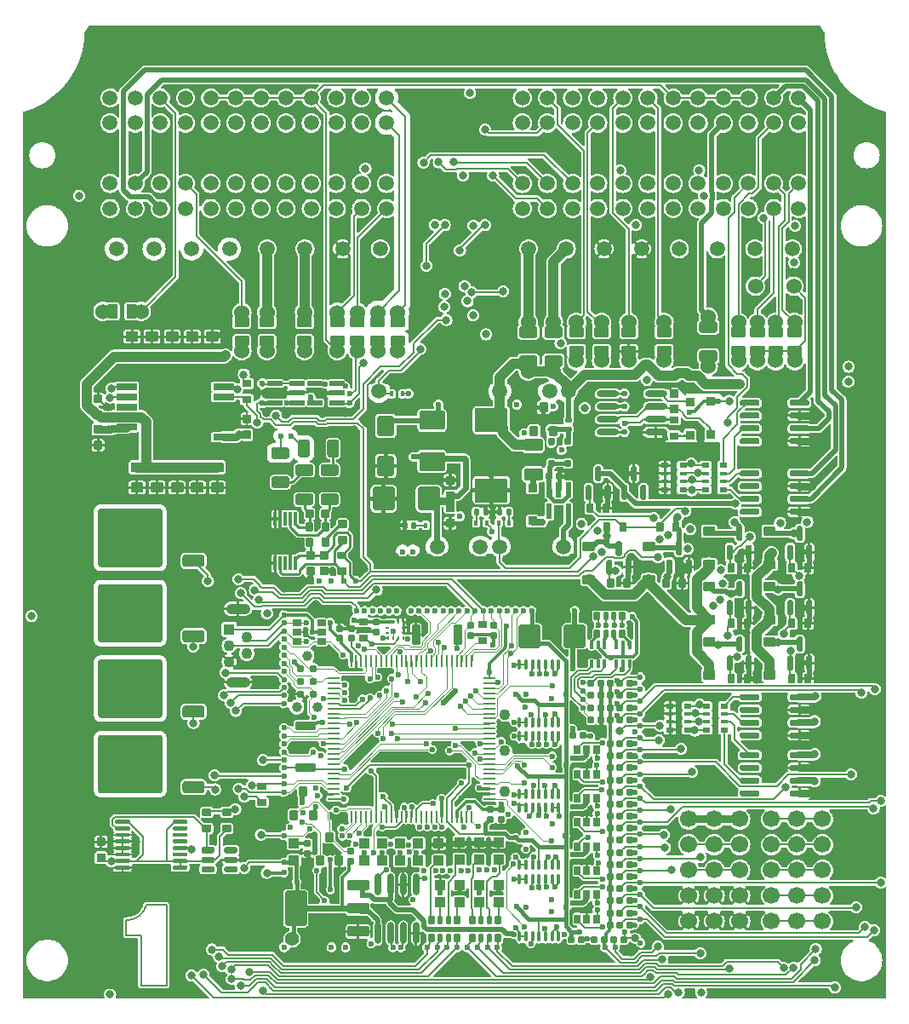
<source format=gtl>
G75*
G70*
%OFA0B0*%
%FSLAX25Y25*%
%IPPOS*%
%LPD*%
%AMOC8*
5,1,8,0,0,1.08239X$1,22.5*
%
%AMM133*
21,1,0.021650,0.052760,-0.000000,-0.000000,90.000000*
21,1,0.017320,0.057090,-0.000000,-0.000000,90.000000*
1,1,0.004330,0.026380,0.008660*
1,1,0.004330,0.026380,-0.008660*
1,1,0.004330,-0.026380,-0.008660*
1,1,0.004330,-0.026380,0.008660*
%
%AMM164*
21,1,0.086610,0.073230,0.000000,-0.000000,180.000000*
21,1,0.069290,0.090550,0.000000,-0.000000,180.000000*
1,1,0.017320,-0.034650,0.036610*
1,1,0.017320,0.034650,0.036610*
1,1,0.017320,0.034650,-0.036610*
1,1,0.017320,-0.034650,-0.036610*
%
%AMM165*
21,1,0.094490,0.111020,0.000000,-0.000000,270.000000*
21,1,0.075590,0.129920,0.000000,-0.000000,270.000000*
1,1,0.018900,-0.055510,-0.037800*
1,1,0.018900,-0.055510,0.037800*
1,1,0.018900,0.055510,0.037800*
1,1,0.018900,0.055510,-0.037800*
%
%AMM166*
21,1,0.074800,0.083460,0.000000,-0.000000,270.000000*
21,1,0.059840,0.098430,0.000000,-0.000000,270.000000*
1,1,0.014960,-0.041730,-0.029920*
1,1,0.014960,-0.041730,0.029920*
1,1,0.014960,0.041730,0.029920*
1,1,0.014960,0.041730,-0.029920*
%
%AMM167*
21,1,0.078740,0.053540,0.000000,-0.000000,90.000000*
21,1,0.065350,0.066930,0.000000,-0.000000,90.000000*
1,1,0.013390,0.026770,0.032680*
1,1,0.013390,0.026770,-0.032680*
1,1,0.013390,-0.026770,-0.032680*
1,1,0.013390,-0.026770,0.032680*
%
%AMM168*
21,1,0.035430,0.030320,0.000000,-0.000000,0.000000*
21,1,0.028350,0.037400,0.000000,-0.000000,0.000000*
1,1,0.007090,0.014170,-0.015160*
1,1,0.007090,-0.014170,-0.015160*
1,1,0.007090,-0.014170,0.015160*
1,1,0.007090,0.014170,0.015160*
%
%AMM169*
21,1,0.021650,0.052760,0.000000,-0.000000,180.000000*
21,1,0.017320,0.057090,0.000000,-0.000000,180.000000*
1,1,0.004330,-0.008660,0.026380*
1,1,0.004330,0.008660,0.026380*
1,1,0.004330,0.008660,-0.026380*
1,1,0.004330,-0.008660,-0.026380*
%
%AMM170*
21,1,0.035830,0.026770,0.000000,-0.000000,270.000000*
21,1,0.029130,0.033470,0.000000,-0.000000,270.000000*
1,1,0.006690,-0.013390,-0.014570*
1,1,0.006690,-0.013390,0.014570*
1,1,0.006690,0.013390,0.014570*
1,1,0.006690,0.013390,-0.014570*
%
%AMM171*
21,1,0.070870,0.036220,0.000000,-0.000000,0.000000*
21,1,0.061810,0.045280,0.000000,-0.000000,0.000000*
1,1,0.009060,0.030910,-0.018110*
1,1,0.009060,-0.030910,-0.018110*
1,1,0.009060,-0.030910,0.018110*
1,1,0.009060,0.030910,0.018110*
%
%AMM172*
21,1,0.033470,0.026770,0.000000,-0.000000,270.000000*
21,1,0.026770,0.033470,0.000000,-0.000000,270.000000*
1,1,0.006690,-0.013390,-0.013390*
1,1,0.006690,-0.013390,0.013390*
1,1,0.006690,0.013390,0.013390*
1,1,0.006690,0.013390,-0.013390*
%
%AMM173*
21,1,0.015750,0.016540,0.000000,-0.000000,180.000000*
21,1,0.012600,0.019680,0.000000,-0.000000,180.000000*
1,1,0.003150,-0.006300,0.008270*
1,1,0.003150,0.006300,0.008270*
1,1,0.003150,0.006300,-0.008270*
1,1,0.003150,-0.006300,-0.008270*
%
%AMM174*
21,1,0.023620,0.018900,0.000000,-0.000000,0.000000*
21,1,0.018900,0.023620,0.000000,-0.000000,0.000000*
1,1,0.004720,0.009450,-0.009450*
1,1,0.004720,-0.009450,-0.009450*
1,1,0.004720,-0.009450,0.009450*
1,1,0.004720,0.009450,0.009450*
%
%AMM175*
21,1,0.019680,0.019680,0.000000,-0.000000,270.000000*
21,1,0.015750,0.023620,0.000000,-0.000000,270.000000*
1,1,0.003940,-0.009840,-0.007870*
1,1,0.003940,-0.009840,0.007870*
1,1,0.003940,0.009840,0.007870*
1,1,0.003940,0.009840,-0.007870*
%
%AMM176*
21,1,0.019680,0.019680,0.000000,-0.000000,180.000000*
21,1,0.015750,0.023620,0.000000,-0.000000,180.000000*
1,1,0.003940,-0.007870,0.009840*
1,1,0.003940,0.007870,0.009840*
1,1,0.003940,0.007870,-0.009840*
1,1,0.003940,-0.007870,-0.009840*
%
%AMM200*
21,1,0.025590,0.026380,-0.000000,0.000000,0.000000*
21,1,0.020470,0.031500,-0.000000,0.000000,0.000000*
1,1,0.005120,0.010240,-0.013190*
1,1,0.005120,-0.010240,-0.013190*
1,1,0.005120,-0.010240,0.013190*
1,1,0.005120,0.010240,0.013190*
%
%AMM201*
21,1,0.017720,0.027950,-0.000000,0.000000,0.000000*
21,1,0.014170,0.031500,-0.000000,0.000000,0.000000*
1,1,0.003540,0.007090,-0.013980*
1,1,0.003540,-0.007090,-0.013980*
1,1,0.003540,-0.007090,0.013980*
1,1,0.003540,0.007090,0.013980*
%
%AMM202*
21,1,0.012600,0.028980,-0.000000,0.000000,180.000000*
21,1,0.010080,0.031500,-0.000000,0.000000,180.000000*
1,1,0.002520,-0.005040,0.014490*
1,1,0.002520,0.005040,0.014490*
1,1,0.002520,0.005040,-0.014490*
1,1,0.002520,-0.005040,-0.014490*
%
%AMM203*
21,1,0.023620,0.030710,-0.000000,0.000000,270.000000*
21,1,0.018900,0.035430,-0.000000,0.000000,270.000000*
1,1,0.004720,-0.015350,-0.009450*
1,1,0.004720,-0.015350,0.009450*
1,1,0.004720,0.015350,0.009450*
1,1,0.004720,0.015350,-0.009450*
%
%AMM204*
21,1,0.027560,0.018900,-0.000000,0.000000,180.000000*
21,1,0.022840,0.023620,-0.000000,0.000000,180.000000*
1,1,0.004720,-0.011420,0.009450*
1,1,0.004720,0.011420,0.009450*
1,1,0.004720,0.011420,-0.009450*
1,1,0.004720,-0.011420,-0.009450*
%
%AMM205*
21,1,0.031500,0.072440,-0.000000,0.000000,180.000000*
21,1,0.025200,0.078740,-0.000000,0.000000,180.000000*
1,1,0.006300,-0.012600,0.036220*
1,1,0.006300,0.012600,0.036220*
1,1,0.006300,0.012600,-0.036220*
1,1,0.006300,-0.012600,-0.036220*
%
%AMM206*
21,1,0.027560,0.018900,-0.000000,0.000000,270.000000*
21,1,0.022840,0.023620,-0.000000,0.000000,270.000000*
1,1,0.004720,-0.009450,-0.011420*
1,1,0.004720,-0.009450,0.011420*
1,1,0.004720,0.009450,0.011420*
1,1,0.004720,0.009450,-0.011420*
%
%AMM207*
21,1,0.023620,0.030710,-0.000000,0.000000,0.000000*
21,1,0.018900,0.035430,-0.000000,0.000000,0.000000*
1,1,0.004720,0.009450,-0.015350*
1,1,0.004720,-0.009450,-0.015350*
1,1,0.004720,-0.009450,0.015350*
1,1,0.004720,0.009450,0.015350*
%
%AMM208*
21,1,0.035430,0.030320,-0.000000,0.000000,0.000000*
21,1,0.028350,0.037400,-0.000000,0.000000,0.000000*
1,1,0.007090,0.014170,-0.015160*
1,1,0.007090,-0.014170,-0.015160*
1,1,0.007090,-0.014170,0.015160*
1,1,0.007090,0.014170,0.015160*
%
%AMM209*
21,1,0.043310,0.075980,-0.000000,0.000000,90.000000*
21,1,0.034650,0.084650,-0.000000,0.000000,90.000000*
1,1,0.008660,0.037990,0.017320*
1,1,0.008660,0.037990,-0.017320*
1,1,0.008660,-0.037990,-0.017320*
1,1,0.008660,-0.037990,0.017320*
%
%AMM210*
21,1,0.039370,0.035430,-0.000000,0.000000,90.000000*
21,1,0.031500,0.043310,-0.000000,0.000000,90.000000*
1,1,0.007870,0.017720,0.015750*
1,1,0.007870,0.017720,-0.015750*
1,1,0.007870,-0.017720,-0.015750*
1,1,0.007870,-0.017720,0.015750*
%
%AMM211*
21,1,0.027560,0.030710,-0.000000,0.000000,90.000000*
21,1,0.022050,0.036220,-0.000000,0.000000,90.000000*
1,1,0.005510,0.015350,0.011020*
1,1,0.005510,0.015350,-0.011020*
1,1,0.005510,-0.015350,-0.011020*
1,1,0.005510,-0.015350,0.011020*
%
%AMM212*
21,1,0.031500,0.072440,-0.000000,0.000000,90.000000*
21,1,0.025200,0.078740,-0.000000,0.000000,90.000000*
1,1,0.006300,0.036220,0.012600*
1,1,0.006300,0.036220,-0.012600*
1,1,0.006300,-0.036220,-0.012600*
1,1,0.006300,-0.036220,0.012600*
%
%AMM213*
21,1,0.137800,0.067720,-0.000000,0.000000,90.000000*
21,1,0.120870,0.084650,-0.000000,0.000000,90.000000*
1,1,0.016930,0.033860,0.060430*
1,1,0.016930,0.033860,-0.060430*
1,1,0.016930,-0.033860,-0.060430*
1,1,0.016930,-0.033860,0.060430*
%
%AMM214*
21,1,0.043310,0.075990,-0.000000,0.000000,90.000000*
21,1,0.034650,0.084650,-0.000000,0.000000,90.000000*
1,1,0.008660,0.037990,0.017320*
1,1,0.008660,0.037990,-0.017320*
1,1,0.008660,-0.037990,-0.017320*
1,1,0.008660,-0.037990,0.017320*
%
%AMM215*
21,1,0.086610,0.073230,-0.000000,0.000000,180.000000*
21,1,0.069290,0.090550,-0.000000,0.000000,180.000000*
1,1,0.017320,-0.034650,0.036610*
1,1,0.017320,0.034650,0.036610*
1,1,0.017320,0.034650,-0.036610*
1,1,0.017320,-0.034650,-0.036610*
%
%AMM258*
21,1,0.027560,0.030710,0.000000,-0.000000,270.000000*
21,1,0.022050,0.036220,0.000000,-0.000000,270.000000*
1,1,0.005510,-0.015350,-0.011020*
1,1,0.005510,-0.015350,0.011020*
1,1,0.005510,0.015350,0.011020*
1,1,0.005510,0.015350,-0.011020*
%
%AMM259*
21,1,0.039370,0.007870,0.000000,-0.000000,315.000000*
1,1,0.007870,-0.013920,0.013920*
1,1,0.007870,0.013920,-0.013920*
%
%ADD10C,0.00787*%
%ADD11R,0.07874X0.02559*%
%ADD12R,0.17717X0.31890*%
%ADD13C,0.05906*%
%ADD134C,0.01850*%
%ADD14C,0.06000*%
%ADD148O,0.04724X0.00866*%
%ADD149O,0.00866X0.04724*%
%ADD15C,0.06693*%
%ADD153R,0.01378X0.00984*%
%ADD154R,0.00984X0.01378*%
%ADD159O,0.08661X0.02362*%
%ADD16R,0.03150X0.01969*%
%ADD167C,0.03100*%
%ADD168C,0.00492*%
%ADD169C,0.01260*%
%ADD17R,0.03150X0.01575*%
%ADD170C,0.03900*%
%ADD171C,0.05512*%
%ADD18R,0.04331X0.04331*%
%ADD19C,0.04331*%
%ADD20O,0.09449X0.04331*%
%ADD21C,0.02362*%
%ADD22O,0.00787X0.04823*%
%ADD23O,0.36614X0.00787*%
%ADD232O,0.02362X0.08661*%
%ADD24R,0.24350X0.00984*%
%ADD25R,0.04390X0.00984*%
%ADD258O,0.40158X0.00787*%
%ADD26R,0.00984X0.56201*%
%ADD27R,0.00984X0.59449*%
%ADD28R,0.20374X0.00984*%
%ADD289M133*%
%ADD29R,0.14567X0.00787*%
%ADD30R,0.01575X0.00787*%
%ADD31R,0.06299X0.00787*%
%ADD32R,0.38189X0.00787*%
%ADD320M164*%
%ADD321M165*%
%ADD322M166*%
%ADD323M167*%
%ADD324M168*%
%ADD325M169*%
%ADD326M170*%
%ADD327M171*%
%ADD328M172*%
%ADD329M173*%
%ADD33R,0.09055X0.00787*%
%ADD330M174*%
%ADD331M175*%
%ADD332M176*%
%ADD34R,0.00787X0.05512*%
%ADD35R,0.00787X0.25197*%
%ADD356R,0.01181X0.05512*%
%ADD359M200*%
%ADD36R,0.00787X0.06693*%
%ADD360M201*%
%ADD361M202*%
%ADD362O,0.01181X0.04331*%
%ADD363M203*%
%ADD364M204*%
%ADD365M205*%
%ADD366M206*%
%ADD367M207*%
%ADD368M208*%
%ADD369M209*%
%ADD37R,0.00787X0.12992*%
%ADD370M210*%
%ADD371M211*%
%ADD372M212*%
%ADD373M213*%
%ADD374M214*%
%ADD375M215*%
%ADD38R,0.27559X0.00787*%
%ADD39R,0.12992X0.00787*%
%ADD40R,0.24803X0.00787*%
%ADD41O,0.12992X0.00787*%
%ADD42O,0.40157X0.00787*%
%ADD421O,0.01968X0.00984*%
%ADD422O,0.03937X0.01968*%
%ADD43O,0.01181X0.00787*%
%ADD432M258*%
%ADD433M259*%
%ADD44O,0.00787X0.66929*%
%ADD45O,0.00787X0.60630*%
%ADD46O,0.18898X0.00787*%
%ADD47O,0.10236X0.00787*%
%ADD48O,0.03937X0.00787*%
%ADD49O,0.05906X0.00787*%
%ADD50O,0.33071X0.00787*%
%ADD51O,0.00787X0.20669*%
%ADD52O,0.02756X0.00787*%
%ADD53O,0.28543X0.00787*%
%ADD54O,0.03937X0.01969*%
%ADD55O,0.01969X0.00984*%
%ADD56C,0.03150*%
%ADD57C,0.01969*%
%ADD58C,0.03937*%
%ADD59C,0.02756*%
%ADD60C,0.00591*%
%ADD61C,0.01181*%
%ADD65C,0.00984*%
%ADD75C,0.01968*%
%ADD76C,0.01575*%
X0000000Y0000000D02*
%LPD*%
G01*
D10*
X0041339Y0025591D02*
X0041339Y0031496D01*
X0041339Y0025591D02*
X0047244Y0025591D01*
X0047244Y0025591D02*
X0047244Y0005906D01*
X0047244Y0005906D02*
X0057087Y0005906D01*
X0057087Y0037402D02*
X0049213Y0037402D01*
X0057087Y0005906D02*
X0057087Y0037402D01*
X0041339Y0031496D02*
G75*
G03*
X0049213Y0037402I0000309J0007791D01*
G01*
G36*
G01*
X0087244Y0229350D02*
X0089921Y0229350D01*
G75*
G02*
X0090256Y0229016I0000000J-000335D01*
G01*
X0090256Y0226339D01*
G75*
G02*
X0089921Y0226004I-000335J0000000D01*
G01*
X0087244Y0226004D01*
G75*
G02*
X0086909Y0226339I0000000J0000335D01*
G01*
X0086909Y0229016D01*
G75*
G02*
X0087244Y0229350I0000335J0000000D01*
G01*
G37*
G36*
G01*
X0087244Y0223130D02*
X0089921Y0223130D01*
G75*
G02*
X0090256Y0222795I0000000J-000335D01*
G01*
X0090256Y0220118D01*
G75*
G02*
X0089921Y0219783I-000335J0000000D01*
G01*
X0087244Y0219783D01*
G75*
G02*
X0086909Y0220118I0000000J0000335D01*
G01*
X0086909Y0222795D01*
G75*
G02*
X0087244Y0223130I0000335J0000000D01*
G01*
G37*
D11*
X0041634Y0240157D03*
X0041634Y0236220D03*
X0041634Y0232283D03*
X0041634Y0228346D03*
X0041634Y0224409D03*
X0041634Y0220472D03*
X0079429Y0220472D03*
X0079429Y0224409D03*
X0079429Y0228346D03*
X0079429Y0232283D03*
X0079429Y0236220D03*
X0079429Y0240157D03*
D12*
X0060531Y0230315D03*
D13*
X0304741Y0353214D03*
X0294899Y0353214D03*
X0285056Y0353214D03*
X0275214Y0353214D03*
X0265371Y0353214D03*
X0255529Y0353214D03*
X0245686Y0353214D03*
X0235844Y0353214D03*
X0226001Y0353214D03*
X0216159Y0353214D03*
X0206316Y0353214D03*
X0196473Y0353214D03*
X0304741Y0343372D03*
X0294899Y0343372D03*
X0285056Y0343372D03*
X0275214Y0343372D03*
X0265371Y0343372D03*
X0255529Y0343372D03*
X0245686Y0343372D03*
X0235844Y0343372D03*
X0226001Y0343372D03*
X0216159Y0343372D03*
X0206316Y0343372D03*
X0196473Y0343372D03*
X0304741Y0319750D03*
X0294899Y0319750D03*
X0285056Y0319750D03*
X0275214Y0319750D03*
X0265371Y0319750D03*
X0255529Y0319750D03*
X0245686Y0319750D03*
X0235844Y0319750D03*
X0226001Y0319750D03*
X0216159Y0319750D03*
X0206316Y0319750D03*
X0196473Y0319750D03*
X0304741Y0309907D03*
X0294899Y0309907D03*
X0285056Y0309907D03*
X0275214Y0309907D03*
X0265371Y0309907D03*
X0255529Y0309907D03*
X0245686Y0309907D03*
X0235844Y0309907D03*
X0226001Y0309907D03*
X0216159Y0309907D03*
X0206316Y0309907D03*
X0196473Y0309907D03*
X0302281Y0294159D03*
X0287517Y0294159D03*
X0272753Y0294159D03*
X0257989Y0294159D03*
X0243225Y0294159D03*
X0228462Y0294159D03*
X0213698Y0294159D03*
X0198934Y0294159D03*
X0143324Y0353214D03*
X0133481Y0353214D03*
X0123639Y0353214D03*
X0113796Y0353214D03*
X0103954Y0353214D03*
X0094111Y0353214D03*
X0084269Y0353214D03*
X0074426Y0353214D03*
X0064584Y0353214D03*
X0054741Y0353214D03*
X0044899Y0353214D03*
X0035056Y0353214D03*
X0143324Y0343372D03*
X0133481Y0343372D03*
X0123639Y0343372D03*
X0113796Y0343372D03*
X0103954Y0343372D03*
X0094111Y0343372D03*
X0084269Y0343372D03*
X0074426Y0343372D03*
X0064584Y0343372D03*
X0054741Y0343372D03*
X0044899Y0343372D03*
X0035056Y0343372D03*
X0143324Y0319750D03*
X0133481Y0319750D03*
X0123639Y0319750D03*
X0113796Y0319750D03*
X0103954Y0319750D03*
X0094111Y0319750D03*
X0084269Y0319750D03*
X0074426Y0319750D03*
X0064584Y0319750D03*
X0054741Y0319750D03*
X0044899Y0319750D03*
X0035056Y0319750D03*
X0143324Y0309907D03*
X0133481Y0309907D03*
X0123639Y0309907D03*
X0113796Y0309907D03*
X0103954Y0309907D03*
X0094111Y0309907D03*
X0084269Y0309907D03*
X0074426Y0309907D03*
X0064584Y0309907D03*
X0054741Y0309907D03*
X0044899Y0309907D03*
X0035056Y0309907D03*
X0140863Y0294159D03*
X0126099Y0294159D03*
X0111336Y0294159D03*
X0096572Y0294159D03*
X0081808Y0294159D03*
X0067044Y0294159D03*
X0052281Y0294159D03*
X0037517Y0294159D03*
D14*
X0131890Y0269311D03*
G36*
G01*
X0129429Y0267520D02*
X0134350Y0267520D01*
G75*
G02*
X0134744Y0267126I0000000J-000394D01*
G01*
X0134744Y0263976D01*
G75*
G02*
X0134350Y0263583I-000394J0000000D01*
G01*
X0129429Y0263583D01*
G75*
G02*
X0129035Y0263976I0000000J0000394D01*
G01*
X0129035Y0267126D01*
G75*
G02*
X0129429Y0267520I0000394J0000000D01*
G01*
G37*
G36*
G01*
X0129429Y0260039D02*
X0134350Y0260039D01*
G75*
G02*
X0134744Y0259646I0000000J-000394D01*
G01*
X0134744Y0256496D01*
G75*
G02*
X0134350Y0256102I-000394J0000000D01*
G01*
X0129429Y0256102D01*
G75*
G02*
X0129035Y0256496I0000000J0000394D01*
G01*
X0129035Y0259646D01*
G75*
G02*
X0129429Y0260039I0000394J0000000D01*
G01*
G37*
X0131890Y0254311D03*
G36*
G01*
X0071260Y0198819D02*
X0067126Y0198819D01*
G75*
G02*
X0066732Y0199213I0000000J0000394D01*
G01*
X0066732Y0202362D01*
G75*
G02*
X0067126Y0202756I0000394J0000000D01*
G01*
X0071260Y0202756D01*
G75*
G02*
X0071654Y0202362I0000000J-000394D01*
G01*
X0071654Y0199213D01*
G75*
G02*
X0071260Y0198819I-000394J0000000D01*
G01*
G37*
G36*
G01*
X0071260Y0206693D02*
X0067126Y0206693D01*
G75*
G02*
X0066732Y0207087I0000000J0000394D01*
G01*
X0066732Y0210236D01*
G75*
G02*
X0067126Y0210630I0000394J0000000D01*
G01*
X0071260Y0210630D01*
G75*
G02*
X0071654Y0210236I0000000J-000394D01*
G01*
X0071654Y0207087D01*
G75*
G02*
X0071260Y0206693I-000394J0000000D01*
G01*
G37*
D15*
X0294063Y0031024D03*
X0294063Y0041024D03*
X0294063Y0051024D03*
X0294063Y0061024D03*
X0294063Y0071024D03*
X0304063Y0031024D03*
X0304063Y0041024D03*
X0304063Y0051024D03*
X0304063Y0061024D03*
X0304063Y0071024D03*
X0314063Y0031024D03*
X0314063Y0041024D03*
X0314063Y0051024D03*
X0314063Y0061024D03*
X0314063Y0071024D03*
D14*
X0032244Y0269685D03*
G36*
G01*
X0034035Y0267224D02*
X0034035Y0272146D01*
G75*
G02*
X0034429Y0272539I0000394J0000000D01*
G01*
X0037579Y0272539D01*
G75*
G02*
X0037972Y0272146I0000000J-000394D01*
G01*
X0037972Y0267224D01*
G75*
G02*
X0037579Y0266831I-000394J0000000D01*
G01*
X0034429Y0266831D01*
G75*
G02*
X0034035Y0267224I0000000J0000394D01*
G01*
G37*
G36*
G01*
X0041516Y0267224D02*
X0041516Y0272146D01*
G75*
G02*
X0041910Y0272539I0000394J0000000D01*
G01*
X0045059Y0272539D01*
G75*
G02*
X0045453Y0272146I0000000J-000394D01*
G01*
X0045453Y0267224D01*
G75*
G02*
X0045059Y0266831I-000394J0000000D01*
G01*
X0041910Y0266831D01*
G75*
G02*
X0041516Y0267224I0000000J0000394D01*
G01*
G37*
X0047244Y0269685D03*
G36*
G01*
X0079134Y0198819D02*
X0075000Y0198819D01*
G75*
G02*
X0074606Y0199213I0000000J0000394D01*
G01*
X0074606Y0202362D01*
G75*
G02*
X0075000Y0202756I0000394J0000000D01*
G01*
X0079134Y0202756D01*
G75*
G02*
X0079528Y0202362I0000000J-000394D01*
G01*
X0079528Y0199213D01*
G75*
G02*
X0079134Y0198819I-000394J0000000D01*
G01*
G37*
G36*
G01*
X0079134Y0206693D02*
X0075000Y0206693D01*
G75*
G02*
X0074606Y0207087I0000000J0000394D01*
G01*
X0074606Y0210236D01*
G75*
G02*
X0075000Y0210630I0000394J0000000D01*
G01*
X0079134Y0210630D01*
G75*
G02*
X0079528Y0210236I0000000J-000394D01*
G01*
X0079528Y0207087D01*
G75*
G02*
X0079134Y0206693I-000394J0000000D01*
G01*
G37*
G36*
G01*
X0231102Y0166634D02*
X0229921Y0166634D01*
G75*
G02*
X0229331Y0167224I0000000J0000591D01*
G01*
X0229331Y0171850D01*
G75*
G02*
X0229921Y0172441I0000591J0000000D01*
G01*
X0231102Y0172441D01*
G75*
G02*
X0231693Y0171850I0000000J-000591D01*
G01*
X0231693Y0167224D01*
G75*
G02*
X0231102Y0166634I-000591J0000000D01*
G01*
G37*
G36*
G01*
X0234843Y0174016D02*
X0233661Y0174016D01*
G75*
G02*
X0233071Y0174606I0000000J0000591D01*
G01*
X0233071Y0179232D01*
G75*
G02*
X0233661Y0179823I0000591J0000000D01*
G01*
X0234843Y0179823D01*
G75*
G02*
X0235433Y0179232I0000000J-000591D01*
G01*
X0235433Y0174606D01*
G75*
G02*
X0234843Y0174016I-000591J0000000D01*
G01*
G37*
G36*
G01*
X0238583Y0166634D02*
X0237402Y0166634D01*
G75*
G02*
X0236811Y0167224I0000000J0000591D01*
G01*
X0236811Y0171850D01*
G75*
G02*
X0237402Y0172441I0000591J0000000D01*
G01*
X0238583Y0172441D01*
G75*
G02*
X0239173Y0171850I0000000J-000591D01*
G01*
X0239173Y0167224D01*
G75*
G02*
X0238583Y0166634I-000591J0000000D01*
G01*
G37*
X0124016Y0269311D03*
G36*
G01*
X0121555Y0267520D02*
X0126476Y0267520D01*
G75*
G02*
X0126870Y0267126I0000000J-000394D01*
G01*
X0126870Y0263976D01*
G75*
G02*
X0126476Y0263583I-000394J0000000D01*
G01*
X0121555Y0263583D01*
G75*
G02*
X0121161Y0263976I0000000J0000394D01*
G01*
X0121161Y0267126D01*
G75*
G02*
X0121555Y0267520I0000394J0000000D01*
G01*
G37*
G36*
G01*
X0121555Y0260039D02*
X0126476Y0260039D01*
G75*
G02*
X0126870Y0259646I0000000J-000394D01*
G01*
X0126870Y0256496D01*
G75*
G02*
X0126476Y0256102I-000394J0000000D01*
G01*
X0121555Y0256102D01*
G75*
G02*
X0121161Y0256496I0000000J0000394D01*
G01*
X0121161Y0259646D01*
G75*
G02*
X0121555Y0260039I0000394J0000000D01*
G01*
G37*
X0124016Y0254311D03*
G36*
G01*
X0301969Y0150886D02*
X0300787Y0150886D01*
G75*
G02*
X0300197Y0151476I0000000J0000591D01*
G01*
X0300197Y0156102D01*
G75*
G02*
X0300787Y0156693I0000591J0000000D01*
G01*
X0301969Y0156693D01*
G75*
G02*
X0302559Y0156102I0000000J-000591D01*
G01*
X0302559Y0151476D01*
G75*
G02*
X0301969Y0150886I-000591J0000000D01*
G01*
G37*
G36*
G01*
X0305709Y0158268D02*
X0304528Y0158268D01*
G75*
G02*
X0303937Y0158858I0000000J0000591D01*
G01*
X0303937Y0163484D01*
G75*
G02*
X0304528Y0164075I0000591J0000000D01*
G01*
X0305709Y0164075D01*
G75*
G02*
X0306299Y0163484I0000000J-000591D01*
G01*
X0306299Y0158858D01*
G75*
G02*
X0305709Y0158268I-000591J0000000D01*
G01*
G37*
G36*
G01*
X0309449Y0150886D02*
X0308268Y0150886D01*
G75*
G02*
X0307677Y0151476I0000000J0000591D01*
G01*
X0307677Y0156102D01*
G75*
G02*
X0308268Y0156693I0000591J0000000D01*
G01*
X0309449Y0156693D01*
G75*
G02*
X0310039Y0156102I0000000J-000591D01*
G01*
X0310039Y0151476D01*
G75*
G02*
X0309449Y0150886I-000591J0000000D01*
G01*
G37*
G36*
G01*
X0254724Y0166880D02*
X0253543Y0166880D01*
G75*
G02*
X0252953Y0167470I0000000J0000591D01*
G01*
X0252953Y0172096D01*
G75*
G02*
X0253543Y0172687I0000591J0000000D01*
G01*
X0254724Y0172687D01*
G75*
G02*
X0255315Y0172096I0000000J-000591D01*
G01*
X0255315Y0167470D01*
G75*
G02*
X0254724Y0166880I-000591J0000000D01*
G01*
G37*
G36*
G01*
X0258465Y0174262D02*
X0257283Y0174262D01*
G75*
G02*
X0256693Y0174852I0000000J0000591D01*
G01*
X0256693Y0179478D01*
G75*
G02*
X0257283Y0180069I0000591J0000000D01*
G01*
X0258465Y0180069D01*
G75*
G02*
X0259055Y0179478I0000000J-000591D01*
G01*
X0259055Y0174852D01*
G75*
G02*
X0258465Y0174262I-000591J0000000D01*
G01*
G37*
G36*
G01*
X0262205Y0166880D02*
X0261024Y0166880D01*
G75*
G02*
X0260433Y0167470I0000000J0000591D01*
G01*
X0260433Y0172096D01*
G75*
G02*
X0261024Y0172687I0000591J0000000D01*
G01*
X0262205Y0172687D01*
G75*
G02*
X0262795Y0172096I0000000J-000591D01*
G01*
X0262795Y0167470D01*
G75*
G02*
X0262205Y0166880I-000591J0000000D01*
G01*
G37*
G36*
G01*
X0031654Y0215689D02*
X0028976Y0215689D01*
G75*
G02*
X0028642Y0216024I0000000J0000335D01*
G01*
X0028642Y0218701D01*
G75*
G02*
X0028976Y0219035I0000335J0000000D01*
G01*
X0031654Y0219035D01*
G75*
G02*
X0031988Y0218701I0000000J-000335D01*
G01*
X0031988Y0216024D01*
G75*
G02*
X0031654Y0215689I-000335J0000000D01*
G01*
G37*
G36*
G01*
X0031654Y0221909D02*
X0028976Y0221909D01*
G75*
G02*
X0028642Y0222244I0000000J0000335D01*
G01*
X0028642Y0224921D01*
G75*
G02*
X0028976Y0225256I0000335J0000000D01*
G01*
X0031654Y0225256D01*
G75*
G02*
X0031988Y0224921I0000000J-000335D01*
G01*
X0031988Y0222244D01*
G75*
G02*
X0031654Y0221909I-000335J0000000D01*
G01*
G37*
G36*
G01*
X0281693Y0205728D02*
X0281693Y0206909D01*
G75*
G02*
X0282283Y0207500I0000591J0000000D01*
G01*
X0288780Y0207500D01*
G75*
G02*
X0289370Y0206909I0000000J-000591D01*
G01*
X0289370Y0205728D01*
G75*
G02*
X0288780Y0205138I-000591J0000000D01*
G01*
X0282283Y0205138D01*
G75*
G02*
X0281693Y0205728I0000000J0000591D01*
G01*
G37*
G36*
G01*
X0281693Y0200728D02*
X0281693Y0201909D01*
G75*
G02*
X0282283Y0202500I0000591J0000000D01*
G01*
X0288780Y0202500D01*
G75*
G02*
X0289370Y0201909I0000000J-000591D01*
G01*
X0289370Y0200728D01*
G75*
G02*
X0288780Y0200138I-000591J0000000D01*
G01*
X0282283Y0200138D01*
G75*
G02*
X0281693Y0200728I0000000J0000591D01*
G01*
G37*
G36*
G01*
X0281693Y0195728D02*
X0281693Y0196909D01*
G75*
G02*
X0282283Y0197500I0000591J0000000D01*
G01*
X0288780Y0197500D01*
G75*
G02*
X0289370Y0196909I0000000J-000591D01*
G01*
X0289370Y0195728D01*
G75*
G02*
X0288780Y0195138I-000591J0000000D01*
G01*
X0282283Y0195138D01*
G75*
G02*
X0281693Y0195728I0000000J0000591D01*
G01*
G37*
G36*
G01*
X0281693Y0190728D02*
X0281693Y0191909D01*
G75*
G02*
X0282283Y0192500I0000591J0000000D01*
G01*
X0288780Y0192500D01*
G75*
G02*
X0289370Y0191909I0000000J-000591D01*
G01*
X0289370Y0190728D01*
G75*
G02*
X0288780Y0190138I-000591J0000000D01*
G01*
X0282283Y0190138D01*
G75*
G02*
X0281693Y0190728I0000000J0000591D01*
G01*
G37*
G36*
G01*
X0301181Y0190728D02*
X0301181Y0191909D01*
G75*
G02*
X0301772Y0192500I0000591J0000000D01*
G01*
X0308268Y0192500D01*
G75*
G02*
X0308858Y0191909I0000000J-000591D01*
G01*
X0308858Y0190728D01*
G75*
G02*
X0308268Y0190138I-000591J0000000D01*
G01*
X0301772Y0190138D01*
G75*
G02*
X0301181Y0190728I0000000J0000591D01*
G01*
G37*
G36*
G01*
X0301181Y0195728D02*
X0301181Y0196909D01*
G75*
G02*
X0301772Y0197500I0000591J0000000D01*
G01*
X0308268Y0197500D01*
G75*
G02*
X0308858Y0196909I0000000J-000591D01*
G01*
X0308858Y0195728D01*
G75*
G02*
X0308268Y0195138I-000591J0000000D01*
G01*
X0301772Y0195138D01*
G75*
G02*
X0301181Y0195728I0000000J0000591D01*
G01*
G37*
G36*
G01*
X0301181Y0200728D02*
X0301181Y0201909D01*
G75*
G02*
X0301772Y0202500I0000591J0000000D01*
G01*
X0308268Y0202500D01*
G75*
G02*
X0308858Y0201909I0000000J-000591D01*
G01*
X0308858Y0200728D01*
G75*
G02*
X0308268Y0200138I-000591J0000000D01*
G01*
X0301772Y0200138D01*
G75*
G02*
X0301181Y0200728I0000000J0000591D01*
G01*
G37*
G36*
G01*
X0301181Y0205728D02*
X0301181Y0206909D01*
G75*
G02*
X0301772Y0207500I0000591J0000000D01*
G01*
X0308268Y0207500D01*
G75*
G02*
X0308858Y0206909I0000000J-000591D01*
G01*
X0308858Y0205728D01*
G75*
G02*
X0308268Y0205138I-000591J0000000D01*
G01*
X0301772Y0205138D01*
G75*
G02*
X0301181Y0205728I0000000J0000591D01*
G01*
G37*
G36*
G01*
X0229724Y0161850D02*
X0229724Y0164921D01*
G75*
G02*
X0230000Y0165197I0000276J0000000D01*
G01*
X0232205Y0165197D01*
G75*
G02*
X0232480Y0164921I0000000J-000276D01*
G01*
X0232480Y0161850D01*
G75*
G02*
X0232205Y0161575I-000276J0000000D01*
G01*
X0230000Y0161575D01*
G75*
G02*
X0229724Y0161850I0000000J0000276D01*
G01*
G37*
G36*
G01*
X0236024Y0161850D02*
X0236024Y0164921D01*
G75*
G02*
X0236299Y0165197I0000276J0000000D01*
G01*
X0238504Y0165197D01*
G75*
G02*
X0238780Y0164921I0000000J-000276D01*
G01*
X0238780Y0161850D01*
G75*
G02*
X0238504Y0161575I-000276J0000000D01*
G01*
X0236299Y0161575D01*
G75*
G02*
X0236024Y0161850I0000000J0000276D01*
G01*
G37*
G36*
G01*
X0300591Y0124449D02*
X0300591Y0127520D01*
G75*
G02*
X0300866Y0127795I0000276J0000000D01*
G01*
X0303071Y0127795D01*
G75*
G02*
X0303346Y0127520I0000000J-000276D01*
G01*
X0303346Y0124449D01*
G75*
G02*
X0303071Y0124173I-000276J0000000D01*
G01*
X0300866Y0124173D01*
G75*
G02*
X0300591Y0124449I0000000J0000276D01*
G01*
G37*
G36*
G01*
X0306890Y0124449D02*
X0306890Y0127520D01*
G75*
G02*
X0307165Y0127795I0000276J0000000D01*
G01*
X0309370Y0127795D01*
G75*
G02*
X0309646Y0127520I0000000J-000276D01*
G01*
X0309646Y0124449D01*
G75*
G02*
X0309370Y0124173I-000276J0000000D01*
G01*
X0307165Y0124173D01*
G75*
G02*
X0306890Y0124449I0000000J0000276D01*
G01*
G37*
G36*
G01*
X0223031Y0195915D02*
X0221850Y0195915D01*
G75*
G02*
X0221260Y0196506I0000000J0000591D01*
G01*
X0221260Y0201132D01*
G75*
G02*
X0221850Y0201722I0000591J0000000D01*
G01*
X0223031Y0201722D01*
G75*
G02*
X0223622Y0201132I0000000J-000591D01*
G01*
X0223622Y0196506D01*
G75*
G02*
X0223031Y0195915I-000591J0000000D01*
G01*
G37*
G36*
G01*
X0226772Y0203297D02*
X0225591Y0203297D01*
G75*
G02*
X0225000Y0203888I0000000J0000591D01*
G01*
X0225000Y0208514D01*
G75*
G02*
X0225591Y0209104I0000591J0000000D01*
G01*
X0226772Y0209104D01*
G75*
G02*
X0227362Y0208514I0000000J-000591D01*
G01*
X0227362Y0203888D01*
G75*
G02*
X0226772Y0203297I-000591J0000000D01*
G01*
G37*
G36*
G01*
X0230512Y0195915D02*
X0229331Y0195915D01*
G75*
G02*
X0228740Y0196506I0000000J0000591D01*
G01*
X0228740Y0201132D01*
G75*
G02*
X0229331Y0201722I0000591J0000000D01*
G01*
X0230512Y0201722D01*
G75*
G02*
X0231102Y0201132I0000000J-000591D01*
G01*
X0231102Y0196506D01*
G75*
G02*
X0230512Y0195915I-000591J0000000D01*
G01*
G37*
X0086614Y0269311D03*
G36*
G01*
X0084154Y0267520D02*
X0089075Y0267520D01*
G75*
G02*
X0089469Y0267126I0000000J-000394D01*
G01*
X0089469Y0263976D01*
G75*
G02*
X0089075Y0263583I-000394J0000000D01*
G01*
X0084154Y0263583D01*
G75*
G02*
X0083760Y0263976I0000000J0000394D01*
G01*
X0083760Y0267126D01*
G75*
G02*
X0084154Y0267520I0000394J0000000D01*
G01*
G37*
G36*
G01*
X0084154Y0260039D02*
X0089075Y0260039D01*
G75*
G02*
X0089469Y0259646I0000000J-000394D01*
G01*
X0089469Y0256496D01*
G75*
G02*
X0089075Y0256102I-000394J0000000D01*
G01*
X0084154Y0256102D01*
G75*
G02*
X0083760Y0256496I0000000J0000394D01*
G01*
X0083760Y0259646D01*
G75*
G02*
X0084154Y0260039I0000394J0000000D01*
G01*
G37*
X0086614Y0254311D03*
X0208661Y0265551D03*
G36*
G01*
X0205118Y0260256D02*
X0205118Y0262972D01*
G75*
G02*
X0206024Y0263878I0000906J0000000D01*
G01*
X0211299Y0263878D01*
G75*
G02*
X0212205Y0262972I0000000J-000906D01*
G01*
X0212205Y0260256D01*
G75*
G02*
X0211299Y0259350I-000906J0000000D01*
G01*
X0206024Y0259350D01*
G75*
G02*
X0205118Y0260256I0000000J0000906D01*
G01*
G37*
G36*
G01*
X0205118Y0248839D02*
X0205118Y0251555D01*
G75*
G02*
X0206024Y0252461I0000906J0000000D01*
G01*
X0211299Y0252461D01*
G75*
G02*
X0212205Y0251555I0000000J-000906D01*
G01*
X0212205Y0248839D01*
G75*
G02*
X0211299Y0247933I-000906J0000000D01*
G01*
X0206024Y0247933D01*
G75*
G02*
X0205118Y0248839I0000000J0000906D01*
G01*
G37*
X0208661Y0246260D03*
G36*
G01*
X0300591Y0167756D02*
X0300591Y0170827D01*
G75*
G02*
X0300866Y0171102I0000276J0000000D01*
G01*
X0303071Y0171102D01*
G75*
G02*
X0303346Y0170827I0000000J-000276D01*
G01*
X0303346Y0167756D01*
G75*
G02*
X0303071Y0167480I-000276J0000000D01*
G01*
X0300866Y0167480D01*
G75*
G02*
X0300591Y0167756I0000000J0000276D01*
G01*
G37*
G36*
G01*
X0306890Y0167756D02*
X0306890Y0170827D01*
G75*
G02*
X0307165Y0171102I0000276J0000000D01*
G01*
X0309370Y0171102D01*
G75*
G02*
X0309646Y0170827I0000000J-000276D01*
G01*
X0309646Y0167756D01*
G75*
G02*
X0309370Y0167480I-000276J0000000D01*
G01*
X0307165Y0167480D01*
G75*
G02*
X0306890Y0167756I0000000J0000276D01*
G01*
G37*
G36*
G01*
X0276969Y0124449D02*
X0276969Y0127520D01*
G75*
G02*
X0277244Y0127795I0000276J0000000D01*
G01*
X0279449Y0127795D01*
G75*
G02*
X0279724Y0127520I0000000J-000276D01*
G01*
X0279724Y0124449D01*
G75*
G02*
X0279449Y0124173I-000276J0000000D01*
G01*
X0277244Y0124173D01*
G75*
G02*
X0276969Y0124449I0000000J0000276D01*
G01*
G37*
G36*
G01*
X0283268Y0124449D02*
X0283268Y0127520D01*
G75*
G02*
X0283543Y0127795I0000276J0000000D01*
G01*
X0285748Y0127795D01*
G75*
G02*
X0286024Y0127520I0000000J-000276D01*
G01*
X0286024Y0124449D01*
G75*
G02*
X0285748Y0124173I-000276J0000000D01*
G01*
X0283543Y0124173D01*
G75*
G02*
X0283268Y0124449I0000000J0000276D01*
G01*
G37*
X0111220Y0269311D03*
G36*
G01*
X0108760Y0267520D02*
X0113681Y0267520D01*
G75*
G02*
X0114075Y0267126I0000000J-000394D01*
G01*
X0114075Y0263976D01*
G75*
G02*
X0113681Y0263583I-000394J0000000D01*
G01*
X0108760Y0263583D01*
G75*
G02*
X0108366Y0263976I0000000J0000394D01*
G01*
X0108366Y0267126D01*
G75*
G02*
X0108760Y0267520I0000394J0000000D01*
G01*
G37*
G36*
G01*
X0108760Y0260039D02*
X0113681Y0260039D01*
G75*
G02*
X0114075Y0259646I0000000J-000394D01*
G01*
X0114075Y0256496D01*
G75*
G02*
X0113681Y0256102I-000394J0000000D01*
G01*
X0108760Y0256102D01*
G75*
G02*
X0108366Y0256496I0000000J0000394D01*
G01*
X0108366Y0259646D01*
G75*
G02*
X0108760Y0260039I0000394J0000000D01*
G01*
G37*
X0111220Y0254311D03*
G36*
G01*
X0030157Y0063839D02*
X0032835Y0063839D01*
G75*
G02*
X0033169Y0063504I0000000J-000335D01*
G01*
X0033169Y0060827D01*
G75*
G02*
X0032835Y0060492I-000335J0000000D01*
G01*
X0030157Y0060492D01*
G75*
G02*
X0029823Y0060827I0000000J0000335D01*
G01*
X0029823Y0063504D01*
G75*
G02*
X0030157Y0063839I0000335J0000000D01*
G01*
G37*
G36*
G01*
X0030157Y0057618D02*
X0032835Y0057618D01*
G75*
G02*
X0033169Y0057283I0000000J-000335D01*
G01*
X0033169Y0054606D01*
G75*
G02*
X0032835Y0054272I-000335J0000000D01*
G01*
X0030157Y0054272D01*
G75*
G02*
X0029823Y0054606I0000000J0000335D01*
G01*
X0029823Y0057283D01*
G75*
G02*
X0030157Y0057618I0000335J0000000D01*
G01*
G37*
X0269291Y0267520D03*
G36*
G01*
X0265748Y0262224D02*
X0265748Y0264941D01*
G75*
G02*
X0266654Y0265846I0000906J0000000D01*
G01*
X0271929Y0265846D01*
G75*
G02*
X0272835Y0264941I0000000J-000906D01*
G01*
X0272835Y0262224D01*
G75*
G02*
X0271929Y0261319I-000906J0000000D01*
G01*
X0266654Y0261319D01*
G75*
G02*
X0265748Y0262224I0000000J0000906D01*
G01*
G37*
G36*
G01*
X0265748Y0250807D02*
X0265748Y0253524D01*
G75*
G02*
X0266654Y0254429I0000906J0000000D01*
G01*
X0271929Y0254429D01*
G75*
G02*
X0272835Y0253524I0000000J-000906D01*
G01*
X0272835Y0250807D01*
G75*
G02*
X0271929Y0249902I-000906J0000000D01*
G01*
X0266654Y0249902D01*
G75*
G02*
X0265748Y0250807I0000000J0000906D01*
G01*
G37*
X0269291Y0248228D03*
D16*
X0275591Y0105906D03*
D17*
X0275591Y0109055D03*
X0275591Y0112205D03*
D16*
X0275591Y0115354D03*
X0268504Y0115354D03*
D17*
X0268504Y0112205D03*
X0268504Y0109055D03*
D16*
X0268504Y0105906D03*
G36*
G01*
X0281693Y0095492D02*
X0281693Y0096673D01*
G75*
G02*
X0282283Y0097264I0000591J0000000D01*
G01*
X0288780Y0097264D01*
G75*
G02*
X0289370Y0096673I0000000J-000591D01*
G01*
X0289370Y0095492D01*
G75*
G02*
X0288780Y0094902I-000591J0000000D01*
G01*
X0282283Y0094902D01*
G75*
G02*
X0281693Y0095492I0000000J0000591D01*
G01*
G37*
G36*
G01*
X0281693Y0090492D02*
X0281693Y0091673D01*
G75*
G02*
X0282283Y0092264I0000591J0000000D01*
G01*
X0288780Y0092264D01*
G75*
G02*
X0289370Y0091673I0000000J-000591D01*
G01*
X0289370Y0090492D01*
G75*
G02*
X0288780Y0089902I-000591J0000000D01*
G01*
X0282283Y0089902D01*
G75*
G02*
X0281693Y0090492I0000000J0000591D01*
G01*
G37*
G36*
G01*
X0281693Y0085492D02*
X0281693Y0086673D01*
G75*
G02*
X0282283Y0087264I0000591J0000000D01*
G01*
X0288780Y0087264D01*
G75*
G02*
X0289370Y0086673I0000000J-000591D01*
G01*
X0289370Y0085492D01*
G75*
G02*
X0288780Y0084902I-000591J0000000D01*
G01*
X0282283Y0084902D01*
G75*
G02*
X0281693Y0085492I0000000J0000591D01*
G01*
G37*
G36*
G01*
X0281693Y0080492D02*
X0281693Y0081673D01*
G75*
G02*
X0282283Y0082264I0000591J0000000D01*
G01*
X0288780Y0082264D01*
G75*
G02*
X0289370Y0081673I0000000J-000591D01*
G01*
X0289370Y0080492D01*
G75*
G02*
X0288780Y0079902I-000591J0000000D01*
G01*
X0282283Y0079902D01*
G75*
G02*
X0281693Y0080492I0000000J0000591D01*
G01*
G37*
G36*
G01*
X0301181Y0080492D02*
X0301181Y0081673D01*
G75*
G02*
X0301772Y0082264I0000591J0000000D01*
G01*
X0308268Y0082264D01*
G75*
G02*
X0308858Y0081673I0000000J-000591D01*
G01*
X0308858Y0080492D01*
G75*
G02*
X0308268Y0079902I-000591J0000000D01*
G01*
X0301772Y0079902D01*
G75*
G02*
X0301181Y0080492I0000000J0000591D01*
G01*
G37*
G36*
G01*
X0301181Y0085492D02*
X0301181Y0086673D01*
G75*
G02*
X0301772Y0087264I0000591J0000000D01*
G01*
X0308268Y0087264D01*
G75*
G02*
X0308858Y0086673I0000000J-000591D01*
G01*
X0308858Y0085492D01*
G75*
G02*
X0308268Y0084902I-000591J0000000D01*
G01*
X0301772Y0084902D01*
G75*
G02*
X0301181Y0085492I0000000J0000591D01*
G01*
G37*
G36*
G01*
X0301181Y0090492D02*
X0301181Y0091673D01*
G75*
G02*
X0301772Y0092264I0000591J0000000D01*
G01*
X0308268Y0092264D01*
G75*
G02*
X0308858Y0091673I0000000J-000591D01*
G01*
X0308858Y0090492D01*
G75*
G02*
X0308268Y0089902I-000591J0000000D01*
G01*
X0301772Y0089902D01*
G75*
G02*
X0301181Y0090492I0000000J0000591D01*
G01*
G37*
G36*
G01*
X0301181Y0095492D02*
X0301181Y0096673D01*
G75*
G02*
X0301772Y0097264I0000591J0000000D01*
G01*
X0308268Y0097264D01*
G75*
G02*
X0308858Y0096673I0000000J-000591D01*
G01*
X0308858Y0095492D01*
G75*
G02*
X0308268Y0094902I-000591J0000000D01*
G01*
X0301772Y0094902D01*
G75*
G02*
X0301181Y0095492I0000000J0000591D01*
G01*
G37*
G36*
G01*
X0301969Y0129232D02*
X0300787Y0129232D01*
G75*
G02*
X0300197Y0129823I0000000J0000591D01*
G01*
X0300197Y0134449D01*
G75*
G02*
X0300787Y0135039I0000591J0000000D01*
G01*
X0301969Y0135039D01*
G75*
G02*
X0302559Y0134449I0000000J-000591D01*
G01*
X0302559Y0129823D01*
G75*
G02*
X0301969Y0129232I-000591J0000000D01*
G01*
G37*
G36*
G01*
X0305709Y0136614D02*
X0304528Y0136614D01*
G75*
G02*
X0303937Y0137205I0000000J0000591D01*
G01*
X0303937Y0141831D01*
G75*
G02*
X0304528Y0142421I0000591J0000000D01*
G01*
X0305709Y0142421D01*
G75*
G02*
X0306299Y0141831I0000000J-000591D01*
G01*
X0306299Y0137205D01*
G75*
G02*
X0305709Y0136614I-000591J0000000D01*
G01*
G37*
G36*
G01*
X0309449Y0129232D02*
X0308268Y0129232D01*
G75*
G02*
X0307677Y0129823I0000000J0000591D01*
G01*
X0307677Y0134449D01*
G75*
G02*
X0308268Y0135039I0000591J0000000D01*
G01*
X0309449Y0135039D01*
G75*
G02*
X0310039Y0134449I0000000J-000591D01*
G01*
X0310039Y0129823D01*
G75*
G02*
X0309449Y0129232I-000591J0000000D01*
G01*
G37*
G36*
G01*
X0278346Y0172539D02*
X0277165Y0172539D01*
G75*
G02*
X0276575Y0173130I0000000J0000591D01*
G01*
X0276575Y0177756D01*
G75*
G02*
X0277165Y0178346I0000591J0000000D01*
G01*
X0278346Y0178346D01*
G75*
G02*
X0278937Y0177756I0000000J-000591D01*
G01*
X0278937Y0173130D01*
G75*
G02*
X0278346Y0172539I-000591J0000000D01*
G01*
G37*
G36*
G01*
X0282087Y0179921D02*
X0280906Y0179921D01*
G75*
G02*
X0280315Y0180512I0000000J0000591D01*
G01*
X0280315Y0185138D01*
G75*
G02*
X0280906Y0185728I0000591J0000000D01*
G01*
X0282087Y0185728D01*
G75*
G02*
X0282677Y0185138I0000000J-000591D01*
G01*
X0282677Y0180512D01*
G75*
G02*
X0282087Y0179921I-000591J0000000D01*
G01*
G37*
G36*
G01*
X0285827Y0172539D02*
X0284646Y0172539D01*
G75*
G02*
X0284055Y0173130I0000000J0000591D01*
G01*
X0284055Y0177756D01*
G75*
G02*
X0284646Y0178346I0000591J0000000D01*
G01*
X0285827Y0178346D01*
G75*
G02*
X0286417Y0177756I0000000J-000591D01*
G01*
X0286417Y0173130D01*
G75*
G02*
X0285827Y0172539I-000591J0000000D01*
G01*
G37*
G36*
G01*
X0301969Y0172539D02*
X0300787Y0172539D01*
G75*
G02*
X0300197Y0173130I0000000J0000591D01*
G01*
X0300197Y0177756D01*
G75*
G02*
X0300787Y0178346I0000591J0000000D01*
G01*
X0301969Y0178346D01*
G75*
G02*
X0302559Y0177756I0000000J-000591D01*
G01*
X0302559Y0173130D01*
G75*
G02*
X0301969Y0172539I-000591J0000000D01*
G01*
G37*
G36*
G01*
X0305709Y0179921D02*
X0304528Y0179921D01*
G75*
G02*
X0303937Y0180512I0000000J0000591D01*
G01*
X0303937Y0185138D01*
G75*
G02*
X0304528Y0185728I0000591J0000000D01*
G01*
X0305709Y0185728D01*
G75*
G02*
X0306299Y0185138I0000000J-000591D01*
G01*
X0306299Y0180512D01*
G75*
G02*
X0305709Y0179921I-000591J0000000D01*
G01*
G37*
G36*
G01*
X0309449Y0172539D02*
X0308268Y0172539D01*
G75*
G02*
X0307677Y0173130I0000000J0000591D01*
G01*
X0307677Y0177756D01*
G75*
G02*
X0308268Y0178346I0000591J0000000D01*
G01*
X0309449Y0178346D01*
G75*
G02*
X0310039Y0177756I0000000J-000591D01*
G01*
X0310039Y0173130D01*
G75*
G02*
X0309449Y0172539I-000591J0000000D01*
G01*
G37*
G36*
G01*
X0028976Y0237067D02*
X0031654Y0237067D01*
G75*
G02*
X0031988Y0236732I0000000J-000335D01*
G01*
X0031988Y0234055D01*
G75*
G02*
X0031654Y0233720I-000335J0000000D01*
G01*
X0028976Y0233720D01*
G75*
G02*
X0028642Y0234055I0000000J0000335D01*
G01*
X0028642Y0236732D01*
G75*
G02*
X0028976Y0237067I0000335J0000000D01*
G01*
G37*
G36*
G01*
X0028976Y0230846D02*
X0031654Y0230846D01*
G75*
G02*
X0031988Y0230512I0000000J-000335D01*
G01*
X0031988Y0227835D01*
G75*
G02*
X0031654Y0227500I-000335J0000000D01*
G01*
X0028976Y0227500D01*
G75*
G02*
X0028642Y0227835I0000000J0000335D01*
G01*
X0028642Y0230512D01*
G75*
G02*
X0028976Y0230846I0000335J0000000D01*
G01*
G37*
G36*
G01*
X0248071Y0162992D02*
X0244055Y0162992D01*
G75*
G02*
X0243701Y0163346I0000000J0000354D01*
G01*
X0243701Y0166181D01*
G75*
G02*
X0244055Y0166535I0000354J0000000D01*
G01*
X0248071Y0166535D01*
G75*
G02*
X0248425Y0166181I0000000J-000354D01*
G01*
X0248425Y0163346D01*
G75*
G02*
X0248071Y0162992I-000354J0000000D01*
G01*
G37*
G36*
G01*
X0248071Y0175984D02*
X0244055Y0175984D01*
G75*
G02*
X0243701Y0176339I0000000J0000354D01*
G01*
X0243701Y0179173D01*
G75*
G02*
X0244055Y0179528I0000354J0000000D01*
G01*
X0248071Y0179528D01*
G75*
G02*
X0248425Y0179173I0000000J-000354D01*
G01*
X0248425Y0176339D01*
G75*
G02*
X0248071Y0175984I-000354J0000000D01*
G01*
G37*
G36*
G01*
X0072047Y0114449D02*
X0072047Y0111693D01*
G75*
G02*
X0071063Y0110709I-000984J0000000D01*
G01*
X0064370Y0110709D01*
G75*
G02*
X0063386Y0111693I0000000J0000984D01*
G01*
X0063386Y0114449D01*
G75*
G02*
X0064370Y0115433I0000984J0000000D01*
G01*
X0071063Y0115433D01*
G75*
G02*
X0072047Y0114449I0000000J-000984D01*
G01*
G37*
G36*
G01*
X0055512Y0120472D02*
X0055512Y0111614D01*
G75*
G02*
X0054528Y0110630I-000984J0000000D01*
G01*
X0044488Y0110630D01*
G75*
G02*
X0043504Y0111614I0000000J0000984D01*
G01*
X0043504Y0120472D01*
G75*
G02*
X0044488Y0121457I0000984J0000000D01*
G01*
X0054528Y0121457D01*
G75*
G02*
X0055512Y0120472I0000000J-000984D01*
G01*
G37*
G36*
G01*
X0055512Y0132480D02*
X0055512Y0123622D01*
G75*
G02*
X0054528Y0122638I-000984J0000000D01*
G01*
X0044488Y0122638D01*
G75*
G02*
X0043504Y0123622I0000000J0000984D01*
G01*
X0043504Y0132480D01*
G75*
G02*
X0044488Y0133465I0000984J0000000D01*
G01*
X0054528Y0133465D01*
G75*
G02*
X0055512Y0132480I0000000J-000984D01*
G01*
G37*
G36*
G01*
X0055512Y0132480D02*
X0055512Y0111614D01*
G75*
G02*
X0054528Y0110630I-000984J0000000D01*
G01*
X0031299Y0110630D01*
G75*
G02*
X0030315Y0111614I0000000J0000984D01*
G01*
X0030315Y0132480D01*
G75*
G02*
X0031299Y0133465I0000984J0000000D01*
G01*
X0054528Y0133465D01*
G75*
G02*
X0055512Y0132480I0000000J-000984D01*
G01*
G37*
G36*
G01*
X0042323Y0120472D02*
X0042323Y0111614D01*
G75*
G02*
X0041339Y0110630I-000984J0000000D01*
G01*
X0031299Y0110630D01*
G75*
G02*
X0030315Y0111614I0000000J0000984D01*
G01*
X0030315Y0120472D01*
G75*
G02*
X0031299Y0121457I0000984J0000000D01*
G01*
X0041339Y0121457D01*
G75*
G02*
X0042323Y0120472I0000000J-000984D01*
G01*
G37*
G36*
G01*
X0042323Y0132480D02*
X0042323Y0123622D01*
G75*
G02*
X0041339Y0122638I-000984J0000000D01*
G01*
X0031299Y0122638D01*
G75*
G02*
X0030315Y0123622I0000000J0000984D01*
G01*
X0030315Y0132480D01*
G75*
G02*
X0031299Y0133465I0000984J0000000D01*
G01*
X0041339Y0133465D01*
G75*
G02*
X0042323Y0132480I0000000J-000984D01*
G01*
G37*
G36*
G01*
X0072047Y0132402D02*
X0072047Y0129646D01*
G75*
G02*
X0071063Y0128661I-000984J0000000D01*
G01*
X0064370Y0128661D01*
G75*
G02*
X0063386Y0129646I0000000J0000984D01*
G01*
X0063386Y0132402D01*
G75*
G02*
X0064370Y0133386I0000984J0000000D01*
G01*
X0071063Y0133386D01*
G75*
G02*
X0072047Y0132402I0000000J-000984D01*
G01*
G37*
G36*
G01*
X0074370Y0065994D02*
X0071299Y0065994D01*
G75*
G02*
X0071024Y0066270I0000000J0000276D01*
G01*
X0071024Y0068474D01*
G75*
G02*
X0071299Y0068750I0000276J0000000D01*
G01*
X0074370Y0068750D01*
G75*
G02*
X0074646Y0068474I0000000J-000276D01*
G01*
X0074646Y0066270D01*
G75*
G02*
X0074370Y0065994I-000276J0000000D01*
G01*
G37*
G36*
G01*
X0074370Y0072293D02*
X0071299Y0072293D01*
G75*
G02*
X0071024Y0072569I0000000J0000276D01*
G01*
X0071024Y0074774D01*
G75*
G02*
X0071299Y0075049I0000276J0000000D01*
G01*
X0074370Y0075049D01*
G75*
G02*
X0074646Y0074774I0000000J-000276D01*
G01*
X0074646Y0072569D01*
G75*
G02*
X0074370Y0072293I-000276J0000000D01*
G01*
G37*
G36*
G01*
X0276969Y0167756D02*
X0276969Y0170827D01*
G75*
G02*
X0277244Y0171102I0000276J0000000D01*
G01*
X0279449Y0171102D01*
G75*
G02*
X0279724Y0170827I0000000J-000276D01*
G01*
X0279724Y0167756D01*
G75*
G02*
X0279449Y0167480I-000276J0000000D01*
G01*
X0277244Y0167480D01*
G75*
G02*
X0276969Y0167756I0000000J0000276D01*
G01*
G37*
G36*
G01*
X0283268Y0167756D02*
X0283268Y0170827D01*
G75*
G02*
X0283543Y0171102I0000276J0000000D01*
G01*
X0285748Y0171102D01*
G75*
G02*
X0286024Y0170827I0000000J-000276D01*
G01*
X0286024Y0167756D01*
G75*
G02*
X0285748Y0167480I-000276J0000000D01*
G01*
X0283543Y0167480D01*
G75*
G02*
X0283268Y0167756I0000000J0000276D01*
G01*
G37*
G36*
G01*
X0221654Y0191132D02*
X0221654Y0194203D01*
G75*
G02*
X0221929Y0194478I0000276J0000000D01*
G01*
X0224134Y0194478D01*
G75*
G02*
X0224409Y0194203I0000000J-000276D01*
G01*
X0224409Y0191132D01*
G75*
G02*
X0224134Y0190856I-000276J0000000D01*
G01*
X0221929Y0190856D01*
G75*
G02*
X0221654Y0191132I0000000J0000276D01*
G01*
G37*
G36*
G01*
X0227953Y0191132D02*
X0227953Y0194203D01*
G75*
G02*
X0228228Y0194478I0000276J0000000D01*
G01*
X0230433Y0194478D01*
G75*
G02*
X0230709Y0194203I0000000J-000276D01*
G01*
X0230709Y0191132D01*
G75*
G02*
X0230433Y0190856I-000276J0000000D01*
G01*
X0228228Y0190856D01*
G75*
G02*
X0227953Y0191132I0000000J0000276D01*
G01*
G37*
X0254331Y0115354D03*
D17*
X0254331Y0112205D03*
X0254331Y0109055D03*
D16*
X0254331Y0105906D03*
X0261417Y0105906D03*
D17*
X0261417Y0109055D03*
X0261417Y0112205D03*
D16*
X0261417Y0115354D03*
G36*
G01*
X0278346Y0129232D02*
X0277165Y0129232D01*
G75*
G02*
X0276575Y0129823I0000000J0000591D01*
G01*
X0276575Y0134449D01*
G75*
G02*
X0277165Y0135039I0000591J0000000D01*
G01*
X0278346Y0135039D01*
G75*
G02*
X0278937Y0134449I0000000J-000591D01*
G01*
X0278937Y0129823D01*
G75*
G02*
X0278346Y0129232I-000591J0000000D01*
G01*
G37*
G36*
G01*
X0282087Y0136614D02*
X0280906Y0136614D01*
G75*
G02*
X0280315Y0137205I0000000J0000591D01*
G01*
X0280315Y0141831D01*
G75*
G02*
X0280906Y0142421I0000591J0000000D01*
G01*
X0282087Y0142421D01*
G75*
G02*
X0282677Y0141831I0000000J-000591D01*
G01*
X0282677Y0137205D01*
G75*
G02*
X0282087Y0136614I-000591J0000000D01*
G01*
G37*
G36*
G01*
X0285827Y0129232D02*
X0284646Y0129232D01*
G75*
G02*
X0284055Y0129823I0000000J0000591D01*
G01*
X0284055Y0134449D01*
G75*
G02*
X0284646Y0135039I0000591J0000000D01*
G01*
X0285827Y0135039D01*
G75*
G02*
X0286417Y0134449I0000000J-000591D01*
G01*
X0286417Y0129823D01*
G75*
G02*
X0285827Y0129232I-000591J0000000D01*
G01*
G37*
D14*
X0198819Y0265551D03*
G36*
G01*
X0195276Y0260256D02*
X0195276Y0262972D01*
G75*
G02*
X0196181Y0263878I0000906J0000000D01*
G01*
X0201457Y0263878D01*
G75*
G02*
X0202362Y0262972I0000000J-000906D01*
G01*
X0202362Y0260256D01*
G75*
G02*
X0201457Y0259350I-000906J0000000D01*
G01*
X0196181Y0259350D01*
G75*
G02*
X0195276Y0260256I0000000J0000906D01*
G01*
G37*
G36*
G01*
X0195276Y0248839D02*
X0195276Y0251555D01*
G75*
G02*
X0196181Y0252461I0000906J0000000D01*
G01*
X0201457Y0252461D01*
G75*
G02*
X0202362Y0251555I0000000J-000906D01*
G01*
X0202362Y0248839D01*
G75*
G02*
X0201457Y0247933I-000906J0000000D01*
G01*
X0196181Y0247933D01*
G75*
G02*
X0195276Y0248839I0000000J0000906D01*
G01*
G37*
X0198819Y0246260D03*
G36*
G01*
X0251378Y0161850D02*
X0251378Y0164921D01*
G75*
G02*
X0251654Y0165197I0000276J0000000D01*
G01*
X0253858Y0165197D01*
G75*
G02*
X0254134Y0164921I0000000J-000276D01*
G01*
X0254134Y0161850D01*
G75*
G02*
X0253858Y0161575I-000276J0000000D01*
G01*
X0251654Y0161575D01*
G75*
G02*
X0251378Y0161850I0000000J0000276D01*
G01*
G37*
G36*
G01*
X0257677Y0161850D02*
X0257677Y0164921D01*
G75*
G02*
X0257953Y0165197I0000276J0000000D01*
G01*
X0260157Y0165197D01*
G75*
G02*
X0260433Y0164921I0000000J-000276D01*
G01*
X0260433Y0161850D01*
G75*
G02*
X0260157Y0161575I-000276J0000000D01*
G01*
X0257953Y0161575D01*
G75*
G02*
X0257677Y0161850I0000000J0000276D01*
G01*
G37*
X0251969Y0265374D03*
G36*
G01*
X0249508Y0263583D02*
X0254429Y0263583D01*
G75*
G02*
X0254823Y0263189I0000000J-000394D01*
G01*
X0254823Y0260039D01*
G75*
G02*
X0254429Y0259646I-000394J0000000D01*
G01*
X0249508Y0259646D01*
G75*
G02*
X0249114Y0260039I0000000J0000394D01*
G01*
X0249114Y0263189D01*
G75*
G02*
X0249508Y0263583I0000394J0000000D01*
G01*
G37*
G36*
G01*
X0249508Y0256102D02*
X0254429Y0256102D01*
G75*
G02*
X0254823Y0255709I0000000J-000394D01*
G01*
X0254823Y0252559D01*
G75*
G02*
X0254429Y0252165I-000394J0000000D01*
G01*
X0249508Y0252165D01*
G75*
G02*
X0249114Y0252559I0000000J0000394D01*
G01*
X0249114Y0255709D01*
G75*
G02*
X0249508Y0256102I0000394J0000000D01*
G01*
G37*
X0251969Y0250374D03*
D15*
X0261654Y0031024D03*
X0261654Y0041024D03*
X0261654Y0051024D03*
X0261654Y0061024D03*
X0261654Y0071024D03*
X0271654Y0031024D03*
X0271654Y0041024D03*
X0271654Y0051024D03*
X0271654Y0061024D03*
X0271654Y0071024D03*
X0281654Y0031024D03*
X0281654Y0041024D03*
X0281654Y0051024D03*
X0281654Y0061024D03*
X0281654Y0071024D03*
G36*
G01*
X0295315Y0125591D02*
X0291299Y0125591D01*
G75*
G02*
X0290945Y0125945I0000000J0000354D01*
G01*
X0290945Y0128780D01*
G75*
G02*
X0291299Y0129134I0000354J0000000D01*
G01*
X0295315Y0129134D01*
G75*
G02*
X0295669Y0128780I0000000J-000354D01*
G01*
X0295669Y0125945D01*
G75*
G02*
X0295315Y0125591I-000354J0000000D01*
G01*
G37*
G36*
G01*
X0295315Y0138583D02*
X0291299Y0138583D01*
G75*
G02*
X0290945Y0138937I0000000J0000354D01*
G01*
X0290945Y0141772D01*
G75*
G02*
X0291299Y0142126I0000354J0000000D01*
G01*
X0295315Y0142126D01*
G75*
G02*
X0295669Y0141772I0000000J-000354D01*
G01*
X0295669Y0138937D01*
G75*
G02*
X0295315Y0138583I-000354J0000000D01*
G01*
G37*
G36*
G01*
X0037008Y0069587D02*
X0037008Y0070374D01*
G75*
G02*
X0037402Y0070768I0000394J0000000D01*
G01*
X0042421Y0070768D01*
G75*
G02*
X0042815Y0070374I0000000J-000394D01*
G01*
X0042815Y0069587D01*
G75*
G02*
X0042421Y0069193I-000394J0000000D01*
G01*
X0037402Y0069193D01*
G75*
G02*
X0037008Y0069587I0000000J0000394D01*
G01*
G37*
G36*
G01*
X0037008Y0067028D02*
X0037008Y0067815D01*
G75*
G02*
X0037402Y0068209I0000394J0000000D01*
G01*
X0042421Y0068209D01*
G75*
G02*
X0042815Y0067815I0000000J-000394D01*
G01*
X0042815Y0067028D01*
G75*
G02*
X0042421Y0066634I-000394J0000000D01*
G01*
X0037402Y0066634D01*
G75*
G02*
X0037008Y0067028I0000000J0000394D01*
G01*
G37*
G36*
G01*
X0037008Y0064469D02*
X0037008Y0065256D01*
G75*
G02*
X0037402Y0065650I0000394J0000000D01*
G01*
X0042421Y0065650D01*
G75*
G02*
X0042815Y0065256I0000000J-000394D01*
G01*
X0042815Y0064469D01*
G75*
G02*
X0042421Y0064075I-000394J0000000D01*
G01*
X0037402Y0064075D01*
G75*
G02*
X0037008Y0064469I0000000J0000394D01*
G01*
G37*
G36*
G01*
X0037008Y0061909D02*
X0037008Y0062697D01*
G75*
G02*
X0037402Y0063091I0000394J0000000D01*
G01*
X0042421Y0063091D01*
G75*
G02*
X0042815Y0062697I0000000J-000394D01*
G01*
X0042815Y0061909D01*
G75*
G02*
X0042421Y0061516I-000394J0000000D01*
G01*
X0037402Y0061516D01*
G75*
G02*
X0037008Y0061909I0000000J0000394D01*
G01*
G37*
G36*
G01*
X0037008Y0059350D02*
X0037008Y0060138D01*
G75*
G02*
X0037402Y0060531I0000394J0000000D01*
G01*
X0042421Y0060531D01*
G75*
G02*
X0042815Y0060138I0000000J-000394D01*
G01*
X0042815Y0059350D01*
G75*
G02*
X0042421Y0058957I-000394J0000000D01*
G01*
X0037402Y0058957D01*
G75*
G02*
X0037008Y0059350I0000000J0000394D01*
G01*
G37*
G36*
G01*
X0037008Y0056791D02*
X0037008Y0057579D01*
G75*
G02*
X0037402Y0057972I0000394J0000000D01*
G01*
X0042421Y0057972D01*
G75*
G02*
X0042815Y0057579I0000000J-000394D01*
G01*
X0042815Y0056791D01*
G75*
G02*
X0042421Y0056398I-000394J0000000D01*
G01*
X0037402Y0056398D01*
G75*
G02*
X0037008Y0056791I0000000J0000394D01*
G01*
G37*
G36*
G01*
X0037008Y0054232D02*
X0037008Y0055020D01*
G75*
G02*
X0037402Y0055413I0000394J0000000D01*
G01*
X0042421Y0055413D01*
G75*
G02*
X0042815Y0055020I0000000J-000394D01*
G01*
X0042815Y0054232D01*
G75*
G02*
X0042421Y0053839I-000394J0000000D01*
G01*
X0037402Y0053839D01*
G75*
G02*
X0037008Y0054232I0000000J0000394D01*
G01*
G37*
G36*
G01*
X0037008Y0051673D02*
X0037008Y0052461D01*
G75*
G02*
X0037402Y0052854I0000394J0000000D01*
G01*
X0042421Y0052854D01*
G75*
G02*
X0042815Y0052461I0000000J-000394D01*
G01*
X0042815Y0051673D01*
G75*
G02*
X0042421Y0051280I-000394J0000000D01*
G01*
X0037402Y0051280D01*
G75*
G02*
X0037008Y0051673I0000000J0000394D01*
G01*
G37*
G36*
G01*
X0059547Y0051673D02*
X0059547Y0052461D01*
G75*
G02*
X0059941Y0052854I0000394J0000000D01*
G01*
X0064961Y0052854D01*
G75*
G02*
X0065354Y0052461I0000000J-000394D01*
G01*
X0065354Y0051673D01*
G75*
G02*
X0064961Y0051280I-000394J0000000D01*
G01*
X0059941Y0051280D01*
G75*
G02*
X0059547Y0051673I0000000J0000394D01*
G01*
G37*
G36*
G01*
X0059547Y0054232D02*
X0059547Y0055020D01*
G75*
G02*
X0059941Y0055413I0000394J0000000D01*
G01*
X0064961Y0055413D01*
G75*
G02*
X0065354Y0055020I0000000J-000394D01*
G01*
X0065354Y0054232D01*
G75*
G02*
X0064961Y0053839I-000394J0000000D01*
G01*
X0059941Y0053839D01*
G75*
G02*
X0059547Y0054232I0000000J0000394D01*
G01*
G37*
G36*
G01*
X0059547Y0056791D02*
X0059547Y0057579D01*
G75*
G02*
X0059941Y0057972I0000394J0000000D01*
G01*
X0064961Y0057972D01*
G75*
G02*
X0065354Y0057579I0000000J-000394D01*
G01*
X0065354Y0056791D01*
G75*
G02*
X0064961Y0056398I-000394J0000000D01*
G01*
X0059941Y0056398D01*
G75*
G02*
X0059547Y0056791I0000000J0000394D01*
G01*
G37*
G36*
G01*
X0059547Y0059350D02*
X0059547Y0060138D01*
G75*
G02*
X0059941Y0060531I0000394J0000000D01*
G01*
X0064961Y0060531D01*
G75*
G02*
X0065354Y0060138I0000000J-000394D01*
G01*
X0065354Y0059350D01*
G75*
G02*
X0064961Y0058957I-000394J0000000D01*
G01*
X0059941Y0058957D01*
G75*
G02*
X0059547Y0059350I0000000J0000394D01*
G01*
G37*
G36*
G01*
X0059547Y0061909D02*
X0059547Y0062697D01*
G75*
G02*
X0059941Y0063091I0000394J0000000D01*
G01*
X0064961Y0063091D01*
G75*
G02*
X0065354Y0062697I0000000J-000394D01*
G01*
X0065354Y0061909D01*
G75*
G02*
X0064961Y0061516I-000394J0000000D01*
G01*
X0059941Y0061516D01*
G75*
G02*
X0059547Y0061909I0000000J0000394D01*
G01*
G37*
G36*
G01*
X0059547Y0064469D02*
X0059547Y0065256D01*
G75*
G02*
X0059941Y0065650I0000394J0000000D01*
G01*
X0064961Y0065650D01*
G75*
G02*
X0065354Y0065256I0000000J-000394D01*
G01*
X0065354Y0064469D01*
G75*
G02*
X0064961Y0064075I-000394J0000000D01*
G01*
X0059941Y0064075D01*
G75*
G02*
X0059547Y0064469I0000000J0000394D01*
G01*
G37*
G36*
G01*
X0059547Y0067028D02*
X0059547Y0067815D01*
G75*
G02*
X0059941Y0068209I0000394J0000000D01*
G01*
X0064961Y0068209D01*
G75*
G02*
X0065354Y0067815I0000000J-000394D01*
G01*
X0065354Y0067028D01*
G75*
G02*
X0064961Y0066634I-000394J0000000D01*
G01*
X0059941Y0066634D01*
G75*
G02*
X0059547Y0067028I0000000J0000394D01*
G01*
G37*
G36*
G01*
X0059547Y0069587D02*
X0059547Y0070374D01*
G75*
G02*
X0059941Y0070768I0000394J0000000D01*
G01*
X0064961Y0070768D01*
G75*
G02*
X0065354Y0070374I0000000J-000394D01*
G01*
X0065354Y0069587D01*
G75*
G02*
X0064961Y0069193I-000394J0000000D01*
G01*
X0059941Y0069193D01*
G75*
G02*
X0059547Y0069587I0000000J0000394D01*
G01*
G37*
G36*
G01*
X0276969Y0146102D02*
X0276969Y0149173D01*
G75*
G02*
X0277244Y0149449I0000276J0000000D01*
G01*
X0279449Y0149449D01*
G75*
G02*
X0279724Y0149173I0000000J-000276D01*
G01*
X0279724Y0146102D01*
G75*
G02*
X0279449Y0145827I-000276J0000000D01*
G01*
X0277244Y0145827D01*
G75*
G02*
X0276969Y0146102I0000000J0000276D01*
G01*
G37*
G36*
G01*
X0283268Y0146102D02*
X0283268Y0149173D01*
G75*
G02*
X0283543Y0149449I0000276J0000000D01*
G01*
X0285748Y0149449D01*
G75*
G02*
X0286024Y0149173I0000000J-000276D01*
G01*
X0286024Y0146102D01*
G75*
G02*
X0285748Y0145827I-000276J0000000D01*
G01*
X0283543Y0145827D01*
G75*
G02*
X0283268Y0146102I0000000J0000276D01*
G01*
G37*
G36*
G01*
X0041535Y0261811D02*
X0045669Y0261811D01*
G75*
G02*
X0046063Y0261417I0000000J-000394D01*
G01*
X0046063Y0258268D01*
G75*
G02*
X0045669Y0257874I-000394J0000000D01*
G01*
X0041535Y0257874D01*
G75*
G02*
X0041142Y0258268I0000000J0000394D01*
G01*
X0041142Y0261417D01*
G75*
G02*
X0041535Y0261811I0000394J0000000D01*
G01*
G37*
G36*
G01*
X0041535Y0253937D02*
X0045669Y0253937D01*
G75*
G02*
X0046063Y0253543I0000000J-000394D01*
G01*
X0046063Y0250394D01*
G75*
G02*
X0045669Y0250000I-000394J0000000D01*
G01*
X0041535Y0250000D01*
G75*
G02*
X0041142Y0250394I0000000J0000394D01*
G01*
X0041142Y0253543D01*
G75*
G02*
X0041535Y0253937I0000394J0000000D01*
G01*
G37*
D14*
X0147638Y0269311D03*
G36*
G01*
X0145177Y0267520D02*
X0150098Y0267520D01*
G75*
G02*
X0150492Y0267126I0000000J-000394D01*
G01*
X0150492Y0263976D01*
G75*
G02*
X0150098Y0263583I-000394J0000000D01*
G01*
X0145177Y0263583D01*
G75*
G02*
X0144783Y0263976I0000000J0000394D01*
G01*
X0144783Y0267126D01*
G75*
G02*
X0145177Y0267520I0000394J0000000D01*
G01*
G37*
G36*
G01*
X0145177Y0260039D02*
X0150098Y0260039D01*
G75*
G02*
X0150492Y0259646I0000000J-000394D01*
G01*
X0150492Y0256496D01*
G75*
G02*
X0150098Y0256102I-000394J0000000D01*
G01*
X0145177Y0256102D01*
G75*
G02*
X0144783Y0256496I0000000J0000394D01*
G01*
X0144783Y0259646D01*
G75*
G02*
X0145177Y0260039I0000394J0000000D01*
G01*
G37*
X0147638Y0254311D03*
X0303150Y0265374D03*
G36*
G01*
X0300689Y0263583D02*
X0305610Y0263583D01*
G75*
G02*
X0306004Y0263189I0000000J-000394D01*
G01*
X0306004Y0260039D01*
G75*
G02*
X0305610Y0259646I-000394J0000000D01*
G01*
X0300689Y0259646D01*
G75*
G02*
X0300295Y0260039I0000000J0000394D01*
G01*
X0300295Y0263189D01*
G75*
G02*
X0300689Y0263583I0000394J0000000D01*
G01*
G37*
G36*
G01*
X0300689Y0256102D02*
X0305610Y0256102D01*
G75*
G02*
X0306004Y0255709I0000000J-000394D01*
G01*
X0306004Y0252559D01*
G75*
G02*
X0305610Y0252165I-000394J0000000D01*
G01*
X0300689Y0252165D01*
G75*
G02*
X0300295Y0252559I0000000J0000394D01*
G01*
X0300295Y0255709D01*
G75*
G02*
X0300689Y0256102I0000394J0000000D01*
G01*
G37*
X0303150Y0250374D03*
D18*
X0081693Y0145276D03*
D19*
X0088583Y0142126D03*
X0081693Y0138976D03*
X0088583Y0135827D03*
X0081693Y0132677D03*
D20*
X0085138Y0153346D03*
X0085138Y0124606D03*
D21*
X0094587Y0233957D03*
D22*
X0129626Y0241732D03*
D23*
X0111713Y0231594D03*
X0111713Y0243799D03*
D21*
X0094587Y0237697D03*
X0094587Y0241437D03*
X0128839Y0237500D03*
X0128839Y0233957D03*
G36*
G01*
X0281693Y0118189D02*
X0281693Y0119370D01*
G75*
G02*
X0282283Y0119961I0000591J0000000D01*
G01*
X0288780Y0119961D01*
G75*
G02*
X0289370Y0119370I0000000J-000591D01*
G01*
X0289370Y0118189D01*
G75*
G02*
X0288780Y0117598I-000591J0000000D01*
G01*
X0282283Y0117598D01*
G75*
G02*
X0281693Y0118189I0000000J0000591D01*
G01*
G37*
G36*
G01*
X0281693Y0113189D02*
X0281693Y0114370D01*
G75*
G02*
X0282283Y0114961I0000591J0000000D01*
G01*
X0288780Y0114961D01*
G75*
G02*
X0289370Y0114370I0000000J-000591D01*
G01*
X0289370Y0113189D01*
G75*
G02*
X0288780Y0112598I-000591J0000000D01*
G01*
X0282283Y0112598D01*
G75*
G02*
X0281693Y0113189I0000000J0000591D01*
G01*
G37*
G36*
G01*
X0281693Y0108189D02*
X0281693Y0109370D01*
G75*
G02*
X0282283Y0109961I0000591J0000000D01*
G01*
X0288780Y0109961D01*
G75*
G02*
X0289370Y0109370I0000000J-000591D01*
G01*
X0289370Y0108189D01*
G75*
G02*
X0288780Y0107598I-000591J0000000D01*
G01*
X0282283Y0107598D01*
G75*
G02*
X0281693Y0108189I0000000J0000591D01*
G01*
G37*
G36*
G01*
X0281693Y0103189D02*
X0281693Y0104370D01*
G75*
G02*
X0282283Y0104961I0000591J0000000D01*
G01*
X0288780Y0104961D01*
G75*
G02*
X0289370Y0104370I0000000J-000591D01*
G01*
X0289370Y0103189D01*
G75*
G02*
X0288780Y0102598I-000591J0000000D01*
G01*
X0282283Y0102598D01*
G75*
G02*
X0281693Y0103189I0000000J0000591D01*
G01*
G37*
G36*
G01*
X0301181Y0103189D02*
X0301181Y0104370D01*
G75*
G02*
X0301772Y0104961I0000591J0000000D01*
G01*
X0308268Y0104961D01*
G75*
G02*
X0308858Y0104370I0000000J-000591D01*
G01*
X0308858Y0103189D01*
G75*
G02*
X0308268Y0102598I-000591J0000000D01*
G01*
X0301772Y0102598D01*
G75*
G02*
X0301181Y0103189I0000000J0000591D01*
G01*
G37*
G36*
G01*
X0301181Y0108189D02*
X0301181Y0109370D01*
G75*
G02*
X0301772Y0109961I0000591J0000000D01*
G01*
X0308268Y0109961D01*
G75*
G02*
X0308858Y0109370I0000000J-000591D01*
G01*
X0308858Y0108189D01*
G75*
G02*
X0308268Y0107598I-000591J0000000D01*
G01*
X0301772Y0107598D01*
G75*
G02*
X0301181Y0108189I0000000J0000591D01*
G01*
G37*
G36*
G01*
X0301181Y0113189D02*
X0301181Y0114370D01*
G75*
G02*
X0301772Y0114961I0000591J0000000D01*
G01*
X0308268Y0114961D01*
G75*
G02*
X0308858Y0114370I0000000J-000591D01*
G01*
X0308858Y0113189D01*
G75*
G02*
X0308268Y0112598I-000591J0000000D01*
G01*
X0301772Y0112598D01*
G75*
G02*
X0301181Y0113189I0000000J0000591D01*
G01*
G37*
G36*
G01*
X0301181Y0118189D02*
X0301181Y0119370D01*
G75*
G02*
X0301772Y0119961I0000591J0000000D01*
G01*
X0308268Y0119961D01*
G75*
G02*
X0308858Y0119370I0000000J-000591D01*
G01*
X0308858Y0118189D01*
G75*
G02*
X0308268Y0117598I-000591J0000000D01*
G01*
X0301772Y0117598D01*
G75*
G02*
X0301181Y0118189I0000000J0000591D01*
G01*
G37*
G36*
G01*
X0055512Y0198819D02*
X0051378Y0198819D01*
G75*
G02*
X0050984Y0199213I0000000J0000394D01*
G01*
X0050984Y0202362D01*
G75*
G02*
X0051378Y0202756I0000394J0000000D01*
G01*
X0055512Y0202756D01*
G75*
G02*
X0055906Y0202362I0000000J-000394D01*
G01*
X0055906Y0199213D01*
G75*
G02*
X0055512Y0198819I-000394J0000000D01*
G01*
G37*
G36*
G01*
X0055512Y0206693D02*
X0051378Y0206693D01*
G75*
G02*
X0050984Y0207087I0000000J0000394D01*
G01*
X0050984Y0210236D01*
G75*
G02*
X0051378Y0210630I0000394J0000000D01*
G01*
X0055512Y0210630D01*
G75*
G02*
X0055906Y0210236I0000000J-000394D01*
G01*
X0055906Y0207087D01*
G75*
G02*
X0055512Y0206693I-000394J0000000D01*
G01*
G37*
G36*
G01*
X0228150Y0183750D02*
X0228150Y0186821D01*
G75*
G02*
X0228425Y0187096I0000276J0000000D01*
G01*
X0230630Y0187096D01*
G75*
G02*
X0230906Y0186821I0000000J-000276D01*
G01*
X0230906Y0183750D01*
G75*
G02*
X0230630Y0183474I-000276J0000000D01*
G01*
X0228425Y0183474D01*
G75*
G02*
X0228150Y0183750I0000000J0000276D01*
G01*
G37*
G36*
G01*
X0234449Y0183750D02*
X0234449Y0186821D01*
G75*
G02*
X0234724Y0187096I0000276J0000000D01*
G01*
X0236929Y0187096D01*
G75*
G02*
X0237205Y0186821I0000000J-000276D01*
G01*
X0237205Y0183750D01*
G75*
G02*
X0236929Y0183474I-000276J0000000D01*
G01*
X0234724Y0183474D01*
G75*
G02*
X0234449Y0183750I0000000J0000276D01*
G01*
G37*
D14*
X0281102Y0265374D03*
G36*
G01*
X0278642Y0263583D02*
X0283563Y0263583D01*
G75*
G02*
X0283957Y0263189I0000000J-000394D01*
G01*
X0283957Y0260039D01*
G75*
G02*
X0283563Y0259646I-000394J0000000D01*
G01*
X0278642Y0259646D01*
G75*
G02*
X0278248Y0260039I0000000J0000394D01*
G01*
X0278248Y0263189D01*
G75*
G02*
X0278642Y0263583I0000394J0000000D01*
G01*
G37*
G36*
G01*
X0278642Y0256102D02*
X0283563Y0256102D01*
G75*
G02*
X0283957Y0255709I0000000J-000394D01*
G01*
X0283957Y0252559D01*
G75*
G02*
X0283563Y0252165I-000394J0000000D01*
G01*
X0278642Y0252165D01*
G75*
G02*
X0278248Y0252559I0000000J0000394D01*
G01*
X0278248Y0255709D01*
G75*
G02*
X0278642Y0256102I0000394J0000000D01*
G01*
G37*
X0281102Y0250374D03*
G36*
G01*
X0237008Y0195965D02*
X0235827Y0195965D01*
G75*
G02*
X0235236Y0196555I0000000J0000591D01*
G01*
X0235236Y0201181D01*
G75*
G02*
X0235827Y0201772I0000591J0000000D01*
G01*
X0237008Y0201772D01*
G75*
G02*
X0237598Y0201181I0000000J-000591D01*
G01*
X0237598Y0196555D01*
G75*
G02*
X0237008Y0195965I-000591J0000000D01*
G01*
G37*
G36*
G01*
X0240748Y0203346D02*
X0239567Y0203346D01*
G75*
G02*
X0238976Y0203937I0000000J0000591D01*
G01*
X0238976Y0208563D01*
G75*
G02*
X0239567Y0209154I0000591J0000000D01*
G01*
X0240748Y0209154D01*
G75*
G02*
X0241339Y0208563I0000000J-000591D01*
G01*
X0241339Y0203937D01*
G75*
G02*
X0240748Y0203346I-000591J0000000D01*
G01*
G37*
G36*
G01*
X0244488Y0195965D02*
X0243307Y0195965D01*
G75*
G02*
X0242717Y0196555I0000000J0000591D01*
G01*
X0242717Y0201181D01*
G75*
G02*
X0243307Y0201772I0000591J0000000D01*
G01*
X0244488Y0201772D01*
G75*
G02*
X0245079Y0201181I0000000J-000591D01*
G01*
X0245079Y0196555D01*
G75*
G02*
X0244488Y0195965I-000591J0000000D01*
G01*
G37*
X0288583Y0265374D03*
G36*
G01*
X0286122Y0263583D02*
X0291043Y0263583D01*
G75*
G02*
X0291437Y0263189I0000000J-000394D01*
G01*
X0291437Y0260039D01*
G75*
G02*
X0291043Y0259646I-000394J0000000D01*
G01*
X0286122Y0259646D01*
G75*
G02*
X0285728Y0260039I0000000J0000394D01*
G01*
X0285728Y0263189D01*
G75*
G02*
X0286122Y0263583I0000394J0000000D01*
G01*
G37*
G36*
G01*
X0286122Y0256102D02*
X0291043Y0256102D01*
G75*
G02*
X0291437Y0255709I0000000J-000394D01*
G01*
X0291437Y0252559D01*
G75*
G02*
X0291043Y0252165I-000394J0000000D01*
G01*
X0286122Y0252165D01*
G75*
G02*
X0285728Y0252559I0000000J0000394D01*
G01*
X0285728Y0255709D01*
G75*
G02*
X0286122Y0256102I0000394J0000000D01*
G01*
G37*
X0288583Y0250374D03*
G36*
G01*
X0047638Y0198819D02*
X0043504Y0198819D01*
G75*
G02*
X0043110Y0199213I0000000J0000394D01*
G01*
X0043110Y0202362D01*
G75*
G02*
X0043504Y0202756I0000394J0000000D01*
G01*
X0047638Y0202756D01*
G75*
G02*
X0048031Y0202362I0000000J-000394D01*
G01*
X0048031Y0199213D01*
G75*
G02*
X0047638Y0198819I-000394J0000000D01*
G01*
G37*
G36*
G01*
X0047638Y0206693D02*
X0043504Y0206693D01*
G75*
G02*
X0043110Y0207087I0000000J0000394D01*
G01*
X0043110Y0210236D01*
G75*
G02*
X0043504Y0210630I0000394J0000000D01*
G01*
X0047638Y0210630D01*
G75*
G02*
X0048031Y0210236I0000000J-000394D01*
G01*
X0048031Y0207087D01*
G75*
G02*
X0047638Y0206693I-000394J0000000D01*
G01*
G37*
G36*
G01*
X0295315Y0147244D02*
X0291299Y0147244D01*
G75*
G02*
X0290945Y0147598I0000000J0000354D01*
G01*
X0290945Y0150433D01*
G75*
G02*
X0291299Y0150787I0000354J0000000D01*
G01*
X0295315Y0150787D01*
G75*
G02*
X0295669Y0150433I0000000J-000354D01*
G01*
X0295669Y0147598D01*
G75*
G02*
X0295315Y0147244I-000354J0000000D01*
G01*
G37*
G36*
G01*
X0295315Y0160236D02*
X0291299Y0160236D01*
G75*
G02*
X0290945Y0160591I0000000J0000354D01*
G01*
X0290945Y0163425D01*
G75*
G02*
X0291299Y0163780I0000354J0000000D01*
G01*
X0295315Y0163780D01*
G75*
G02*
X0295669Y0163425I0000000J-000354D01*
G01*
X0295669Y0160591D01*
G75*
G02*
X0295315Y0160236I-000354J0000000D01*
G01*
G37*
G36*
G01*
X0258071Y0186821D02*
X0258071Y0183750D01*
G75*
G02*
X0257795Y0183474I-000276J0000000D01*
G01*
X0255591Y0183474D01*
G75*
G02*
X0255315Y0183750I0000000J0000276D01*
G01*
X0255315Y0186821D01*
G75*
G02*
X0255591Y0187096I0000276J0000000D01*
G01*
X0257795Y0187096D01*
G75*
G02*
X0258071Y0186821I0000000J-000276D01*
G01*
G37*
G36*
G01*
X0251772Y0186821D02*
X0251772Y0183750D01*
G75*
G02*
X0251496Y0183474I-000276J0000000D01*
G01*
X0249291Y0183474D01*
G75*
G02*
X0249016Y0183750I0000000J0000276D01*
G01*
X0249016Y0186821D01*
G75*
G02*
X0249291Y0187096I0000276J0000000D01*
G01*
X0251496Y0187096D01*
G75*
G02*
X0251772Y0186821I0000000J-000276D01*
G01*
G37*
X0139764Y0269311D03*
G36*
G01*
X0137303Y0267520D02*
X0142224Y0267520D01*
G75*
G02*
X0142618Y0267126I0000000J-000394D01*
G01*
X0142618Y0263976D01*
G75*
G02*
X0142224Y0263583I-000394J0000000D01*
G01*
X0137303Y0263583D01*
G75*
G02*
X0136909Y0263976I0000000J0000394D01*
G01*
X0136909Y0267126D01*
G75*
G02*
X0137303Y0267520I0000394J0000000D01*
G01*
G37*
G36*
G01*
X0137303Y0260039D02*
X0142224Y0260039D01*
G75*
G02*
X0142618Y0259646I0000000J-000394D01*
G01*
X0142618Y0256496D01*
G75*
G02*
X0142224Y0256102I-000394J0000000D01*
G01*
X0137303Y0256102D01*
G75*
G02*
X0136909Y0256496I0000000J0000394D01*
G01*
X0136909Y0259646D01*
G75*
G02*
X0137303Y0260039I0000394J0000000D01*
G01*
G37*
X0139764Y0254311D03*
G36*
G01*
X0049409Y0261811D02*
X0053543Y0261811D01*
G75*
G02*
X0053937Y0261417I0000000J-000394D01*
G01*
X0053937Y0258268D01*
G75*
G02*
X0053543Y0257874I-000394J0000000D01*
G01*
X0049409Y0257874D01*
G75*
G02*
X0049016Y0258268I0000000J0000394D01*
G01*
X0049016Y0261417D01*
G75*
G02*
X0049409Y0261811I0000394J0000000D01*
G01*
G37*
G36*
G01*
X0049409Y0253937D02*
X0053543Y0253937D01*
G75*
G02*
X0053937Y0253543I0000000J-000394D01*
G01*
X0053937Y0250394D01*
G75*
G02*
X0053543Y0250000I-000394J0000000D01*
G01*
X0049409Y0250000D01*
G75*
G02*
X0049016Y0250394I0000000J0000394D01*
G01*
X0049016Y0253543D01*
G75*
G02*
X0049409Y0253937I0000394J0000000D01*
G01*
G37*
D16*
X0275197Y0200000D03*
D17*
X0275197Y0203150D03*
X0275197Y0206299D03*
D16*
X0275197Y0209449D03*
X0268110Y0209449D03*
D17*
X0268110Y0206299D03*
X0268110Y0203150D03*
D16*
X0268110Y0200000D03*
X0252362Y0209449D03*
D17*
X0252362Y0206299D03*
X0252362Y0203150D03*
D16*
X0252362Y0200000D03*
X0259449Y0200000D03*
D17*
X0259449Y0203150D03*
X0259449Y0206299D03*
D16*
X0259449Y0209449D03*
G36*
G01*
X0224449Y0162992D02*
X0220433Y0162992D01*
G75*
G02*
X0220079Y0163346I0000000J0000354D01*
G01*
X0220079Y0166181D01*
G75*
G02*
X0220433Y0166535I0000354J0000000D01*
G01*
X0224449Y0166535D01*
G75*
G02*
X0224803Y0166181I0000000J-000354D01*
G01*
X0224803Y0163346D01*
G75*
G02*
X0224449Y0162992I-000354J0000000D01*
G01*
G37*
G36*
G01*
X0224449Y0175984D02*
X0220433Y0175984D01*
G75*
G02*
X0220079Y0176339I0000000J0000354D01*
G01*
X0220079Y0179173D01*
G75*
G02*
X0220433Y0179528I0000354J0000000D01*
G01*
X0224449Y0179528D01*
G75*
G02*
X0224803Y0179173I0000000J-000354D01*
G01*
X0224803Y0176339D01*
G75*
G02*
X0224449Y0175984I-000354J0000000D01*
G01*
G37*
D21*
X0121752Y0164075D03*
X0117028Y0164075D03*
X0126476Y0164075D03*
X0131201Y0164075D03*
D24*
X0120699Y0221752D03*
D25*
X0096880Y0221752D03*
D26*
X0132382Y0194144D03*
D27*
X0095177Y0192520D03*
D28*
X0104872Y0163287D03*
D21*
X0105768Y0220866D03*
X0101831Y0220866D03*
D14*
X0295669Y0265374D03*
G36*
G01*
X0293209Y0263583D02*
X0298130Y0263583D01*
G75*
G02*
X0298524Y0263189I0000000J-000394D01*
G01*
X0298524Y0260039D01*
G75*
G02*
X0298130Y0259646I-000394J0000000D01*
G01*
X0293209Y0259646D01*
G75*
G02*
X0292815Y0260039I0000000J0000394D01*
G01*
X0292815Y0263189D01*
G75*
G02*
X0293209Y0263583I0000394J0000000D01*
G01*
G37*
G36*
G01*
X0293209Y0256102D02*
X0298130Y0256102D01*
G75*
G02*
X0298524Y0255709I0000000J-000394D01*
G01*
X0298524Y0252559D01*
G75*
G02*
X0298130Y0252165I-000394J0000000D01*
G01*
X0293209Y0252165D01*
G75*
G02*
X0292815Y0252559I0000000J0000394D01*
G01*
X0292815Y0255709D01*
G75*
G02*
X0293209Y0256102I0000394J0000000D01*
G01*
G37*
X0295669Y0250374D03*
G36*
G01*
X0295315Y0168898D02*
X0291299Y0168898D01*
G75*
G02*
X0290945Y0169252I0000000J0000354D01*
G01*
X0290945Y0172087D01*
G75*
G02*
X0291299Y0172441I0000354J0000000D01*
G01*
X0295315Y0172441D01*
G75*
G02*
X0295669Y0172087I0000000J-000354D01*
G01*
X0295669Y0169252D01*
G75*
G02*
X0295315Y0168898I-000354J0000000D01*
G01*
G37*
G36*
G01*
X0295315Y0181890D02*
X0291299Y0181890D01*
G75*
G02*
X0290945Y0182244I0000000J0000354D01*
G01*
X0290945Y0185079D01*
G75*
G02*
X0291299Y0185433I0000354J0000000D01*
G01*
X0295315Y0185433D01*
G75*
G02*
X0295669Y0185079I0000000J-000354D01*
G01*
X0295669Y0182244D01*
G75*
G02*
X0295315Y0181890I-000354J0000000D01*
G01*
G37*
G36*
G01*
X0271693Y0168898D02*
X0267677Y0168898D01*
G75*
G02*
X0267323Y0169252I0000000J0000354D01*
G01*
X0267323Y0172087D01*
G75*
G02*
X0267677Y0172441I0000354J0000000D01*
G01*
X0271693Y0172441D01*
G75*
G02*
X0272047Y0172087I0000000J-000354D01*
G01*
X0272047Y0169252D01*
G75*
G02*
X0271693Y0168898I-000354J0000000D01*
G01*
G37*
G36*
G01*
X0271693Y0181890D02*
X0267677Y0181890D01*
G75*
G02*
X0267323Y0182244I0000000J0000354D01*
G01*
X0267323Y0185079D01*
G75*
G02*
X0267677Y0185433I0000354J0000000D01*
G01*
X0271693Y0185433D01*
G75*
G02*
X0272047Y0185079I0000000J-000354D01*
G01*
X0272047Y0182244D01*
G75*
G02*
X0271693Y0181890I-000354J0000000D01*
G01*
G37*
G36*
G01*
X0084953Y0051969D02*
X0084953Y0050787D01*
G75*
G02*
X0084363Y0050197I-000591J0000000D01*
G01*
X0080328Y0050197D01*
G75*
G02*
X0079737Y0050787I0000000J0000591D01*
G01*
X0079737Y0051969D01*
G75*
G02*
X0080328Y0052559I0000591J0000000D01*
G01*
X0084363Y0052559D01*
G75*
G02*
X0084953Y0051969I0000000J-000591D01*
G01*
G37*
G36*
G01*
X0084953Y0055709D02*
X0084953Y0054528D01*
G75*
G02*
X0084363Y0053937I-000591J0000000D01*
G01*
X0080328Y0053937D01*
G75*
G02*
X0079737Y0054528I0000000J0000591D01*
G01*
X0079737Y0055709D01*
G75*
G02*
X0080328Y0056299I0000591J0000000D01*
G01*
X0084363Y0056299D01*
G75*
G02*
X0084953Y0055709I0000000J-000591D01*
G01*
G37*
G36*
G01*
X0084953Y0059449D02*
X0084953Y0058268D01*
G75*
G02*
X0084363Y0057677I-000591J0000000D01*
G01*
X0080328Y0057677D01*
G75*
G02*
X0079737Y0058268I0000000J0000591D01*
G01*
X0079737Y0059449D01*
G75*
G02*
X0080328Y0060039I0000591J0000000D01*
G01*
X0084363Y0060039D01*
G75*
G02*
X0084953Y0059449I0000000J-000591D01*
G01*
G37*
G36*
G01*
X0075997Y0059449D02*
X0075997Y0058268D01*
G75*
G02*
X0075406Y0057677I-000591J0000000D01*
G01*
X0071371Y0057677D01*
G75*
G02*
X0070780Y0058268I0000000J0000591D01*
G01*
X0070780Y0059449D01*
G75*
G02*
X0071371Y0060039I0000591J0000000D01*
G01*
X0075406Y0060039D01*
G75*
G02*
X0075997Y0059449I0000000J-000591D01*
G01*
G37*
G36*
G01*
X0075997Y0055709D02*
X0075997Y0054528D01*
G75*
G02*
X0075406Y0053937I-000591J0000000D01*
G01*
X0071371Y0053937D01*
G75*
G02*
X0070780Y0054528I0000000J0000591D01*
G01*
X0070780Y0055709D01*
G75*
G02*
X0071371Y0056299I0000591J0000000D01*
G01*
X0075406Y0056299D01*
G75*
G02*
X0075997Y0055709I0000000J-000591D01*
G01*
G37*
G36*
G01*
X0075997Y0051969D02*
X0075997Y0050787D01*
G75*
G02*
X0075406Y0050197I-000591J0000000D01*
G01*
X0071371Y0050197D01*
G75*
G02*
X0070780Y0050787I0000000J0000591D01*
G01*
X0070780Y0051969D01*
G75*
G02*
X0071371Y0052559I0000591J0000000D01*
G01*
X0075406Y0052559D01*
G75*
G02*
X0075997Y0051969I0000000J-000591D01*
G01*
G37*
X0096457Y0269311D03*
G36*
G01*
X0093996Y0267520D02*
X0098917Y0267520D01*
G75*
G02*
X0099311Y0267126I0000000J-000394D01*
G01*
X0099311Y0263976D01*
G75*
G02*
X0098917Y0263583I-000394J0000000D01*
G01*
X0093996Y0263583D01*
G75*
G02*
X0093602Y0263976I0000000J0000394D01*
G01*
X0093602Y0267126D01*
G75*
G02*
X0093996Y0267520I0000394J0000000D01*
G01*
G37*
G36*
G01*
X0093996Y0260039D02*
X0098917Y0260039D01*
G75*
G02*
X0099311Y0259646I0000000J-000394D01*
G01*
X0099311Y0256496D01*
G75*
G02*
X0098917Y0256102I-000394J0000000D01*
G01*
X0093996Y0256102D01*
G75*
G02*
X0093602Y0256496I0000000J0000394D01*
G01*
X0093602Y0259646D01*
G75*
G02*
X0093996Y0260039I0000394J0000000D01*
G01*
G37*
X0096457Y0254311D03*
G36*
G01*
X0278346Y0150886D02*
X0277165Y0150886D01*
G75*
G02*
X0276575Y0151476I0000000J0000591D01*
G01*
X0276575Y0156102D01*
G75*
G02*
X0277165Y0156693I0000591J0000000D01*
G01*
X0278346Y0156693D01*
G75*
G02*
X0278937Y0156102I0000000J-000591D01*
G01*
X0278937Y0151476D01*
G75*
G02*
X0278346Y0150886I-000591J0000000D01*
G01*
G37*
G36*
G01*
X0282087Y0158268D02*
X0280906Y0158268D01*
G75*
G02*
X0280315Y0158858I0000000J0000591D01*
G01*
X0280315Y0163484D01*
G75*
G02*
X0280906Y0164075I0000591J0000000D01*
G01*
X0282087Y0164075D01*
G75*
G02*
X0282677Y0163484I0000000J-000591D01*
G01*
X0282677Y0158858D01*
G75*
G02*
X0282087Y0158268I-000591J0000000D01*
G01*
G37*
G36*
G01*
X0285827Y0150886D02*
X0284646Y0150886D01*
G75*
G02*
X0284055Y0151476I0000000J0000591D01*
G01*
X0284055Y0156102D01*
G75*
G02*
X0284646Y0156693I0000591J0000000D01*
G01*
X0285827Y0156693D01*
G75*
G02*
X0286417Y0156102I0000000J-000591D01*
G01*
X0286417Y0151476D01*
G75*
G02*
X0285827Y0150886I-000591J0000000D01*
G01*
G37*
D21*
X0217028Y0152461D03*
X0200098Y0152461D03*
X0196949Y0152461D03*
X0193799Y0152461D03*
X0190650Y0152461D03*
X0187500Y0152461D03*
X0184350Y0152461D03*
X0181201Y0152461D03*
X0178051Y0152461D03*
X0174902Y0152461D03*
X0171752Y0152461D03*
X0168602Y0152461D03*
X0165453Y0152461D03*
X0162303Y0152461D03*
X0159154Y0152461D03*
X0156004Y0152461D03*
X0152854Y0152461D03*
X0147343Y0152461D03*
X0144193Y0152461D03*
X0141043Y0152461D03*
X0137894Y0152461D03*
X0134744Y0152461D03*
X0131595Y0152461D03*
D29*
X0112500Y0020177D03*
D30*
X0124508Y0020177D03*
D29*
X0136516Y0020177D03*
D31*
X0154035Y0020177D03*
D32*
X0207776Y0020177D03*
D33*
X0239272Y0020177D03*
D34*
X0243406Y0027264D03*
D35*
X0102461Y0035531D03*
D36*
X0102461Y0059350D03*
D37*
X0102461Y0073130D03*
D34*
X0102461Y0111516D03*
D35*
X0243406Y0141043D03*
D38*
X0115846Y0153248D03*
D30*
X0150098Y0153248D03*
D39*
X0208563Y0153248D03*
D40*
X0231398Y0153248D03*
D21*
X0103248Y0150886D03*
X0103248Y0147736D03*
X0103248Y0144587D03*
X0103248Y0141437D03*
X0103248Y0138287D03*
X0103248Y0135138D03*
X0103248Y0131988D03*
X0103248Y0128839D03*
X0103248Y0125689D03*
X0103248Y0122539D03*
X0103248Y0119390D03*
X0103248Y0116240D03*
X0103248Y0106791D03*
X0103248Y0103642D03*
X0103248Y0100492D03*
X0103248Y0097343D03*
X0103248Y0094193D03*
X0103248Y0091043D03*
X0103248Y0087894D03*
X0103248Y0084744D03*
X0103248Y0081594D03*
X0103248Y0064665D03*
X0103248Y0054035D03*
X0103248Y0050098D03*
X0103248Y0020965D03*
X0242618Y0126476D03*
X0242618Y0121752D03*
X0242618Y0117028D03*
X0242618Y0112303D03*
X0242618Y0107579D03*
X0242618Y0102854D03*
X0242618Y0098130D03*
X0242618Y0093406D03*
X0242618Y0088681D03*
X0242618Y0083957D03*
X0242618Y0079232D03*
X0242618Y0074508D03*
X0242618Y0069784D03*
X0242618Y0065059D03*
X0242618Y0060335D03*
X0242618Y0055610D03*
X0242618Y0050886D03*
X0242618Y0046161D03*
X0242618Y0041437D03*
X0242618Y0036713D03*
X0242618Y0031988D03*
X0242618Y0022539D03*
X0232776Y0020965D03*
X0228839Y0020965D03*
X0186713Y0020965D03*
X0182776Y0020965D03*
X0178839Y0020965D03*
X0174902Y0020965D03*
X0170965Y0020965D03*
X0167028Y0020965D03*
X0163091Y0020965D03*
X0159154Y0020965D03*
X0148917Y0020965D03*
X0145768Y0020965D03*
X0127264Y0020965D03*
X0121752Y0020965D03*
G36*
G01*
X0065157Y0261811D02*
X0069291Y0261811D01*
G75*
G02*
X0069685Y0261417I0000000J-000394D01*
G01*
X0069685Y0258268D01*
G75*
G02*
X0069291Y0257874I-000394J0000000D01*
G01*
X0065157Y0257874D01*
G75*
G02*
X0064764Y0258268I0000000J0000394D01*
G01*
X0064764Y0261417D01*
G75*
G02*
X0065157Y0261811I0000394J0000000D01*
G01*
G37*
G36*
G01*
X0065157Y0253937D02*
X0069291Y0253937D01*
G75*
G02*
X0069685Y0253543I0000000J-000394D01*
G01*
X0069685Y0250394D01*
G75*
G02*
X0069291Y0250000I-000394J0000000D01*
G01*
X0065157Y0250000D01*
G75*
G02*
X0064764Y0250394I0000000J0000394D01*
G01*
X0064764Y0253543D01*
G75*
G02*
X0065157Y0253937I0000394J0000000D01*
G01*
G37*
D13*
X0212697Y0177461D03*
X0187500Y0177461D03*
X0180020Y0177461D03*
X0163091Y0177461D03*
D21*
X0153642Y0175689D03*
X0149705Y0175689D03*
D41*
X0197539Y0241043D03*
D42*
X0164075Y0241043D03*
D43*
X0136122Y0241043D03*
D44*
X0135925Y0207972D03*
D45*
X0217028Y0204823D03*
D13*
X0138484Y0177461D03*
D43*
X0216831Y0174902D03*
D46*
X0200295Y0174902D03*
D47*
X0171358Y0174902D03*
D48*
X0157579Y0174902D03*
D49*
X0144587Y0174902D03*
D13*
X0214469Y0238484D03*
X0207185Y0238484D03*
X0187697Y0238484D03*
X0140256Y0238484D03*
G36*
G01*
X0271693Y0147244D02*
X0267677Y0147244D01*
G75*
G02*
X0267323Y0147598I0000000J0000354D01*
G01*
X0267323Y0150433D01*
G75*
G02*
X0267677Y0150787I0000354J0000000D01*
G01*
X0271693Y0150787D01*
G75*
G02*
X0272047Y0150433I0000000J-000354D01*
G01*
X0272047Y0147598D01*
G75*
G02*
X0271693Y0147244I-000354J0000000D01*
G01*
G37*
G36*
G01*
X0271693Y0160236D02*
X0267677Y0160236D01*
G75*
G02*
X0267323Y0160591I0000000J0000354D01*
G01*
X0267323Y0163425D01*
G75*
G02*
X0267677Y0163780I0000354J0000000D01*
G01*
X0271693Y0163780D01*
G75*
G02*
X0272047Y0163425I0000000J-000354D01*
G01*
X0272047Y0160591D01*
G75*
G02*
X0271693Y0160236I-000354J0000000D01*
G01*
G37*
D14*
X0227559Y0265374D03*
G36*
G01*
X0225098Y0263583D02*
X0230020Y0263583D01*
G75*
G02*
X0230413Y0263189I0000000J-000394D01*
G01*
X0230413Y0260039D01*
G75*
G02*
X0230020Y0259646I-000394J0000000D01*
G01*
X0225098Y0259646D01*
G75*
G02*
X0224705Y0260039I0000000J0000394D01*
G01*
X0224705Y0263189D01*
G75*
G02*
X0225098Y0263583I0000394J0000000D01*
G01*
G37*
G36*
G01*
X0225098Y0256102D02*
X0230020Y0256102D01*
G75*
G02*
X0230413Y0255709I0000000J-000394D01*
G01*
X0230413Y0252559D01*
G75*
G02*
X0230020Y0252165I-000394J0000000D01*
G01*
X0225098Y0252165D01*
G75*
G02*
X0224705Y0252559I0000000J0000394D01*
G01*
X0224705Y0255709D01*
G75*
G02*
X0225098Y0256102I0000394J0000000D01*
G01*
G37*
X0227559Y0250374D03*
X0238189Y0265374D03*
G36*
G01*
X0235728Y0263583D02*
X0240650Y0263583D01*
G75*
G02*
X0241043Y0263189I0000000J-000394D01*
G01*
X0241043Y0260039D01*
G75*
G02*
X0240650Y0259646I-000394J0000000D01*
G01*
X0235728Y0259646D01*
G75*
G02*
X0235335Y0260039I0000000J0000394D01*
G01*
X0235335Y0263189D01*
G75*
G02*
X0235728Y0263583I0000394J0000000D01*
G01*
G37*
G36*
G01*
X0235728Y0256102D02*
X0240650Y0256102D01*
G75*
G02*
X0241043Y0255709I0000000J-000394D01*
G01*
X0241043Y0252559D01*
G75*
G02*
X0240650Y0252165I-000394J0000000D01*
G01*
X0235728Y0252165D01*
G75*
G02*
X0235335Y0252559I0000000J0000394D01*
G01*
X0235335Y0255709D01*
G75*
G02*
X0235728Y0256102I0000394J0000000D01*
G01*
G37*
X0238189Y0250374D03*
X0217717Y0265374D03*
G36*
G01*
X0215256Y0263583D02*
X0220177Y0263583D01*
G75*
G02*
X0220571Y0263189I0000000J-000394D01*
G01*
X0220571Y0260039D01*
G75*
G02*
X0220177Y0259646I-000394J0000000D01*
G01*
X0215256Y0259646D01*
G75*
G02*
X0214862Y0260039I0000000J0000394D01*
G01*
X0214862Y0263189D01*
G75*
G02*
X0215256Y0263583I0000394J0000000D01*
G01*
G37*
G36*
G01*
X0215256Y0256102D02*
X0220177Y0256102D01*
G75*
G02*
X0220571Y0255709I0000000J-000394D01*
G01*
X0220571Y0252559D01*
G75*
G02*
X0220177Y0252165I-000394J0000000D01*
G01*
X0215256Y0252165D01*
G75*
G02*
X0214862Y0252559I0000000J0000394D01*
G01*
X0214862Y0255709D01*
G75*
G02*
X0215256Y0256102I0000394J0000000D01*
G01*
G37*
X0217717Y0250374D03*
G36*
G01*
X0072047Y0143976D02*
X0072047Y0141220D01*
G75*
G02*
X0071063Y0140236I-000984J0000000D01*
G01*
X0064370Y0140236D01*
G75*
G02*
X0063386Y0141220I0000000J0000984D01*
G01*
X0063386Y0143976D01*
G75*
G02*
X0064370Y0144961I0000984J0000000D01*
G01*
X0071063Y0144961D01*
G75*
G02*
X0072047Y0143976I0000000J-000984D01*
G01*
G37*
G36*
G01*
X0055512Y0150000D02*
X0055512Y0141142D01*
G75*
G02*
X0054528Y0140157I-000984J0000000D01*
G01*
X0044488Y0140157D01*
G75*
G02*
X0043504Y0141142I0000000J0000984D01*
G01*
X0043504Y0150000D01*
G75*
G02*
X0044488Y0150984I0000984J0000000D01*
G01*
X0054528Y0150984D01*
G75*
G02*
X0055512Y0150000I0000000J-000984D01*
G01*
G37*
G36*
G01*
X0055512Y0162008D02*
X0055512Y0153150D01*
G75*
G02*
X0054528Y0152165I-000984J0000000D01*
G01*
X0044488Y0152165D01*
G75*
G02*
X0043504Y0153150I0000000J0000984D01*
G01*
X0043504Y0162008D01*
G75*
G02*
X0044488Y0162992I0000984J0000000D01*
G01*
X0054528Y0162992D01*
G75*
G02*
X0055512Y0162008I0000000J-000984D01*
G01*
G37*
G36*
G01*
X0055512Y0162008D02*
X0055512Y0141142D01*
G75*
G02*
X0054528Y0140157I-000984J0000000D01*
G01*
X0031299Y0140157D01*
G75*
G02*
X0030315Y0141142I0000000J0000984D01*
G01*
X0030315Y0162008D01*
G75*
G02*
X0031299Y0162992I0000984J0000000D01*
G01*
X0054528Y0162992D01*
G75*
G02*
X0055512Y0162008I0000000J-000984D01*
G01*
G37*
G36*
G01*
X0042323Y0150000D02*
X0042323Y0141142D01*
G75*
G02*
X0041339Y0140157I-000984J0000000D01*
G01*
X0031299Y0140157D01*
G75*
G02*
X0030315Y0141142I0000000J0000984D01*
G01*
X0030315Y0150000D01*
G75*
G02*
X0031299Y0150984I0000984J0000000D01*
G01*
X0041339Y0150984D01*
G75*
G02*
X0042323Y0150000I0000000J-000984D01*
G01*
G37*
G36*
G01*
X0042323Y0162008D02*
X0042323Y0153150D01*
G75*
G02*
X0041339Y0152165I-000984J0000000D01*
G01*
X0031299Y0152165D01*
G75*
G02*
X0030315Y0153150I0000000J0000984D01*
G01*
X0030315Y0162008D01*
G75*
G02*
X0031299Y0162992I0000984J0000000D01*
G01*
X0041339Y0162992D01*
G75*
G02*
X0042323Y0162008I0000000J-000984D01*
G01*
G37*
G36*
G01*
X0072047Y0161929D02*
X0072047Y0159173D01*
G75*
G02*
X0071063Y0158189I-000984J0000000D01*
G01*
X0064370Y0158189D01*
G75*
G02*
X0063386Y0159173I0000000J0000984D01*
G01*
X0063386Y0161929D01*
G75*
G02*
X0064370Y0162913I0000984J0000000D01*
G01*
X0071063Y0162913D01*
G75*
G02*
X0072047Y0161929I0000000J-000984D01*
G01*
G37*
G36*
G01*
X0057283Y0261811D02*
X0061417Y0261811D01*
G75*
G02*
X0061811Y0261417I0000000J-000394D01*
G01*
X0061811Y0258268D01*
G75*
G02*
X0061417Y0257874I-000394J0000000D01*
G01*
X0057283Y0257874D01*
G75*
G02*
X0056890Y0258268I0000000J0000394D01*
G01*
X0056890Y0261417D01*
G75*
G02*
X0057283Y0261811I0000394J0000000D01*
G01*
G37*
G36*
G01*
X0057283Y0253937D02*
X0061417Y0253937D01*
G75*
G02*
X0061811Y0253543I0000000J-000394D01*
G01*
X0061811Y0250394D01*
G75*
G02*
X0061417Y0250000I-000394J0000000D01*
G01*
X0057283Y0250000D01*
G75*
G02*
X0056890Y0250394I0000000J0000394D01*
G01*
X0056890Y0253543D01*
G75*
G02*
X0057283Y0253937I0000394J0000000D01*
G01*
G37*
G36*
G01*
X0281693Y0233287D02*
X0281693Y0234469D01*
G75*
G02*
X0282283Y0235059I0000591J0000000D01*
G01*
X0288780Y0235059D01*
G75*
G02*
X0289370Y0234469I0000000J-000591D01*
G01*
X0289370Y0233287D01*
G75*
G02*
X0288780Y0232697I-000591J0000000D01*
G01*
X0282283Y0232697D01*
G75*
G02*
X0281693Y0233287I0000000J0000591D01*
G01*
G37*
G36*
G01*
X0281693Y0228287D02*
X0281693Y0229469D01*
G75*
G02*
X0282283Y0230059I0000591J0000000D01*
G01*
X0288780Y0230059D01*
G75*
G02*
X0289370Y0229469I0000000J-000591D01*
G01*
X0289370Y0228287D01*
G75*
G02*
X0288780Y0227697I-000591J0000000D01*
G01*
X0282283Y0227697D01*
G75*
G02*
X0281693Y0228287I0000000J0000591D01*
G01*
G37*
G36*
G01*
X0281693Y0223287D02*
X0281693Y0224469D01*
G75*
G02*
X0282283Y0225059I0000591J0000000D01*
G01*
X0288780Y0225059D01*
G75*
G02*
X0289370Y0224469I0000000J-000591D01*
G01*
X0289370Y0223287D01*
G75*
G02*
X0288780Y0222697I-000591J0000000D01*
G01*
X0282283Y0222697D01*
G75*
G02*
X0281693Y0223287I0000000J0000591D01*
G01*
G37*
G36*
G01*
X0281693Y0218287D02*
X0281693Y0219469D01*
G75*
G02*
X0282283Y0220059I0000591J0000000D01*
G01*
X0288780Y0220059D01*
G75*
G02*
X0289370Y0219469I0000000J-000591D01*
G01*
X0289370Y0218287D01*
G75*
G02*
X0288780Y0217697I-000591J0000000D01*
G01*
X0282283Y0217697D01*
G75*
G02*
X0281693Y0218287I0000000J0000591D01*
G01*
G37*
G36*
G01*
X0301181Y0218287D02*
X0301181Y0219469D01*
G75*
G02*
X0301772Y0220059I0000591J0000000D01*
G01*
X0308268Y0220059D01*
G75*
G02*
X0308858Y0219469I0000000J-000591D01*
G01*
X0308858Y0218287D01*
G75*
G02*
X0308268Y0217697I-000591J0000000D01*
G01*
X0301772Y0217697D01*
G75*
G02*
X0301181Y0218287I0000000J0000591D01*
G01*
G37*
G36*
G01*
X0301181Y0223287D02*
X0301181Y0224469D01*
G75*
G02*
X0301772Y0225059I0000591J0000000D01*
G01*
X0308268Y0225059D01*
G75*
G02*
X0308858Y0224469I0000000J-000591D01*
G01*
X0308858Y0223287D01*
G75*
G02*
X0308268Y0222697I-000591J0000000D01*
G01*
X0301772Y0222697D01*
G75*
G02*
X0301181Y0223287I0000000J0000591D01*
G01*
G37*
G36*
G01*
X0301181Y0228287D02*
X0301181Y0229469D01*
G75*
G02*
X0301772Y0230059I0000591J0000000D01*
G01*
X0308268Y0230059D01*
G75*
G02*
X0308858Y0229469I0000000J-000591D01*
G01*
X0308858Y0228287D01*
G75*
G02*
X0308268Y0227697I-000591J0000000D01*
G01*
X0301772Y0227697D01*
G75*
G02*
X0301181Y0228287I0000000J0000591D01*
G01*
G37*
G36*
G01*
X0301181Y0233287D02*
X0301181Y0234469D01*
G75*
G02*
X0301772Y0235059I0000591J0000000D01*
G01*
X0308268Y0235059D01*
G75*
G02*
X0308858Y0234469I0000000J-000591D01*
G01*
X0308858Y0233287D01*
G75*
G02*
X0308268Y0232697I-000591J0000000D01*
G01*
X0301772Y0232697D01*
G75*
G02*
X0301181Y0233287I0000000J0000591D01*
G01*
G37*
G36*
G01*
X0072047Y0173504D02*
X0072047Y0170748D01*
G75*
G02*
X0071063Y0169764I-000984J0000000D01*
G01*
X0064370Y0169764D01*
G75*
G02*
X0063386Y0170748I0000000J0000984D01*
G01*
X0063386Y0173504D01*
G75*
G02*
X0064370Y0174488I0000984J0000000D01*
G01*
X0071063Y0174488D01*
G75*
G02*
X0072047Y0173504I0000000J-000984D01*
G01*
G37*
G36*
G01*
X0055512Y0179528D02*
X0055512Y0170669D01*
G75*
G02*
X0054528Y0169685I-000984J0000000D01*
G01*
X0044488Y0169685D01*
G75*
G02*
X0043504Y0170669I0000000J0000984D01*
G01*
X0043504Y0179528D01*
G75*
G02*
X0044488Y0180512I0000984J0000000D01*
G01*
X0054528Y0180512D01*
G75*
G02*
X0055512Y0179528I0000000J-000984D01*
G01*
G37*
G36*
G01*
X0055512Y0191535D02*
X0055512Y0182677D01*
G75*
G02*
X0054528Y0181693I-000984J0000000D01*
G01*
X0044488Y0181693D01*
G75*
G02*
X0043504Y0182677I0000000J0000984D01*
G01*
X0043504Y0191535D01*
G75*
G02*
X0044488Y0192520I0000984J0000000D01*
G01*
X0054528Y0192520D01*
G75*
G02*
X0055512Y0191535I0000000J-000984D01*
G01*
G37*
G36*
G01*
X0055512Y0191535D02*
X0055512Y0170669D01*
G75*
G02*
X0054528Y0169685I-000984J0000000D01*
G01*
X0031299Y0169685D01*
G75*
G02*
X0030315Y0170669I0000000J0000984D01*
G01*
X0030315Y0191535D01*
G75*
G02*
X0031299Y0192520I0000984J0000000D01*
G01*
X0054528Y0192520D01*
G75*
G02*
X0055512Y0191535I0000000J-000984D01*
G01*
G37*
G36*
G01*
X0042323Y0179528D02*
X0042323Y0170669D01*
G75*
G02*
X0041339Y0169685I-000984J0000000D01*
G01*
X0031299Y0169685D01*
G75*
G02*
X0030315Y0170669I0000000J0000984D01*
G01*
X0030315Y0179528D01*
G75*
G02*
X0031299Y0180512I0000984J0000000D01*
G01*
X0041339Y0180512D01*
G75*
G02*
X0042323Y0179528I0000000J-000984D01*
G01*
G37*
G36*
G01*
X0042323Y0191535D02*
X0042323Y0182677D01*
G75*
G02*
X0041339Y0181693I-000984J0000000D01*
G01*
X0031299Y0181693D01*
G75*
G02*
X0030315Y0182677I0000000J0000984D01*
G01*
X0030315Y0191535D01*
G75*
G02*
X0031299Y0192520I0000984J0000000D01*
G01*
X0041339Y0192520D01*
G75*
G02*
X0042323Y0191535I0000000J-000984D01*
G01*
G37*
G36*
G01*
X0072047Y0191457D02*
X0072047Y0188701D01*
G75*
G02*
X0071063Y0187717I-000984J0000000D01*
G01*
X0064370Y0187717D01*
G75*
G02*
X0063386Y0188701I0000000J0000984D01*
G01*
X0063386Y0191457D01*
G75*
G02*
X0064370Y0192441I0000984J0000000D01*
G01*
X0071063Y0192441D01*
G75*
G02*
X0072047Y0191457I0000000J-000984D01*
G01*
G37*
G36*
G01*
X0072047Y0084921D02*
X0072047Y0082165D01*
G75*
G02*
X0071063Y0081181I-000984J0000000D01*
G01*
X0064370Y0081181D01*
G75*
G02*
X0063386Y0082165I0000000J0000984D01*
G01*
X0063386Y0084921D01*
G75*
G02*
X0064370Y0085906I0000984J0000000D01*
G01*
X0071063Y0085906D01*
G75*
G02*
X0072047Y0084921I0000000J-000984D01*
G01*
G37*
G36*
G01*
X0055512Y0090945D02*
X0055512Y0082087D01*
G75*
G02*
X0054528Y0081102I-000984J0000000D01*
G01*
X0044488Y0081102D01*
G75*
G02*
X0043504Y0082087I0000000J0000984D01*
G01*
X0043504Y0090945D01*
G75*
G02*
X0044488Y0091929I0000984J0000000D01*
G01*
X0054528Y0091929D01*
G75*
G02*
X0055512Y0090945I0000000J-000984D01*
G01*
G37*
G36*
G01*
X0055512Y0102953D02*
X0055512Y0094094D01*
G75*
G02*
X0054528Y0093110I-000984J0000000D01*
G01*
X0044488Y0093110D01*
G75*
G02*
X0043504Y0094094I0000000J0000984D01*
G01*
X0043504Y0102953D01*
G75*
G02*
X0044488Y0103937I0000984J0000000D01*
G01*
X0054528Y0103937D01*
G75*
G02*
X0055512Y0102953I0000000J-000984D01*
G01*
G37*
G36*
G01*
X0055512Y0102953D02*
X0055512Y0082087D01*
G75*
G02*
X0054528Y0081102I-000984J0000000D01*
G01*
X0031299Y0081102D01*
G75*
G02*
X0030315Y0082087I0000000J0000984D01*
G01*
X0030315Y0102953D01*
G75*
G02*
X0031299Y0103937I0000984J0000000D01*
G01*
X0054528Y0103937D01*
G75*
G02*
X0055512Y0102953I0000000J-000984D01*
G01*
G37*
G36*
G01*
X0042323Y0090945D02*
X0042323Y0082087D01*
G75*
G02*
X0041339Y0081102I-000984J0000000D01*
G01*
X0031299Y0081102D01*
G75*
G02*
X0030315Y0082087I0000000J0000984D01*
G01*
X0030315Y0090945D01*
G75*
G02*
X0031299Y0091929I0000984J0000000D01*
G01*
X0041339Y0091929D01*
G75*
G02*
X0042323Y0090945I0000000J-000984D01*
G01*
G37*
G36*
G01*
X0042323Y0102953D02*
X0042323Y0094094D01*
G75*
G02*
X0041339Y0093110I-000984J0000000D01*
G01*
X0031299Y0093110D01*
G75*
G02*
X0030315Y0094094I0000000J0000984D01*
G01*
X0030315Y0102953D01*
G75*
G02*
X0031299Y0103937I0000984J0000000D01*
G01*
X0041339Y0103937D01*
G75*
G02*
X0042323Y0102953I0000000J-000984D01*
G01*
G37*
G36*
G01*
X0072047Y0102874D02*
X0072047Y0100118D01*
G75*
G02*
X0071063Y0099134I-000984J0000000D01*
G01*
X0064370Y0099134D01*
G75*
G02*
X0063386Y0100118I0000000J0000984D01*
G01*
X0063386Y0102874D01*
G75*
G02*
X0064370Y0103858I0000984J0000000D01*
G01*
X0071063Y0103858D01*
G75*
G02*
X0072047Y0102874I0000000J-000984D01*
G01*
G37*
G36*
G01*
X0063386Y0198819D02*
X0059252Y0198819D01*
G75*
G02*
X0058858Y0199213I0000000J0000394D01*
G01*
X0058858Y0202362D01*
G75*
G02*
X0059252Y0202756I0000394J0000000D01*
G01*
X0063386Y0202756D01*
G75*
G02*
X0063780Y0202362I0000000J-000394D01*
G01*
X0063780Y0199213D01*
G75*
G02*
X0063386Y0198819I-000394J0000000D01*
G01*
G37*
G36*
G01*
X0063386Y0206693D02*
X0059252Y0206693D01*
G75*
G02*
X0058858Y0207087I0000000J0000394D01*
G01*
X0058858Y0210236D01*
G75*
G02*
X0059252Y0210630I0000394J0000000D01*
G01*
X0063386Y0210630D01*
G75*
G02*
X0063780Y0210236I0000000J-000394D01*
G01*
X0063780Y0207087D01*
G75*
G02*
X0063386Y0206693I-000394J0000000D01*
G01*
G37*
G36*
G01*
X0073031Y0261811D02*
X0077165Y0261811D01*
G75*
G02*
X0077559Y0261417I0000000J-000394D01*
G01*
X0077559Y0258268D01*
G75*
G02*
X0077165Y0257874I-000394J0000000D01*
G01*
X0073031Y0257874D01*
G75*
G02*
X0072638Y0258268I0000000J0000394D01*
G01*
X0072638Y0261417D01*
G75*
G02*
X0073031Y0261811I0000394J0000000D01*
G01*
G37*
G36*
G01*
X0073031Y0253937D02*
X0077165Y0253937D01*
G75*
G02*
X0077559Y0253543I0000000J-000394D01*
G01*
X0077559Y0250394D01*
G75*
G02*
X0077165Y0250000I-000394J0000000D01*
G01*
X0073031Y0250000D01*
G75*
G02*
X0072638Y0250394I0000000J0000394D01*
G01*
X0072638Y0253543D01*
G75*
G02*
X0073031Y0253937I0000394J0000000D01*
G01*
G37*
G36*
G01*
X0300591Y0146102D02*
X0300591Y0149173D01*
G75*
G02*
X0300866Y0149449I0000276J0000000D01*
G01*
X0303071Y0149449D01*
G75*
G02*
X0303346Y0149173I0000000J-000276D01*
G01*
X0303346Y0146102D01*
G75*
G02*
X0303071Y0145827I-000276J0000000D01*
G01*
X0300866Y0145827D01*
G75*
G02*
X0300591Y0146102I0000000J0000276D01*
G01*
G37*
G36*
G01*
X0306890Y0146102D02*
X0306890Y0149173D01*
G75*
G02*
X0307165Y0149449I0000276J0000000D01*
G01*
X0309370Y0149449D01*
G75*
G02*
X0309646Y0149173I0000000J-000276D01*
G01*
X0309646Y0146102D01*
G75*
G02*
X0309370Y0145827I-000276J0000000D01*
G01*
X0307165Y0145827D01*
G75*
G02*
X0306890Y0146102I0000000J0000276D01*
G01*
G37*
D50*
X0241093Y0240098D03*
G36*
G01*
X0257755Y0240361D02*
X0260539Y0237577D01*
G75*
G02*
X0260539Y0237020I-000278J-000278D01*
G01*
X0260539Y0237020D01*
G75*
G02*
X0259982Y0237020I-000278J0000278D01*
G01*
X0257198Y0239804D01*
G75*
G02*
X0257198Y0240361I0000278J0000278D01*
G01*
X0257198Y0240361D01*
G75*
G02*
X0257755Y0240361I0000278J-000278D01*
G01*
G37*
D51*
X0224508Y0229629D03*
D52*
X0266339Y0219724D03*
D53*
X0238632Y0219606D03*
D54*
X0272736Y0234567D03*
D55*
X0225394Y0240098D03*
D21*
X0261811Y0230315D03*
X0236516Y0237520D03*
X0236516Y0232500D03*
X0236516Y0226004D03*
X0236516Y0222461D03*
G36*
G01*
X0271693Y0125591D02*
X0267677Y0125591D01*
G75*
G02*
X0267323Y0125945I0000000J0000354D01*
G01*
X0267323Y0128780D01*
G75*
G02*
X0267677Y0129134I0000354J0000000D01*
G01*
X0271693Y0129134D01*
G75*
G02*
X0272047Y0128780I0000000J-000354D01*
G01*
X0272047Y0125945D01*
G75*
G02*
X0271693Y0125591I-000354J0000000D01*
G01*
G37*
G36*
G01*
X0271693Y0138583D02*
X0267677Y0138583D01*
G75*
G02*
X0267323Y0138937I0000000J0000354D01*
G01*
X0267323Y0141772D01*
G75*
G02*
X0267677Y0142126I0000354J0000000D01*
G01*
X0271693Y0142126D01*
G75*
G02*
X0272047Y0141772I0000000J-000354D01*
G01*
X0272047Y0138937D01*
G75*
G02*
X0271693Y0138583I-000354J0000000D01*
G01*
G37*
G36*
G01*
X0090118Y0233819D02*
X0087047Y0233819D01*
G75*
G02*
X0086772Y0234094I0000000J0000276D01*
G01*
X0086772Y0236299D01*
G75*
G02*
X0087047Y0236575I0000276J0000000D01*
G01*
X0090118Y0236575D01*
G75*
G02*
X0090394Y0236299I0000000J-000276D01*
G01*
X0090394Y0234094D01*
G75*
G02*
X0090118Y0233819I-000276J0000000D01*
G01*
G37*
G36*
G01*
X0090118Y0240118D02*
X0087047Y0240118D01*
G75*
G02*
X0086772Y0240394I0000000J0000276D01*
G01*
X0086772Y0242598D01*
G75*
G02*
X0087047Y0242874I0000276J0000000D01*
G01*
X0090118Y0242874D01*
G75*
G02*
X0090394Y0242598I0000000J-000276D01*
G01*
X0090394Y0240394D01*
G75*
G02*
X0090118Y0240118I-000276J0000000D01*
G01*
G37*
G36*
G01*
X0079173Y0075049D02*
X0082244Y0075049D01*
G75*
G02*
X0082520Y0074774I0000000J-000276D01*
G01*
X0082520Y0072569D01*
G75*
G02*
X0082244Y0072293I-000276J0000000D01*
G01*
X0079173Y0072293D01*
G75*
G02*
X0078898Y0072569I0000000J0000276D01*
G01*
X0078898Y0074774D01*
G75*
G02*
X0079173Y0075049I0000276J0000000D01*
G01*
G37*
G36*
G01*
X0079173Y0068750D02*
X0082244Y0068750D01*
G75*
G02*
X0082520Y0068474I0000000J-000276D01*
G01*
X0082520Y0066270D01*
G75*
G02*
X0082244Y0065994I-000276J0000000D01*
G01*
X0079173Y0065994D01*
G75*
G02*
X0078898Y0066270I0000000J0000276D01*
G01*
X0078898Y0068474D01*
G75*
G02*
X0079173Y0068750I0000276J0000000D01*
G01*
G37*
G36*
G01*
X0096024Y0076181D02*
X0092953Y0076181D01*
G75*
G02*
X0092677Y0076457I0000000J0000276D01*
G01*
X0092677Y0078661D01*
G75*
G02*
X0092953Y0078937I0000276J0000000D01*
G01*
X0096024Y0078937D01*
G75*
G02*
X0096299Y0078661I0000000J-000276D01*
G01*
X0096299Y0076457D01*
G75*
G02*
X0096024Y0076181I-000276J0000000D01*
G01*
G37*
G36*
G01*
X0096024Y0082480D02*
X0092953Y0082480D01*
G75*
G02*
X0092677Y0082756I0000000J0000276D01*
G01*
X0092677Y0084961D01*
G75*
G02*
X0092953Y0085236I0000276J0000000D01*
G01*
X0096024Y0085236D01*
G75*
G02*
X0096299Y0084961I0000000J-000276D01*
G01*
X0096299Y0082756D01*
G75*
G02*
X0096024Y0082480I-000276J0000000D01*
G01*
G37*
D14*
X0287756Y0279528D03*
X0302756Y0279528D03*
D56*
X0034596Y0223622D03*
X0085433Y0221614D03*
X0182244Y0260690D03*
X0266142Y0018504D03*
X0176025Y0355118D03*
X0266535Y0003150D03*
X0177356Y0303222D03*
X0035039Y0002362D03*
X0221016Y0231951D03*
X0211451Y0257191D03*
X0035433Y0054626D03*
X0162205Y0303543D03*
X0224264Y0173747D03*
X0279845Y0194448D03*
X0302756Y0182825D03*
X0302891Y0288740D03*
X0278189Y0159211D03*
X0296654Y0160955D03*
X0234843Y0324803D03*
X0229645Y0181890D03*
X0296457Y0140354D03*
X0273116Y0139344D03*
X0095010Y0003738D03*
X0094882Y0094094D03*
X0257743Y0003346D03*
X0156496Y0255003D03*
X0257160Y0189295D03*
X0265752Y0324852D03*
X0279664Y0187280D03*
X0267717Y0314961D03*
X0225984Y0183858D03*
X0253679Y0182024D03*
X0254528Y0074803D03*
X0261220Y0176740D03*
X0227623Y0175394D03*
X0262953Y0089502D03*
X0258661Y0098425D03*
X0250259Y0180510D03*
X0219654Y0186626D03*
X0303346Y0303150D03*
X0240945Y0303543D03*
X0250000Y0101969D03*
X0181841Y0340815D03*
X0276772Y0226181D03*
X0334527Y0121930D03*
X0157781Y0327948D03*
X0169675Y0328125D03*
X0163729Y0328042D03*
X0265926Y0115814D03*
X0264238Y0112477D03*
X0265748Y0109055D03*
X0264075Y0105710D03*
X0185036Y0322835D03*
X0336833Y0046161D03*
X0334257Y0027557D03*
X0334077Y0075204D03*
X0336810Y0078149D03*
X0330709Y0028740D03*
X0329331Y0120472D03*
X0311158Y0119094D03*
X0311024Y0109311D03*
X0311024Y0096457D03*
X0311024Y0085827D03*
X0249563Y0021080D03*
X0103150Y0161319D03*
X0332283Y0228346D03*
X0179134Y0334646D03*
X0108268Y0377165D03*
X0192913Y0172835D03*
X0124409Y0302362D03*
X0112205Y0301575D03*
X0066929Y0148031D03*
X0285827Y0376772D03*
X0262205Y0003150D03*
X0011024Y0276378D03*
X0306299Y0212598D03*
X0103937Y0276378D03*
X0228740Y0215354D03*
X0072712Y0195869D03*
X0332283Y0137795D03*
X0161417Y0334646D03*
X0064961Y0095669D03*
X0035039Y0374409D03*
X0045276Y0062205D03*
X0297638Y0226378D03*
X0002756Y0240157D03*
X0098819Y0037402D03*
X0162598Y0377165D03*
X0236811Y0206299D03*
X0155512Y0334646D03*
X0048819Y0264173D03*
X0078983Y0260387D03*
X0284252Y0143701D03*
X0127165Y0229921D03*
X0031496Y0068110D03*
X0073228Y0228346D03*
X0294094Y0271654D03*
X0061024Y0242126D03*
X0222343Y0237008D03*
X0296457Y0156693D03*
X0096417Y0229938D03*
X0039764Y0048819D03*
X0099606Y0099213D03*
X0292913Y0115354D03*
X0061024Y0235433D03*
X0060236Y0182677D03*
X0274803Y0083311D03*
X0155512Y0172047D03*
X0007480Y0031102D03*
X0053150Y0044882D03*
X0308661Y0163386D03*
X0192913Y0243307D03*
X0311024Y0080709D03*
X0074803Y0300787D03*
X0162267Y0282281D03*
X0100394Y0073228D03*
X0081496Y0200787D03*
X0091339Y0301969D03*
X0100000Y0059449D03*
X0056299Y0329921D03*
X0026378Y0062992D03*
X0333858Y0113780D03*
X0065354Y0125591D03*
X0060630Y0190551D03*
X0332677Y0158661D03*
X0044882Y0332677D03*
X0092520Y0214567D03*
X0222441Y0223228D03*
X0287402Y0020079D03*
X0118504Y0246063D03*
X0061024Y0217323D03*
X0245669Y0026378D03*
X0210236Y0335433D03*
X0170472Y0172835D03*
X0073228Y0224409D03*
X0287795Y0055512D03*
X0335827Y0055118D03*
X0262598Y0083858D03*
X0288189Y0125591D03*
X0246457Y0150394D03*
X0185816Y0295118D03*
X0222343Y0204878D03*
X0171260Y0285433D03*
X0326378Y0031496D03*
X0061024Y0229528D03*
X0100000Y0110630D03*
X0227165Y0331890D03*
X0014961Y0004724D03*
X0181199Y0282354D03*
X0170472Y0257874D03*
X0087598Y0056299D03*
X0287795Y0041732D03*
X0141339Y0172047D03*
X0115748Y0155118D03*
X0124409Y0017717D03*
X0302362Y0272441D03*
X0167323Y0334646D03*
X0075984Y0375984D03*
X0003937Y0288189D03*
X0188976Y0299606D03*
X0262598Y0332283D03*
X0179709Y0295206D03*
X0258043Y0171847D03*
X0325197Y0082283D03*
X0172047Y0016929D03*
X0296457Y0166535D03*
X0225984Y0018110D03*
X0138976Y0278346D03*
X0311024Y0114173D03*
X0039764Y0204331D03*
X0154724Y0017323D03*
X0311417Y0103937D03*
X0312992Y0229125D03*
X0152928Y0242777D03*
X0060236Y0104724D03*
X0114173Y0333858D03*
X0063189Y0137131D03*
X0266180Y0215928D03*
X0204762Y0155118D03*
X0038976Y0216535D03*
X0144488Y0331496D03*
X0312992Y0218898D03*
X0127165Y0333858D03*
X0063386Y0152362D03*
X0060501Y0196457D03*
X0006693Y0073622D03*
X0292520Y0093307D03*
X0334646Y0289764D03*
X0043307Y0264173D03*
X0103487Y0246009D03*
X0287795Y0066535D03*
X0060236Y0098031D03*
X0097632Y0224013D03*
X0060630Y0129528D03*
X0055906Y0302756D03*
X0251480Y0377073D03*
X0257087Y0118504D03*
X0172047Y0264961D03*
X0285827Y0002756D03*
X0078740Y0266535D03*
X0070079Y0095669D03*
X0071358Y0155118D03*
X0046850Y0051181D03*
X0075197Y0095669D03*
X0288189Y0033071D03*
X0246457Y0130315D03*
X0029528Y0331496D03*
X0238976Y0018898D03*
X0110212Y0223451D03*
X0309843Y0201181D03*
X0201181Y0377559D03*
X0060630Y0123622D03*
X0305118Y0131102D03*
X0336220Y0068898D03*
X0020472Y0352362D03*
X0311417Y0091339D03*
X0284646Y0212598D03*
X0030709Y0212205D03*
X0259261Y0240097D03*
X0173228Y0334646D03*
X0136614Y0017323D03*
X0073228Y0184646D03*
X0333858Y0085827D03*
X0331952Y0340020D03*
X0270472Y0020472D03*
X0310629Y0375499D03*
X0092126Y0192126D03*
X0012992Y0230315D03*
X0306299Y0153543D03*
X0030709Y0301969D03*
X0089764Y0024409D03*
X0180709Y0242913D03*
X0331102Y0317717D03*
X0070866Y0333465D03*
X0134449Y0168990D03*
X0282352Y0175266D03*
X0037402Y0259449D03*
X0308465Y0143307D03*
X0063189Y0147244D03*
X0239010Y0173433D03*
X0302362Y0285039D03*
X0060236Y0170079D03*
X0191339Y0261811D03*
X0074016Y0190157D03*
X0061024Y0223622D03*
X0297638Y0198425D03*
X0153543Y0156693D03*
X0034252Y0232185D03*
X0334646Y0004724D03*
X0118110Y0229528D03*
X0248425Y0198032D03*
X0227528Y0198711D03*
X0305512Y0175591D03*
X0039370Y0199213D03*
X0103937Y0229134D03*
X0248425Y0211417D03*
X0297244Y0241339D03*
X0164743Y0294563D03*
X0091732Y0171654D03*
X0295669Y0330709D03*
X0112598Y0017717D03*
X0073228Y0232283D03*
X0130704Y0223425D03*
X0002756Y0199606D03*
X0310236Y0191339D03*
X0304724Y0332283D03*
X0206299Y0301181D03*
X0192126Y0018110D03*
X0144094Y0301575D03*
X0185039Y0334646D03*
X0082283Y0277559D03*
X0073379Y0164136D03*
X0082469Y0012184D03*
X0077501Y0017317D03*
X0067717Y0108661D03*
X0078897Y0013504D03*
X0067520Y0138601D03*
X0042323Y0122638D03*
X0042126Y0129921D03*
X0049213Y0116142D03*
X0034252Y0115354D03*
X0042323Y0116043D03*
X0033858Y0129528D03*
X0049213Y0127953D03*
X0034252Y0123228D03*
X0033071Y0151575D03*
X0039764Y0160236D03*
X0045276Y0157480D03*
X0038583Y0151969D03*
X0033858Y0143701D03*
X0043657Y0144488D03*
X0050362Y0160079D03*
X0033858Y0159843D03*
X0049508Y0152165D03*
X0050394Y0142126D03*
X0076161Y0082677D03*
X0074898Y0020003D03*
X0032743Y0189654D03*
X0033071Y0181496D03*
X0039370Y0177165D03*
X0033071Y0172441D03*
X0046850Y0172047D03*
X0039370Y0187008D03*
X0046850Y0180315D03*
X0046850Y0186220D03*
X0277559Y0234646D03*
X0260236Y0191422D03*
X0096457Y0151575D03*
X0096457Y0050000D03*
X0093226Y0156774D03*
X0094094Y0064947D03*
X0139402Y0160754D03*
X0080315Y0128346D03*
X0177165Y0268110D03*
X0293307Y0132809D03*
X0281496Y0241339D03*
X0294094Y0175131D03*
X0269685Y0131496D03*
X0080090Y0252356D03*
X0035433Y0088583D03*
X0035433Y0098425D03*
X0043504Y0091929D03*
X0043307Y0084252D03*
X0051575Y0100000D03*
X0043504Y0098524D03*
X0051181Y0092520D03*
X0051575Y0083858D03*
X0249606Y0173487D03*
X0251969Y0064961D03*
X0271109Y0154422D03*
X0262795Y0199701D03*
X0273874Y0156981D03*
X0265297Y0206653D03*
X0262795Y0203873D03*
X0275013Y0163290D03*
X0274091Y0168408D03*
X0262708Y0210102D03*
X0084843Y0239325D03*
X0086220Y0159449D03*
X0318898Y0005118D03*
X0071654Y0010236D03*
X0308071Y0187353D03*
X0075984Y0088189D03*
X0091732Y0160688D03*
X0092701Y0226208D03*
X0253221Y0165699D03*
X0290945Y0306299D03*
X0233076Y0168209D03*
X0297441Y0187008D03*
X0301745Y0137003D03*
X0280638Y0134464D03*
X0262205Y0184417D03*
X0311024Y0015748D03*
X0086183Y0005708D03*
X0090551Y0084252D03*
X0087598Y0051969D03*
X0035043Y0235841D03*
X0087598Y0079862D03*
X0087418Y0245012D03*
X0311417Y0020079D03*
X0082717Y0008454D03*
X0085413Y0082897D03*
X0134250Y0249677D03*
X0245276Y0242911D03*
X0250394Y0107579D03*
X0324116Y0242097D03*
X0325197Y0088583D03*
X0299606Y0083465D03*
X0252362Y0059843D03*
X0246676Y0009252D03*
X0089539Y0011228D03*
X0266355Y0056086D03*
X0254921Y0051154D03*
X0067006Y0059113D03*
X0066929Y0009843D03*
X0253482Y0002669D03*
X0327165Y0036614D03*
X0324260Y0248031D03*
X0251307Y0016055D03*
X0247956Y0188901D03*
X0299016Y0143511D03*
X0298873Y0012833D03*
X0277053Y0142950D03*
X0277558Y0012598D03*
X0302613Y0012905D03*
X0304783Y0166238D03*
X0084055Y0074898D03*
X0035621Y0239558D03*
X0085387Y0164915D03*
X0173225Y0322835D03*
X0022835Y0314961D03*
X0135039Y0325591D03*
X0004331Y0150394D03*
X0166104Y0303409D03*
X0158825Y0287611D03*
X0181848Y0303408D03*
X0172043Y0293536D03*
X0165905Y0271457D03*
X0100023Y0228945D03*
X0166732Y0266339D03*
X0079721Y0119423D03*
X0166142Y0276575D03*
X0173810Y0279536D03*
X0082270Y0116557D03*
X0175032Y0273696D03*
X0084252Y0113386D03*
X0176629Y0277079D03*
X0188976Y0277559D03*
X0285560Y0181384D03*
D56*
X0035531Y0223917D02*
X0041142Y0223917D01*
X0035197Y0223583D02*
X0035531Y0223917D01*
X0041142Y0223917D02*
X0041437Y0224213D01*
X0030315Y0223583D02*
X0035197Y0223583D01*
X0079429Y0220472D02*
X0084291Y0220472D01*
X0085591Y0221457D02*
X0085433Y0221614D01*
X0084291Y0220472D02*
X0085433Y0221614D01*
X0088583Y0221457D02*
X0085591Y0221457D01*
D10*
X0062451Y0069980D02*
X0060158Y0069980D01*
X0092421Y0230966D02*
X0092421Y0233462D01*
X0039911Y0054626D02*
X0035433Y0054626D01*
X0134252Y0173622D02*
X0134252Y0223698D01*
X0228839Y0020965D02*
X0234843Y0014961D01*
X0039911Y0069980D02*
X0042205Y0069980D01*
X0092916Y0233957D02*
X0094587Y0233957D01*
X0035433Y0054626D02*
X0032530Y0054626D01*
X0250247Y0018614D02*
X0266032Y0018614D01*
X0281654Y0061024D02*
X0261654Y0061024D01*
X0134252Y0223698D02*
X0131966Y0225984D01*
X0119741Y0225591D02*
X0116479Y0225591D01*
X0071801Y0054626D02*
X0072293Y0055118D01*
X0039911Y0054626D02*
X0045276Y0054626D01*
X0249000Y0017367D02*
X0250247Y0018614D01*
X0240971Y0014961D02*
X0243377Y0017367D01*
X0047835Y0064350D02*
X0047835Y0057185D01*
X0076378Y0055118D02*
X0077953Y0056693D01*
X0105568Y0225197D02*
X0100076Y0225197D01*
X0136899Y0167717D02*
X0134591Y0165409D01*
X0234843Y0014961D02*
X0240971Y0014961D01*
X0072293Y0055118D02*
X0073389Y0055118D01*
X0137008Y0167717D02*
X0137008Y0170866D01*
X0131966Y0225984D02*
X0120135Y0225984D01*
X0106849Y0226478D02*
X0105568Y0225197D01*
X0042205Y0069980D02*
X0047835Y0064350D01*
X0093898Y0229490D02*
X0092421Y0230966D01*
X0060158Y0069980D02*
X0057087Y0066909D01*
X0045276Y0054626D02*
X0057087Y0054626D01*
X0266032Y0018614D02*
X0266142Y0018504D01*
X0224264Y0173747D02*
X0219415Y0168898D01*
X0092421Y0233462D02*
X0092916Y0233957D01*
X0137008Y0170866D02*
X0134252Y0173622D01*
X0219308Y0168898D02*
X0218127Y0167717D01*
X0097910Y0227362D02*
X0095166Y0227362D01*
X0100076Y0225197D02*
X0097910Y0227362D01*
X0218127Y0167717D02*
X0137008Y0167717D01*
X0032530Y0054626D02*
X0031496Y0055659D01*
X0093898Y0228631D02*
X0093898Y0229490D01*
X0116479Y0225591D02*
X0115592Y0226478D01*
X0073389Y0055118D02*
X0076378Y0055118D01*
X0131201Y0164075D02*
X0133258Y0164075D01*
X0095166Y0227362D02*
X0093898Y0228631D01*
X0243377Y0017367D02*
X0249000Y0017367D01*
X0077953Y0064173D02*
X0080709Y0066929D01*
X0115592Y0226478D02*
X0106849Y0226478D01*
X0219415Y0168898D02*
X0219308Y0168898D01*
X0057087Y0054626D02*
X0062451Y0054626D01*
X0062451Y0052067D02*
X0062451Y0054626D01*
X0120135Y0225984D02*
X0119741Y0225591D01*
X0062451Y0054626D02*
X0071801Y0054626D01*
X0133258Y0164075D02*
X0134591Y0165409D01*
X0057087Y0066909D02*
X0057087Y0054626D01*
X0047835Y0057185D02*
X0045276Y0054626D01*
X0077953Y0056693D02*
X0077953Y0064173D01*
D57*
X0240896Y0194390D02*
X0236417Y0198868D01*
X0255779Y0194390D02*
X0240896Y0194390D01*
X0279722Y0194571D02*
X0255961Y0194571D01*
X0279845Y0194448D02*
X0279722Y0194571D01*
X0226181Y0206201D02*
X0230930Y0206201D01*
X0255961Y0194571D02*
X0255779Y0194390D01*
X0230930Y0206201D02*
X0236417Y0200714D01*
X0236417Y0200714D02*
X0236417Y0198868D01*
X0305118Y0182825D02*
X0294144Y0182825D01*
X0294144Y0182825D02*
X0293307Y0183661D01*
X0279536Y0159211D02*
X0277247Y0159211D01*
X0277247Y0159211D02*
X0276327Y0160131D01*
X0281496Y0161171D02*
X0279536Y0159211D01*
X0276327Y0160131D02*
X0271562Y0160131D01*
X0271562Y0160131D02*
X0269685Y0162008D01*
X0305118Y0161171D02*
X0294144Y0161171D01*
X0294144Y0161171D02*
X0293307Y0162008D01*
X0229528Y0185285D02*
X0229528Y0178543D01*
X0230315Y0177756D02*
X0233415Y0177756D01*
X0229528Y0178543D02*
X0230315Y0177756D01*
X0224089Y0177756D02*
X0225861Y0179528D01*
X0228470Y0179528D02*
X0228864Y0179134D01*
X0225861Y0179528D02*
X0228470Y0179528D01*
X0233415Y0177756D02*
X0234252Y0176919D01*
X0228864Y0179134D02*
X0228937Y0179134D01*
X0228937Y0179134D02*
X0230315Y0177756D01*
X0222441Y0177756D02*
X0224089Y0177756D01*
X0304281Y0140354D02*
X0293307Y0140354D01*
X0305118Y0139518D02*
X0304281Y0140354D01*
X0281496Y0139518D02*
X0270522Y0139518D01*
X0270522Y0139518D02*
X0269685Y0140354D01*
D10*
X0254542Y0005228D02*
X0254564Y0005205D01*
X0249753Y0002559D02*
X0252422Y0005228D01*
X0096189Y0002559D02*
X0249753Y0002559D01*
X0252422Y0005228D02*
X0254542Y0005228D01*
X0095010Y0003738D02*
X0096189Y0002559D01*
X0254564Y0005205D02*
X0254575Y0005205D01*
X0103248Y0094193D02*
X0094980Y0094193D01*
X0256434Y0003346D02*
X0257743Y0003346D01*
X0261654Y0051024D02*
X0281654Y0051024D01*
X0254575Y0005205D02*
X0256434Y0003346D01*
X0094980Y0094193D02*
X0094882Y0094094D01*
X0060647Y0347309D02*
X0054741Y0353214D01*
X0307283Y0275000D02*
X0307283Y0258268D01*
X0302756Y0279528D02*
X0307283Y0275000D01*
X0156496Y0254194D02*
X0156496Y0255003D01*
X0060647Y0283088D02*
X0060647Y0347309D01*
X0303150Y0254134D02*
X0288583Y0254134D01*
X0140256Y0242660D02*
X0144249Y0246654D01*
X0140256Y0238484D02*
X0140256Y0242660D01*
X0047244Y0269685D02*
X0060647Y0283088D01*
X0148956Y0246654D02*
X0156496Y0254194D01*
X0307283Y0258268D02*
X0303150Y0254134D01*
X0144249Y0246654D02*
X0148956Y0246654D01*
X0314063Y0031024D02*
X0294063Y0031024D01*
D57*
X0256693Y0188828D02*
X0257160Y0189295D01*
X0246654Y0177165D02*
X0246063Y0177756D01*
X0256693Y0185285D02*
X0256693Y0188828D01*
X0251568Y0177263D02*
X0250018Y0177263D01*
X0257874Y0177165D02*
X0251665Y0177165D01*
X0251665Y0177165D02*
X0251568Y0177263D01*
X0249921Y0177165D02*
X0246654Y0177165D01*
X0250018Y0177263D02*
X0249921Y0177165D01*
X0257874Y0184104D02*
X0256693Y0185285D01*
X0257874Y0177165D02*
X0257874Y0184104D01*
X0281496Y0182825D02*
X0281496Y0185448D01*
X0270522Y0182825D02*
X0269685Y0183661D01*
X0281496Y0185448D02*
X0279664Y0187280D01*
X0281496Y0182825D02*
X0270522Y0182825D01*
D10*
X0294063Y0041024D02*
X0314063Y0041024D01*
X0294063Y0051024D02*
X0314063Y0051024D01*
X0314063Y0061024D02*
X0294063Y0061024D01*
X0294063Y0071024D02*
X0314063Y0071024D01*
D57*
X0309269Y0348687D02*
X0304741Y0353214D01*
X0305020Y0233878D02*
X0309269Y0238127D01*
X0309269Y0238127D02*
X0309269Y0348687D01*
X0312205Y0234686D02*
X0312205Y0352154D01*
X0316535Y0227746D02*
X0316535Y0230356D01*
X0306617Y0357742D02*
X0299426Y0357742D01*
X0299426Y0357742D02*
X0294899Y0353214D01*
X0312667Y0223878D02*
X0316535Y0227746D01*
X0312205Y0352154D02*
X0306617Y0357742D01*
X0305020Y0223878D02*
X0312667Y0223878D01*
X0316535Y0230356D02*
X0312205Y0234686D01*
D10*
X0242618Y0074508D02*
X0254232Y0074508D01*
X0254232Y0074508D02*
X0254528Y0074803D01*
X0262132Y0088681D02*
X0262953Y0089502D01*
X0242618Y0088681D02*
X0262132Y0088681D01*
X0258366Y0098130D02*
X0242618Y0098130D01*
X0258661Y0098425D02*
X0258366Y0098130D01*
X0250000Y0101969D02*
X0243504Y0101969D01*
X0243504Y0101969D02*
X0242618Y0102854D01*
X0202379Y0339435D02*
X0183220Y0339435D01*
X0206316Y0343372D02*
X0202379Y0339435D01*
X0183220Y0339435D02*
X0181841Y0340815D01*
X0285056Y0319750D02*
X0279528Y0314221D01*
X0279528Y0314221D02*
X0279528Y0308654D01*
X0282719Y0245079D02*
X0284449Y0243349D01*
X0280512Y0231873D02*
X0276772Y0228133D01*
X0277118Y0248711D02*
X0280751Y0245079D01*
X0280751Y0245079D02*
X0282719Y0245079D01*
X0284449Y0243349D02*
X0284449Y0240116D01*
X0276772Y0228133D02*
X0276772Y0226181D01*
X0280512Y0236179D02*
X0280512Y0231873D01*
X0284449Y0240116D02*
X0280512Y0236179D01*
X0279528Y0308654D02*
X0277118Y0306244D01*
X0277118Y0306244D02*
X0277118Y0248711D01*
X0248630Y0123040D02*
X0258749Y0123040D01*
X0333425Y0123031D02*
X0334527Y0121930D01*
X0258749Y0123040D02*
X0258757Y0123031D01*
X0242618Y0117028D02*
X0248630Y0123040D01*
X0258757Y0123031D02*
X0333425Y0123031D01*
X0157781Y0327948D02*
X0160660Y0330827D01*
X0160660Y0330827D02*
X0205082Y0330827D01*
X0205082Y0330827D02*
X0216159Y0319750D01*
X0169675Y0328125D02*
X0169986Y0327814D01*
X0198252Y0327814D02*
X0206316Y0319750D01*
X0169986Y0327814D02*
X0198252Y0327814D01*
X0190830Y0325394D02*
X0196473Y0319750D01*
X0166516Y0325255D02*
X0170563Y0325255D01*
X0170702Y0325394D02*
X0190830Y0325394D01*
X0170563Y0325255D02*
X0170702Y0325394D01*
X0163729Y0328042D02*
X0166516Y0325255D01*
X0265466Y0115354D02*
X0265926Y0115814D01*
X0261417Y0115354D02*
X0265466Y0115354D01*
X0268504Y0115354D02*
X0266386Y0115354D01*
X0266386Y0115354D02*
X0265926Y0115814D01*
X0264510Y0112205D02*
X0264238Y0112477D01*
X0263966Y0112205D02*
X0264238Y0112477D01*
X0261417Y0112205D02*
X0263966Y0112205D01*
X0268504Y0112205D02*
X0264510Y0112205D01*
X0261417Y0109055D02*
X0268504Y0109055D01*
X0264271Y0105906D02*
X0264075Y0105710D01*
X0261417Y0105906D02*
X0263880Y0105906D01*
X0268504Y0105906D02*
X0264271Y0105906D01*
X0263880Y0105906D02*
X0264075Y0105710D01*
X0202379Y0313844D02*
X0194026Y0313844D01*
X0194026Y0313844D02*
X0185036Y0322835D01*
X0206316Y0309907D02*
X0202379Y0313844D01*
X0242618Y0046161D02*
X0336833Y0046161D01*
X0245394Y0031988D02*
X0252382Y0025000D01*
X0252382Y0025000D02*
X0331699Y0025000D01*
X0331699Y0025000D02*
X0334257Y0027557D01*
X0242618Y0031988D02*
X0245394Y0031988D01*
X0333298Y0075984D02*
X0334077Y0075204D01*
X0242618Y0069783D02*
X0253127Y0069783D01*
X0259328Y0075984D02*
X0333298Y0075984D01*
X0253127Y0069783D02*
X0259328Y0075984D01*
X0244488Y0077362D02*
X0242618Y0079232D01*
X0332087Y0077362D02*
X0244488Y0077362D01*
X0332874Y0078149D02*
X0332087Y0077362D01*
X0336810Y0078149D02*
X0332874Y0078149D01*
X0328346Y0026378D02*
X0330709Y0028740D01*
X0242618Y0036713D02*
X0252953Y0026378D01*
X0252953Y0026378D02*
X0328346Y0026378D01*
D57*
X0270686Y0316445D02*
X0270686Y0338844D01*
X0270686Y0338844D02*
X0275214Y0343372D01*
X0270686Y0313476D02*
X0270866Y0313656D01*
X0269291Y0267520D02*
X0266685Y0270126D01*
X0270866Y0316265D02*
X0270686Y0316445D01*
X0270686Y0308088D02*
X0270686Y0313476D01*
X0270866Y0313656D02*
X0270866Y0316265D01*
X0266685Y0304087D02*
X0270686Y0308088D01*
X0266685Y0270126D02*
X0266685Y0304087D01*
D10*
X0251968Y0121654D02*
X0328150Y0121654D01*
X0328150Y0121654D02*
X0329331Y0120472D01*
X0242618Y0112303D02*
X0251968Y0121654D01*
D57*
X0305020Y0206319D02*
X0309862Y0206319D01*
X0319094Y0215551D02*
X0319094Y0229296D01*
X0307677Y0360301D02*
X0066994Y0360301D01*
X0066929Y0360236D02*
X0055118Y0360236D01*
X0314961Y0353017D02*
X0307677Y0360301D01*
X0049426Y0354544D02*
X0049426Y0324277D01*
X0314961Y0237008D02*
X0314961Y0353017D01*
X0066994Y0360301D02*
X0066929Y0360236D01*
X0049426Y0324277D02*
X0044899Y0319750D01*
X0319094Y0229296D02*
X0319094Y0232874D01*
X0319094Y0232874D02*
X0314961Y0237008D01*
X0319094Y0229296D02*
X0319094Y0229296D01*
X0055118Y0360236D02*
X0049426Y0354544D01*
X0309862Y0206319D02*
X0319094Y0215551D01*
D58*
X0208661Y0289123D02*
X0213698Y0294159D01*
X0208661Y0265551D02*
X0208661Y0289123D01*
D59*
X0310843Y0118780D02*
X0311158Y0119094D01*
X0305020Y0118780D02*
X0310843Y0118780D01*
X0305020Y0108780D02*
X0310492Y0108780D01*
X0310492Y0108780D02*
X0311024Y0109311D01*
X0310650Y0096083D02*
X0311024Y0096457D01*
X0305020Y0096083D02*
X0310650Y0096083D01*
X0305020Y0086083D02*
X0308532Y0086083D01*
X0310827Y0086024D02*
X0311024Y0085827D01*
X0308532Y0086083D02*
X0308591Y0086024D01*
X0308591Y0086024D02*
X0310827Y0086024D01*
D10*
X0250607Y0358136D02*
X0118718Y0358136D01*
X0232776Y0019294D02*
X0235731Y0016339D01*
X0235731Y0016339D02*
X0240400Y0016339D01*
X0119702Y0347309D02*
X0113796Y0353214D01*
X0255529Y0353214D02*
X0250607Y0358136D01*
X0255529Y0353214D02*
X0285056Y0353214D01*
X0247228Y0018745D02*
X0249563Y0021080D01*
X0232776Y0020965D02*
X0232776Y0019294D01*
X0240400Y0016339D02*
X0242806Y0018745D01*
X0119702Y0258625D02*
X0119702Y0347309D01*
X0124016Y0254311D02*
X0119702Y0258625D01*
X0242806Y0018745D02*
X0247228Y0018745D01*
X0118718Y0358136D02*
X0113796Y0353214D01*
X0113796Y0353214D02*
X0074426Y0353214D01*
D58*
X0198819Y0294044D02*
X0198934Y0294159D01*
X0198819Y0265551D02*
X0198819Y0294044D01*
D57*
X0260107Y0169783D02*
X0258043Y0171847D01*
X0285236Y0169882D02*
X0284646Y0169291D01*
D10*
X0060531Y0230315D02*
X0060531Y0241634D01*
D57*
X0285236Y0175443D02*
X0282530Y0175443D01*
X0285236Y0153789D02*
X0285236Y0148228D01*
D56*
X0305020Y0201319D02*
X0309705Y0201319D01*
D57*
X0237992Y0169537D02*
X0237992Y0163976D01*
D56*
X0305020Y0191319D02*
X0310217Y0191319D01*
D57*
X0284646Y0144094D02*
X0284252Y0143701D01*
D56*
X0305020Y0081083D02*
X0310650Y0081083D01*
D10*
X0060531Y0241634D02*
X0061024Y0242126D01*
X0060531Y0224114D02*
X0061024Y0223622D01*
X0060531Y0230315D02*
X0060531Y0217815D01*
D57*
X0308858Y0153789D02*
X0306545Y0153789D01*
X0229921Y0193258D02*
X0229331Y0192667D01*
X0259055Y0167224D02*
X0259055Y0163386D01*
X0308858Y0175443D02*
X0308858Y0169882D01*
X0308858Y0153789D02*
X0308858Y0148228D01*
D60*
X0111713Y0231594D02*
X0125492Y0231594D01*
D10*
X0060531Y0234941D02*
X0061024Y0235433D01*
D56*
X0305020Y0103780D02*
X0311260Y0103780D01*
X0311260Y0103780D02*
X0311417Y0103937D01*
D57*
X0306545Y0153789D02*
X0306299Y0153543D01*
X0284646Y0125984D02*
X0287795Y0125984D01*
X0282530Y0175443D02*
X0282352Y0175266D01*
D56*
X0305020Y0218878D02*
X0312972Y0218878D01*
D10*
X0033524Y0232185D02*
X0030315Y0235394D01*
D57*
X0227636Y0198819D02*
X0227528Y0198711D01*
X0237992Y0163976D02*
X0237402Y0163386D01*
X0306152Y0132136D02*
X0305118Y0131102D01*
D56*
X0310630Y0113780D02*
X0311024Y0114173D01*
D57*
X0308858Y0126575D02*
X0308268Y0125984D01*
X0308858Y0148228D02*
X0308268Y0147638D01*
X0308858Y0132136D02*
X0306152Y0132136D01*
X0229921Y0198819D02*
X0229921Y0193258D01*
X0285236Y0175443D02*
X0285236Y0169882D01*
D56*
X0305020Y0228878D02*
X0312745Y0228878D01*
D10*
X0060531Y0217815D02*
X0061024Y0217323D01*
D57*
X0284646Y0147638D02*
X0284646Y0144094D01*
D56*
X0309705Y0201319D02*
X0309843Y0201181D01*
D57*
X0308858Y0169882D02*
X0308268Y0169291D01*
D10*
X0060531Y0230020D02*
X0061024Y0229528D01*
D57*
X0229921Y0198819D02*
X0227636Y0198819D01*
D56*
X0312972Y0218878D02*
X0312992Y0218898D01*
X0305020Y0091083D02*
X0311161Y0091083D01*
D10*
X0060531Y0230315D02*
X0060531Y0230020D01*
X0060531Y0230315D02*
X0060531Y0234941D01*
D57*
X0236860Y0206250D02*
X0236811Y0206299D01*
D10*
X0034252Y0232185D02*
X0033524Y0232185D01*
D57*
X0237992Y0172415D02*
X0239010Y0173433D01*
D60*
X0115846Y0155020D02*
X0115748Y0155118D01*
D56*
X0310650Y0081083D02*
X0311024Y0080709D01*
D57*
X0285236Y0148228D02*
X0284646Y0147638D01*
X0237992Y0169537D02*
X0237992Y0172415D01*
D56*
X0310217Y0191319D02*
X0310236Y0191339D01*
D57*
X0285236Y0132136D02*
X0285236Y0126575D01*
X0305659Y0175443D02*
X0305512Y0175591D01*
D56*
X0311161Y0091083D02*
X0311417Y0091339D01*
D10*
X0060531Y0230315D02*
X0060531Y0224114D01*
D57*
X0287795Y0125984D02*
X0288189Y0125591D01*
X0308858Y0132136D02*
X0308858Y0126575D01*
X0261614Y0169783D02*
X0259055Y0167224D01*
X0240157Y0206250D02*
X0236860Y0206250D01*
D56*
X0312745Y0228878D02*
X0312992Y0229125D01*
D57*
X0261614Y0169783D02*
X0260107Y0169783D01*
X0308858Y0175443D02*
X0305659Y0175443D01*
X0285236Y0126575D02*
X0284646Y0125984D01*
D56*
X0305020Y0113780D02*
X0310630Y0113780D01*
D10*
X0073379Y0166463D02*
X0073379Y0164136D01*
X0159449Y0009449D02*
X0101240Y0009449D01*
X0170965Y0020965D02*
X0159449Y0009449D01*
X0098091Y0012598D02*
X0098091Y0012598D01*
X0084072Y0013787D02*
X0082469Y0012184D01*
X0101240Y0009449D02*
X0098091Y0012598D01*
X0096902Y0013787D02*
X0084072Y0013787D01*
X0098091Y0012598D02*
X0096902Y0013787D01*
X0067717Y0172126D02*
X0073379Y0166463D01*
X0102382Y0012205D02*
X0098043Y0016543D01*
X0078274Y0016543D02*
X0077501Y0017317D01*
X0156001Y0012205D02*
X0102382Y0012205D01*
X0067717Y0113071D02*
X0067717Y0108661D01*
X0163091Y0019294D02*
X0156001Y0012205D01*
X0098043Y0016543D02*
X0078274Y0016543D01*
X0163091Y0020965D02*
X0163091Y0019294D01*
X0067717Y0138798D02*
X0067520Y0138601D01*
X0080558Y0015165D02*
X0078897Y0013504D01*
X0156890Y0010827D02*
X0101811Y0010827D01*
X0097473Y0015165D02*
X0080558Y0015165D01*
X0067717Y0142598D02*
X0067717Y0138798D01*
X0098662Y0013976D02*
X0098662Y0013976D01*
X0167028Y0020965D02*
X0156890Y0010827D01*
X0101811Y0010827D02*
X0098662Y0013976D01*
X0098662Y0013976D02*
X0097473Y0015165D01*
D57*
X0040371Y0355877D02*
X0040371Y0317087D01*
X0305020Y0196319D02*
X0309435Y0196319D01*
X0309435Y0196319D02*
X0321654Y0208538D01*
X0050214Y0314435D02*
X0054741Y0309907D01*
X0048667Y0364173D02*
X0040371Y0355877D01*
X0321654Y0235039D02*
X0317717Y0238976D01*
X0321654Y0208538D02*
X0321654Y0235039D01*
X0040371Y0317087D02*
X0043023Y0314435D01*
X0043023Y0314435D02*
X0050214Y0314435D01*
X0307423Y0364173D02*
X0048667Y0364173D01*
X0317717Y0238976D02*
X0317717Y0353880D01*
X0317717Y0353880D02*
X0307423Y0364173D01*
D10*
X0249623Y0267719D02*
X0249623Y0349277D01*
X0251969Y0265374D02*
X0249623Y0267719D01*
X0249623Y0349277D02*
X0245686Y0353214D01*
X0159154Y0020965D02*
X0159154Y0018133D01*
X0102953Y0013583D02*
X0098614Y0017921D01*
X0075295Y0083543D02*
X0076161Y0082677D01*
X0079210Y0020003D02*
X0074898Y0020003D01*
X0159154Y0018133D02*
X0154603Y0013583D01*
X0154603Y0013583D02*
X0102953Y0013583D01*
X0067717Y0083543D02*
X0075295Y0083543D01*
X0081291Y0017921D02*
X0079210Y0020003D01*
X0098614Y0017921D02*
X0081291Y0017921D01*
X0226696Y0188189D02*
X0232923Y0188189D01*
X0250394Y0186220D02*
X0256693Y0192520D01*
X0187500Y0171555D02*
X0189764Y0169291D01*
X0256693Y0192520D02*
X0259138Y0192520D01*
X0272815Y0234646D02*
X0272736Y0234567D01*
X0219094Y0173425D02*
X0219094Y0180588D01*
X0277559Y0234646D02*
X0272815Y0234646D01*
X0187500Y0177461D02*
X0187500Y0171555D01*
X0214961Y0169291D02*
X0219094Y0173425D01*
X0250394Y0185285D02*
X0235827Y0185285D01*
X0219094Y0180588D02*
X0226696Y0188189D01*
X0189764Y0169291D02*
X0214961Y0169291D01*
X0232923Y0188189D02*
X0235827Y0185285D01*
X0250394Y0185285D02*
X0250394Y0186220D01*
X0259138Y0192520D02*
X0260236Y0191422D01*
D61*
X0103150Y0050000D02*
X0103248Y0050098D01*
X0096457Y0050000D02*
X0103150Y0050000D01*
D10*
X0110672Y0156004D02*
X0093996Y0156004D01*
X0119052Y0157382D02*
X0117379Y0159055D01*
X0113724Y0159055D02*
X0110672Y0156004D01*
X0094376Y0064665D02*
X0094094Y0064947D01*
X0139402Y0160754D02*
X0136030Y0157382D01*
X0093996Y0156004D02*
X0093226Y0156774D01*
X0136030Y0157382D02*
X0119052Y0157382D01*
X0103248Y0064665D02*
X0094376Y0064665D01*
X0117379Y0159055D02*
X0113724Y0159055D01*
X0100591Y0128346D02*
X0080315Y0128346D01*
X0103248Y0125689D02*
X0100591Y0128346D01*
D58*
X0031437Y0228051D02*
X0030315Y0229173D01*
X0223078Y0164764D02*
X0228826Y0159016D01*
X0260433Y0149016D02*
X0269685Y0149016D01*
X0043602Y0251969D02*
X0036614Y0251969D01*
X0264764Y0136417D02*
X0269685Y0131496D01*
X0293307Y0149016D02*
X0293307Y0153076D01*
X0036614Y0251969D02*
X0025984Y0241339D01*
X0265170Y0244488D02*
X0268319Y0241339D01*
X0036555Y0228346D02*
X0036260Y0228051D01*
X0261752Y0244488D02*
X0265170Y0244488D01*
X0079702Y0251969D02*
X0080090Y0252356D01*
X0264764Y0164911D02*
X0266191Y0166339D01*
X0246063Y0164764D02*
X0246063Y0163432D01*
X0049114Y0226476D02*
X0049114Y0208760D01*
X0045571Y0208661D02*
X0077067Y0208661D01*
X0214469Y0238484D02*
X0214469Y0240453D01*
X0250479Y0159016D02*
X0250479Y0158969D01*
X0268319Y0241339D02*
X0281496Y0241339D01*
X0269685Y0149016D02*
X0264764Y0144094D01*
X0041634Y0228346D02*
X0036555Y0228346D01*
X0293307Y0170669D02*
X0293307Y0174344D01*
X0293307Y0127362D02*
X0293307Y0132809D01*
X0228826Y0159016D02*
X0240315Y0159016D01*
X0244496Y0248819D02*
X0245662Y0248819D01*
X0250479Y0158969D02*
X0260433Y0149016D01*
X0025984Y0232955D02*
X0029766Y0229173D01*
X0029766Y0229173D02*
X0030315Y0229173D01*
X0293307Y0132809D02*
X0288386Y0137730D01*
X0208661Y0246260D02*
X0198819Y0246260D01*
X0214469Y0238484D02*
X0220799Y0244815D01*
X0266673Y0166339D02*
X0269685Y0169351D01*
X0293307Y0153076D02*
X0288386Y0157998D01*
X0264764Y0153937D02*
X0264764Y0164911D01*
X0264764Y0144094D02*
X0264764Y0136417D01*
X0240315Y0159016D02*
X0246063Y0164764D01*
X0025984Y0241339D02*
X0025984Y0232955D01*
X0049213Y0208661D02*
X0045571Y0208661D01*
X0187697Y0243937D02*
X0187697Y0238484D01*
X0198819Y0246260D02*
X0195819Y0249260D01*
X0288386Y0165748D02*
X0293307Y0170669D01*
X0047244Y0228346D02*
X0049114Y0226476D01*
X0245662Y0248819D02*
X0249993Y0244488D01*
X0269685Y0169351D02*
X0269685Y0170669D01*
X0193020Y0249260D02*
X0187697Y0243937D01*
X0195819Y0249260D02*
X0193020Y0249260D01*
X0036260Y0228051D02*
X0031437Y0228051D01*
X0256359Y0244488D02*
X0257343Y0245472D01*
D56*
X0281654Y0071024D02*
X0261654Y0071024D01*
D58*
X0240492Y0244815D02*
X0244496Y0248819D01*
X0072047Y0251969D02*
X0043602Y0251969D01*
X0220799Y0244815D02*
X0240492Y0244815D01*
X0269685Y0127362D02*
X0269685Y0131496D01*
X0075098Y0251969D02*
X0072047Y0251969D01*
X0266191Y0166339D02*
X0266673Y0166339D01*
X0293307Y0174344D02*
X0294094Y0175131D01*
X0260767Y0245472D02*
X0261752Y0244488D01*
X0246063Y0163432D02*
X0250479Y0159016D01*
X0049114Y0208760D02*
X0049213Y0208661D01*
X0257343Y0245472D02*
X0260767Y0245472D01*
X0288386Y0157998D02*
X0288386Y0165748D01*
X0249993Y0244488D02*
X0256359Y0244488D01*
X0269685Y0149016D02*
X0264764Y0153937D01*
X0288386Y0137730D02*
X0288386Y0144094D01*
X0288386Y0144094D02*
X0293307Y0149016D01*
X0222441Y0164764D02*
X0223078Y0164764D01*
X0214469Y0240453D02*
X0208661Y0246260D01*
X0072047Y0251969D02*
X0079702Y0251969D01*
X0041634Y0228346D02*
X0047244Y0228346D01*
D10*
X0223954Y0168110D02*
X0229269Y0173425D01*
X0243156Y0173487D02*
X0249606Y0173487D01*
X0235602Y0173031D02*
X0236451Y0173881D01*
X0251870Y0065059D02*
X0251969Y0064961D01*
X0238166Y0176208D02*
X0240434Y0176208D01*
X0133041Y0161909D02*
X0137273Y0166142D01*
X0137273Y0166142D02*
X0218501Y0166142D01*
X0232480Y0173031D02*
X0235602Y0173031D01*
X0218501Y0166142D02*
X0219879Y0167520D01*
X0232087Y0173425D02*
X0232480Y0173031D01*
X0126476Y0164075D02*
X0128642Y0161909D01*
X0220846Y0168110D02*
X0223954Y0168110D01*
X0219879Y0167520D02*
X0220256Y0167520D01*
X0236451Y0173881D02*
X0236451Y0174493D01*
X0128642Y0161909D02*
X0133041Y0161909D01*
X0240434Y0176208D02*
X0243156Y0173487D01*
X0229269Y0173425D02*
X0232087Y0173425D01*
X0236451Y0174493D02*
X0238166Y0176208D01*
X0220256Y0167520D02*
X0220846Y0168110D01*
X0242618Y0065059D02*
X0251870Y0065059D01*
X0238189Y0301994D02*
X0231907Y0308277D01*
X0238189Y0265374D02*
X0238189Y0301994D01*
X0231907Y0349277D02*
X0235844Y0353214D01*
X0231907Y0308277D02*
X0231907Y0349277D01*
X0210253Y0342897D02*
X0210253Y0349277D01*
X0217717Y0265374D02*
X0220686Y0268344D01*
X0220686Y0332464D02*
X0210253Y0342897D01*
X0220686Y0268344D02*
X0220686Y0332464D01*
X0210253Y0349277D02*
X0206316Y0353214D01*
X0262496Y0200000D02*
X0262795Y0199701D01*
X0259449Y0200000D02*
X0262496Y0200000D01*
X0263095Y0200000D02*
X0262795Y0199701D01*
X0268110Y0200000D02*
X0263095Y0200000D01*
X0265651Y0206299D02*
X0265297Y0206653D01*
X0259803Y0206653D02*
X0265297Y0206653D01*
X0268110Y0206299D02*
X0265651Y0206299D01*
X0259449Y0206299D02*
X0259803Y0206653D01*
X0262072Y0203150D02*
X0262795Y0203873D01*
X0268110Y0203150D02*
X0263519Y0203150D01*
X0259449Y0203150D02*
X0262072Y0203150D01*
X0263519Y0203150D02*
X0262795Y0203873D01*
X0268110Y0209449D02*
X0263361Y0209449D01*
X0259449Y0209449D02*
X0262056Y0209449D01*
X0262056Y0209449D02*
X0262708Y0210102D01*
X0263361Y0209449D02*
X0262708Y0210102D01*
X0131594Y0154131D02*
X0129721Y0156004D01*
X0094371Y0154134D02*
X0091535Y0154134D01*
X0084010Y0240157D02*
X0084843Y0239325D01*
X0131594Y0152461D02*
X0131594Y0154131D01*
X0114294Y0157677D02*
X0111243Y0154626D01*
X0094863Y0154626D02*
X0094371Y0154134D01*
X0118481Y0156004D02*
X0116808Y0157677D01*
X0111243Y0154626D02*
X0094863Y0154626D01*
X0091535Y0154134D02*
X0086220Y0159449D01*
X0079429Y0240157D02*
X0084010Y0240157D01*
X0129721Y0156004D02*
X0118481Y0156004D01*
X0116808Y0157677D02*
X0114294Y0157677D01*
X0088976Y0003150D02*
X0078740Y0003150D01*
X0318110Y0005906D02*
X0255823Y0005906D01*
X0318898Y0005118D02*
X0318110Y0005906D01*
X0092913Y0007087D02*
X0088976Y0003150D01*
X0075984Y0088189D02*
X0076280Y0087894D01*
X0248929Y0003937D02*
X0098957Y0003937D01*
X0098957Y0003937D02*
X0095808Y0007087D01*
X0255823Y0005906D02*
X0255146Y0006583D01*
X0078740Y0003150D02*
X0071654Y0010236D01*
X0251598Y0006606D02*
X0248929Y0003937D01*
X0255135Y0006583D02*
X0255112Y0006606D01*
X0255146Y0006583D02*
X0255135Y0006583D01*
X0076280Y0087894D02*
X0103248Y0087894D01*
X0095808Y0007087D02*
X0092913Y0007087D01*
X0255112Y0006606D02*
X0251598Y0006606D01*
X0098621Y0159984D02*
X0092437Y0159984D01*
X0092520Y0228919D02*
X0092520Y0228060D01*
X0113153Y0160433D02*
X0110102Y0157382D01*
X0087559Y0236220D02*
X0079429Y0236220D01*
X0092437Y0159984D02*
X0091732Y0160688D01*
X0167199Y0163313D02*
X0138342Y0163313D01*
X0138342Y0163313D02*
X0134183Y0159154D01*
X0088583Y0235197D02*
X0088583Y0232856D01*
X0092701Y0227879D02*
X0092701Y0226208D01*
X0134183Y0159154D02*
X0119229Y0159154D01*
X0117950Y0160433D02*
X0113153Y0160433D01*
X0088583Y0232856D02*
X0092520Y0228919D01*
X0101224Y0157382D02*
X0098621Y0159984D01*
X0110102Y0157382D02*
X0101224Y0157382D01*
X0088583Y0235197D02*
X0087559Y0236220D01*
X0092520Y0228060D02*
X0092701Y0227879D01*
X0119229Y0159154D02*
X0117950Y0160433D01*
X0178051Y0152461D02*
X0167199Y0163313D01*
X0254134Y0169783D02*
X0254134Y0166612D01*
X0254134Y0166612D02*
X0253221Y0165699D01*
X0253221Y0163851D02*
X0253221Y0165699D01*
X0252756Y0163386D02*
X0253221Y0163851D01*
X0291732Y0305512D02*
X0290945Y0306299D01*
X0291732Y0283504D02*
X0291732Y0296850D01*
X0287756Y0279528D02*
X0291732Y0283504D01*
X0291732Y0296850D02*
X0291732Y0305512D01*
X0230512Y0169537D02*
X0231841Y0168209D01*
X0230512Y0163976D02*
X0231102Y0163386D01*
X0230512Y0169537D02*
X0230512Y0163976D01*
X0231841Y0168209D02*
X0233076Y0168209D01*
X0301378Y0126575D02*
X0301969Y0125984D01*
X0301745Y0132503D02*
X0301745Y0137003D01*
X0301378Y0132136D02*
X0301745Y0132503D01*
X0301378Y0132136D02*
X0301378Y0126575D01*
X0277756Y0132136D02*
X0277756Y0126575D01*
X0277756Y0126575D02*
X0278346Y0125984D01*
X0277756Y0134464D02*
X0277756Y0132136D01*
X0280638Y0134464D02*
X0277756Y0134464D01*
X0286687Y0315813D02*
X0288993Y0318119D01*
X0288993Y0337466D02*
X0294899Y0343372D01*
X0288993Y0318119D02*
X0288993Y0337466D01*
X0285394Y0315813D02*
X0286687Y0315813D01*
X0281102Y0311521D02*
X0285394Y0315813D01*
X0281102Y0265374D02*
X0281102Y0311521D01*
X0222064Y0269688D02*
X0222064Y0339435D01*
X0226378Y0265374D02*
X0222064Y0269688D01*
X0222064Y0339435D02*
X0226001Y0343372D01*
X0298344Y0270180D02*
X0298344Y0302281D01*
X0303150Y0265374D02*
X0298344Y0270180D01*
X0300804Y0315813D02*
X0304741Y0319750D01*
X0300804Y0304741D02*
X0300804Y0315813D01*
X0298344Y0302281D02*
X0300804Y0304741D01*
X0296966Y0266670D02*
X0296966Y0302871D01*
X0295669Y0265374D02*
X0296966Y0266670D01*
X0296966Y0302871D02*
X0299213Y0305118D01*
X0299213Y0305118D02*
X0299213Y0315436D01*
X0299213Y0315436D02*
X0294899Y0319750D01*
X0294899Y0276755D02*
X0294899Y0309907D01*
X0288583Y0265374D02*
X0288583Y0270439D01*
X0288583Y0270439D02*
X0294899Y0276755D01*
X0256394Y0007283D02*
X0255716Y0007961D01*
X0089586Y0005708D02*
X0086183Y0005708D01*
X0255683Y0007984D02*
X0251027Y0007984D01*
X0311024Y0015748D02*
X0302559Y0007283D01*
X0251027Y0007984D02*
X0248358Y0005315D01*
X0255716Y0007961D02*
X0255706Y0007961D01*
X0094094Y0084252D02*
X0094488Y0083858D01*
X0090551Y0084252D02*
X0094094Y0084252D01*
X0099528Y0005315D02*
X0096379Y0008465D01*
X0095374Y0084744D02*
X0103248Y0084744D01*
X0092343Y0008465D02*
X0089586Y0005708D01*
X0096379Y0008465D02*
X0092343Y0008465D01*
X0094488Y0083858D02*
X0095374Y0084744D01*
X0248358Y0005315D02*
X0099528Y0005315D01*
X0255706Y0007961D02*
X0255683Y0007984D01*
X0302559Y0007283D02*
X0256394Y0007283D01*
X0041634Y0236220D02*
X0035423Y0236220D01*
X0089665Y0054035D02*
X0087598Y0051969D01*
X0088583Y0241496D02*
X0087418Y0242661D01*
X0035423Y0236220D02*
X0035043Y0235841D01*
X0087418Y0242661D02*
X0087418Y0245012D01*
X0103248Y0054035D02*
X0089665Y0054035D01*
X0094488Y0077559D02*
X0092186Y0079862D01*
X0092186Y0079862D02*
X0087598Y0079862D01*
X0096949Y0009843D02*
X0100099Y0006693D01*
X0256287Y0009339D02*
X0256965Y0008661D01*
X0103248Y0081594D02*
X0103150Y0081496D01*
X0256254Y0009362D02*
X0256276Y0009339D01*
X0089688Y0081496D02*
X0088287Y0082897D01*
X0305676Y0014337D02*
X0311417Y0020079D01*
X0087325Y0008071D02*
X0090000Y0008071D01*
X0305676Y0012349D02*
X0305676Y0014337D01*
X0088287Y0082897D02*
X0085413Y0082897D01*
X0256276Y0009339D02*
X0256287Y0009339D01*
X0091772Y0009843D02*
X0096949Y0009843D01*
X0086942Y0008454D02*
X0087325Y0008071D01*
X0250456Y0009362D02*
X0256254Y0009362D01*
X0090000Y0008071D02*
X0091772Y0009843D01*
X0301988Y0008661D02*
X0305676Y0012349D01*
X0256965Y0008661D02*
X0301988Y0008661D01*
X0082717Y0008454D02*
X0086942Y0008454D01*
X0103150Y0081496D02*
X0089688Y0081496D01*
X0100099Y0006693D02*
X0247788Y0006693D01*
X0247788Y0006693D02*
X0250456Y0009362D01*
X0242618Y0107579D02*
X0250394Y0107579D01*
X0132480Y0237598D02*
X0132480Y0247908D01*
X0132480Y0247908D02*
X0134250Y0249677D01*
X0128839Y0233957D02*
X0132480Y0237598D01*
X0272143Y0093406D02*
X0281631Y0083917D01*
X0242618Y0093406D02*
X0272143Y0093406D01*
X0300650Y0088445D02*
X0325059Y0088445D01*
X0325059Y0088445D02*
X0325197Y0088583D01*
X0296122Y0083917D02*
X0300650Y0088445D01*
X0281631Y0083917D02*
X0296122Y0083917D01*
X0247835Y0078740D02*
X0242618Y0083957D01*
X0299606Y0083465D02*
X0294882Y0078740D01*
X0294882Y0078740D02*
X0247835Y0078740D01*
X0089539Y0011228D02*
X0089546Y0011220D01*
X0097520Y0011220D02*
X0100670Y0008071D01*
X0245495Y0008071D02*
X0246676Y0009252D01*
X0242618Y0060335D02*
X0251870Y0060335D01*
X0100670Y0008071D02*
X0245495Y0008071D01*
X0089546Y0011220D02*
X0097520Y0011220D01*
X0251870Y0060335D02*
X0252362Y0059843D01*
X0242618Y0055610D02*
X0265879Y0055610D01*
X0265879Y0055610D02*
X0266355Y0056086D01*
X0254653Y0050886D02*
X0254921Y0051154D01*
X0066375Y0059744D02*
X0067006Y0059113D01*
X0075591Y0001181D02*
X0251994Y0001181D01*
X0251994Y0001181D02*
X0253482Y0002669D01*
X0066929Y0009843D02*
X0075591Y0001181D01*
X0242618Y0050886D02*
X0254653Y0050886D01*
X0062451Y0059744D02*
X0066375Y0059744D01*
X0326772Y0036220D02*
X0327165Y0036614D01*
X0242618Y0041437D02*
X0247835Y0036220D01*
X0247835Y0036220D02*
X0326772Y0036220D01*
X0251241Y0015989D02*
X0251307Y0016055D01*
X0223031Y0192667D02*
X0223031Y0198228D01*
X0243948Y0015989D02*
X0251241Y0015989D01*
X0247289Y0189567D02*
X0247956Y0188901D01*
X0223031Y0198228D02*
X0222441Y0198819D01*
X0223031Y0192667D02*
X0226132Y0189567D01*
X0241541Y0013583D02*
X0243948Y0015989D01*
X0226132Y0189567D02*
X0247289Y0189567D01*
X0186713Y0020965D02*
X0186713Y0019294D01*
X0192424Y0013583D02*
X0241541Y0013583D01*
X0186713Y0019294D02*
X0192424Y0013583D01*
X0276498Y0015157D02*
X0296549Y0015157D01*
X0249949Y0013496D02*
X0274837Y0013496D01*
X0301378Y0153789D02*
X0301378Y0148228D01*
X0191535Y0012205D02*
X0242112Y0012205D01*
X0299016Y0144685D02*
X0299016Y0143511D01*
X0296549Y0015157D02*
X0298873Y0012833D01*
X0242112Y0012205D02*
X0244474Y0014567D01*
X0182776Y0020965D02*
X0191535Y0012205D01*
X0301378Y0148228D02*
X0301969Y0147638D01*
X0274837Y0013496D02*
X0276498Y0015157D01*
X0301969Y0147638D02*
X0299016Y0144685D01*
X0244474Y0014567D02*
X0248877Y0014567D01*
X0248877Y0014567D02*
X0249949Y0013496D01*
X0249400Y0012095D02*
X0249545Y0012095D01*
X0242713Y0010827D02*
X0242739Y0010852D01*
X0277756Y0153789D02*
X0277756Y0148228D01*
X0257395Y0012118D02*
X0257418Y0012095D01*
X0277756Y0148228D02*
X0278346Y0147638D01*
X0278346Y0147638D02*
X0277053Y0146344D01*
X0249568Y0012118D02*
X0257395Y0012118D01*
X0257418Y0012095D02*
X0277055Y0012095D01*
X0245045Y0013189D02*
X0248307Y0013189D01*
X0277055Y0012095D02*
X0277558Y0012598D01*
X0248307Y0013189D02*
X0249400Y0012095D01*
X0188976Y0010827D02*
X0242713Y0010827D01*
X0242739Y0010852D02*
X0242739Y0010883D01*
X0277053Y0146344D02*
X0277053Y0142950D01*
X0242739Y0010883D02*
X0245045Y0013189D01*
X0178839Y0020965D02*
X0188976Y0010827D01*
X0249545Y0012095D02*
X0249568Y0012118D01*
X0257536Y0010039D02*
X0299747Y0010039D01*
X0301378Y0169882D02*
X0301969Y0169291D01*
X0256825Y0010740D02*
X0256847Y0010717D01*
X0248830Y0010717D02*
X0250116Y0010717D01*
X0244026Y0010157D02*
X0244026Y0010191D01*
X0244117Y0010282D02*
X0244117Y0010312D01*
X0244026Y0010191D02*
X0244117Y0010282D01*
X0244117Y0010312D02*
X0245616Y0011811D01*
X0301969Y0169291D02*
X0304783Y0166477D01*
X0256847Y0010717D02*
X0256858Y0010717D01*
X0304783Y0166477D02*
X0304783Y0166238D01*
X0250139Y0010740D02*
X0256825Y0010740D01*
X0243318Y0009449D02*
X0244026Y0010157D01*
X0174902Y0020965D02*
X0186417Y0009449D01*
X0299747Y0010039D02*
X0302613Y0012905D01*
X0301378Y0175443D02*
X0301378Y0169882D01*
X0245616Y0011811D02*
X0247736Y0011811D01*
X0256858Y0010717D02*
X0257536Y0010039D01*
X0186417Y0009449D02*
X0243318Y0009449D01*
X0247736Y0011811D02*
X0248830Y0010717D01*
X0250116Y0010717D02*
X0250139Y0010740D01*
X0080709Y0074114D02*
X0083271Y0074114D01*
X0072835Y0074114D02*
X0080709Y0074114D01*
X0083271Y0074114D02*
X0084055Y0074898D01*
X0131102Y0253524D02*
X0131890Y0254311D01*
X0131102Y0238937D02*
X0131102Y0253524D01*
X0129666Y0237500D02*
X0131102Y0238937D01*
X0128839Y0237500D02*
X0129666Y0237500D01*
X0094678Y0161362D02*
X0093701Y0162340D01*
X0041634Y0240157D02*
X0036220Y0240157D01*
X0093701Y0162340D02*
X0093701Y0162598D01*
X0168970Y0164691D02*
X0137771Y0164691D01*
X0109531Y0158760D02*
X0101794Y0158760D01*
X0091385Y0164915D02*
X0085387Y0164915D01*
X0112582Y0161811D02*
X0109531Y0158760D01*
X0101794Y0158760D02*
X0099192Y0161362D01*
X0036220Y0240157D02*
X0035621Y0239558D01*
X0133612Y0160531D02*
X0119800Y0160531D01*
X0137771Y0164691D02*
X0133612Y0160531D01*
X0093701Y0162598D02*
X0091385Y0164915D01*
X0119800Y0160531D02*
X0118520Y0161811D01*
X0099192Y0161362D02*
X0094678Y0161362D01*
X0118520Y0161811D02*
X0112582Y0161811D01*
X0181201Y0152461D02*
X0168970Y0164691D01*
X0068898Y0299266D02*
X0068898Y0315436D01*
X0068898Y0315436D02*
X0064584Y0319750D01*
X0086614Y0281549D02*
X0068898Y0299266D01*
X0086614Y0269311D02*
X0086614Y0281549D01*
X0131890Y0298473D02*
X0143324Y0309907D01*
X0131890Y0269311D02*
X0131890Y0298473D01*
X0130512Y0306938D02*
X0133481Y0309907D01*
X0124016Y0269311D02*
X0130512Y0275807D01*
X0130512Y0275807D02*
X0130512Y0306938D01*
D58*
X0111220Y0294044D02*
X0111336Y0294159D01*
X0111220Y0269311D02*
X0111220Y0294044D01*
X0096457Y0269311D02*
X0096457Y0294044D01*
X0096457Y0294044D02*
X0096572Y0294159D01*
D10*
X0097638Y0145276D02*
X0081693Y0145276D01*
X0103248Y0150886D02*
X0097638Y0145276D01*
X0089961Y0140748D02*
X0088583Y0142126D01*
X0103248Y0147736D02*
X0096260Y0140748D01*
X0096260Y0140748D02*
X0089961Y0140748D01*
X0102604Y0144587D02*
X0096994Y0138976D01*
X0096994Y0138976D02*
X0081693Y0138976D01*
X0103248Y0144587D02*
X0102604Y0144587D01*
X0275591Y0092520D02*
X0282028Y0086083D01*
X0282028Y0086083D02*
X0285531Y0086083D01*
X0275591Y0105906D02*
X0275591Y0092520D01*
X0277953Y0109055D02*
X0279528Y0107480D01*
X0279528Y0102087D02*
X0285531Y0096083D01*
X0279528Y0107480D02*
X0279528Y0102087D01*
X0275591Y0109055D02*
X0277953Y0109055D01*
X0282559Y0108780D02*
X0285531Y0108780D01*
X0279134Y0112205D02*
X0282559Y0108780D01*
X0275591Y0112205D02*
X0279134Y0112205D01*
X0279016Y0118780D02*
X0279941Y0118780D01*
X0279941Y0118780D02*
X0285531Y0118780D01*
X0275591Y0115354D02*
X0279016Y0118780D01*
X0275197Y0220003D02*
X0275197Y0209449D01*
X0285531Y0233878D02*
X0284466Y0233878D01*
X0284466Y0233878D02*
X0280709Y0230121D01*
X0280709Y0230121D02*
X0280709Y0225515D01*
X0280709Y0225515D02*
X0275197Y0220003D01*
X0279528Y0208268D02*
X0279528Y0220472D01*
X0282933Y0223878D02*
X0285531Y0223878D01*
X0279528Y0220472D02*
X0282933Y0223878D01*
X0275197Y0206299D02*
X0277559Y0206299D01*
X0277559Y0206299D02*
X0279528Y0208268D01*
X0275197Y0203150D02*
X0277559Y0203150D01*
X0277559Y0203150D02*
X0280728Y0206319D01*
X0280728Y0206319D02*
X0285531Y0206319D01*
X0277953Y0200000D02*
X0281634Y0196319D01*
X0281634Y0196319D02*
X0285531Y0196319D01*
X0275197Y0200000D02*
X0277953Y0200000D01*
X0166104Y0303409D02*
X0158825Y0296130D01*
X0158825Y0296130D02*
X0158825Y0287611D01*
X0181328Y0303408D02*
X0172043Y0294123D01*
X0181848Y0303408D02*
X0181328Y0303408D01*
X0172043Y0294123D02*
X0172043Y0293536D01*
X0119170Y0226969D02*
X0119564Y0227362D01*
X0130194Y0227362D02*
X0134252Y0231420D01*
X0148385Y0248031D02*
X0153937Y0253584D01*
X0140965Y0248031D02*
X0148385Y0248031D01*
X0153937Y0257087D02*
X0163189Y0266339D01*
X0119564Y0227362D02*
X0130194Y0227362D01*
X0102393Y0226575D02*
X0104997Y0226575D01*
X0106375Y0227953D02*
X0116066Y0227953D01*
X0116066Y0227953D02*
X0117050Y0226969D01*
X0117050Y0226969D02*
X0119170Y0226969D01*
X0104997Y0226575D02*
X0106375Y0227953D01*
X0134252Y0231420D02*
X0134252Y0241319D01*
X0100023Y0228945D02*
X0102393Y0226575D01*
X0134252Y0241319D02*
X0140965Y0248031D01*
X0163189Y0266339D02*
X0166732Y0266339D01*
X0153937Y0253584D02*
X0153937Y0257087D01*
X0103248Y0122539D02*
X0101476Y0120768D01*
X0101476Y0120768D02*
X0081066Y0120768D01*
X0081066Y0120768D02*
X0079721Y0119423D01*
X0103248Y0119390D02*
X0085102Y0119390D01*
X0085102Y0119390D02*
X0082270Y0116557D01*
X0087106Y0116240D02*
X0084252Y0113386D01*
X0087106Y0116240D02*
X0103248Y0116240D01*
X0188976Y0277559D02*
X0188480Y0277062D01*
X0176645Y0277062D02*
X0176629Y0277079D01*
X0188480Y0277062D02*
X0176645Y0277062D01*
X0150638Y0345901D02*
X0143324Y0353214D01*
X0150638Y0272311D02*
X0150638Y0345901D01*
X0147638Y0269311D02*
X0150638Y0272311D01*
X0139764Y0269311D02*
X0148245Y0277792D01*
X0148245Y0338451D02*
X0143324Y0343372D01*
X0148245Y0277792D02*
X0148245Y0338451D01*
X0073389Y0058858D02*
X0072835Y0059412D01*
X0072835Y0059412D02*
X0072835Y0066929D01*
X0036024Y0069016D02*
X0036024Y0070945D01*
X0068012Y0071752D02*
X0072835Y0066929D01*
X0039911Y0067421D02*
X0037618Y0067421D01*
X0036024Y0070945D02*
X0036831Y0071752D01*
X0037618Y0067421D02*
X0036024Y0069016D01*
X0036831Y0071752D02*
X0068012Y0071752D01*
X0279331Y0175863D02*
X0281292Y0177825D01*
X0277756Y0169882D02*
X0278346Y0169291D01*
X0282001Y0177825D02*
X0285560Y0181384D01*
X0277756Y0175443D02*
X0277756Y0169882D01*
X0279331Y0175443D02*
X0279331Y0175863D01*
X0277756Y0175443D02*
X0279331Y0175443D01*
X0281292Y0177825D02*
X0282001Y0177825D01*
G36*
X0033322Y0234169D02*
G01*
X0033397Y0234124D01*
X0033851Y0233776D01*
X0033851Y0233776D01*
X0033851Y0233776D01*
X0034277Y0233599D01*
X0034426Y0233537D01*
X0034889Y0233476D01*
X0035043Y0233456D01*
X0035043Y0233456D01*
X0035043Y0233456D01*
X0035166Y0233472D01*
X0035660Y0233537D01*
X0036235Y0233776D01*
X0036280Y0233810D01*
X0036508Y0233891D01*
X0036738Y0233822D01*
X0036885Y0233631D01*
X0036907Y0233501D01*
X0036907Y0231502D01*
X0036833Y0231273D01*
X0036638Y0231131D01*
X0036494Y0231113D01*
X0036387Y0231120D01*
X0036151Y0231076D01*
X0036128Y0231073D01*
X0035890Y0231044D01*
X0035844Y0231027D01*
X0035776Y0231008D01*
X0035728Y0230999D01*
X0035728Y0230999D01*
X0035510Y0230900D01*
X0035488Y0230891D01*
X0035338Y0230834D01*
X0035199Y0230809D01*
X0033005Y0230809D01*
X0032776Y0230883D01*
X0032648Y0231041D01*
X0032597Y0231158D01*
X0032300Y0231455D01*
X0032298Y0231456D01*
X0031915Y0231625D01*
X0031821Y0231636D01*
X0031821Y0231636D01*
X0031670Y0231636D01*
X0031532Y0231661D01*
X0031382Y0231718D01*
X0031360Y0231727D01*
X0031213Y0231793D01*
X0031141Y0231826D01*
X0031141Y0231826D01*
X0031105Y0231832D01*
X0030899Y0231940D01*
X0030572Y0232268D01*
X0030462Y0232482D01*
X0030500Y0232720D01*
X0030670Y0232891D01*
X0030847Y0232933D01*
X0031821Y0232933D01*
X0031821Y0232933D01*
X0031915Y0232944D01*
X0032299Y0233113D01*
X0032595Y0233410D01*
X0032765Y0233794D01*
X0032772Y0233859D01*
X0032873Y0234078D01*
X0033083Y0234197D01*
X0033322Y0234169D01*
G37*
G36*
X0313158Y0381420D02*
G01*
X0313260Y0381311D01*
X0314703Y0379002D01*
X0314762Y0378796D01*
X0314762Y0378053D01*
X0314762Y0378053D01*
X0314906Y0375896D01*
X0315194Y0373753D01*
X0315194Y0373753D01*
X0315624Y0371634D01*
X0316194Y0369549D01*
X0316903Y0367506D01*
X0316903Y0367506D01*
X0317746Y0365515D01*
X0318720Y0363585D01*
X0318720Y0363585D01*
X0319821Y0361724D01*
X0319821Y0361724D01*
X0321043Y0359941D01*
X0322382Y0358243D01*
X0323831Y0356638D01*
X0325049Y0355458D01*
X0325383Y0355134D01*
X0325685Y0354879D01*
X0327033Y0353737D01*
X0328772Y0352452D01*
X0330593Y0351287D01*
X0331949Y0350542D01*
X0332488Y0350246D01*
X0332488Y0350246D01*
X0334448Y0349333D01*
X0334448Y0349333D01*
X0336464Y0348553D01*
X0336464Y0348553D01*
X0336464Y0348553D01*
X0338528Y0347910D01*
X0338676Y0347874D01*
X0338881Y0347749D01*
X0338973Y0347526D01*
X0338974Y0347495D01*
X0338974Y0080259D01*
X0338900Y0080030D01*
X0338705Y0079888D01*
X0338464Y0079888D01*
X0338347Y0079949D01*
X0338339Y0079956D01*
X0338002Y0080214D01*
X0338002Y0080214D01*
X0338002Y0080214D01*
X0337427Y0080453D01*
X0337427Y0080453D01*
X0336810Y0080534D01*
X0336810Y0080534D01*
X0336193Y0080453D01*
X0336193Y0080453D01*
X0335618Y0080214D01*
X0335618Y0080214D01*
X0335124Y0079835D01*
X0335124Y0079835D01*
X0334855Y0079485D01*
X0334656Y0079348D01*
X0334545Y0079332D01*
X0333130Y0079332D01*
X0333076Y0079341D01*
X0333076Y0079336D01*
X0333040Y0079341D01*
X0332855Y0079333D01*
X0332837Y0079332D01*
X0332764Y0079332D01*
X0332764Y0079332D01*
X0332710Y0079326D01*
X0332598Y0079321D01*
X0332598Y0079321D01*
X0332563Y0079305D01*
X0332477Y0079279D01*
X0332439Y0079272D01*
X0332439Y0079272D01*
X0332344Y0079213D01*
X0332296Y0079187D01*
X0332193Y0079142D01*
X0332193Y0079142D01*
X0332166Y0079115D01*
X0332096Y0079059D01*
X0332063Y0079039D01*
X0331995Y0078949D01*
X0331960Y0078909D01*
X0331711Y0078659D01*
X0331496Y0078550D01*
X0331435Y0078545D01*
X0309108Y0078545D01*
X0308878Y0078620D01*
X0308737Y0078815D01*
X0308737Y0079055D01*
X0308878Y0079250D01*
X0308936Y0079285D01*
X0309079Y0079355D01*
X0309405Y0079680D01*
X0309607Y0080094D01*
X0309646Y0080361D01*
X0309646Y0080591D01*
X0309646Y0080591D01*
X0304917Y0080591D01*
X0304688Y0080665D01*
X0304547Y0080860D01*
X0304528Y0080980D01*
X0304528Y0081575D01*
X0305512Y0081575D01*
X0305512Y0081575D01*
X0309646Y0081575D01*
X0309646Y0081575D01*
X0309646Y0081804D01*
X0309646Y0081804D01*
X0309607Y0082072D01*
X0309405Y0082485D01*
X0309079Y0082810D01*
X0308666Y0083012D01*
X0308398Y0083051D01*
X0305512Y0083051D01*
X0305512Y0083051D01*
X0305512Y0081575D01*
X0304528Y0081575D01*
X0304528Y0083051D01*
X0304528Y0083051D01*
X0302381Y0083051D01*
X0302152Y0083126D01*
X0302010Y0083320D01*
X0301991Y0083441D01*
X0301991Y0083465D01*
X0301964Y0083672D01*
X0302008Y0083908D01*
X0302182Y0084074D01*
X0302350Y0084112D01*
X0303984Y0084112D01*
X0304139Y0084080D01*
X0304148Y0084076D01*
X0304148Y0084076D01*
X0304148Y0084076D01*
X0304722Y0083915D01*
X0307956Y0083915D01*
X0308048Y0083904D01*
X0308073Y0083898D01*
X0308073Y0083898D01*
X0308074Y0083898D01*
X0308152Y0083890D01*
X0308217Y0083878D01*
X0308294Y0083856D01*
X0308460Y0083856D01*
X0308500Y0083854D01*
X0308666Y0083837D01*
X0308744Y0083851D01*
X0308810Y0083856D01*
X0309576Y0083856D01*
X0309805Y0083782D01*
X0309813Y0083776D01*
X0309831Y0083762D01*
X0309831Y0083762D01*
X0310316Y0083561D01*
X0310406Y0083523D01*
X0310854Y0083465D01*
X0311024Y0083442D01*
X0311024Y0083442D01*
X0311024Y0083442D01*
X0311194Y0083465D01*
X0311641Y0083523D01*
X0312216Y0083762D01*
X0312710Y0084141D01*
X0313089Y0084634D01*
X0313327Y0085210D01*
X0313408Y0085827D01*
X0313407Y0085835D01*
X0313360Y0086190D01*
X0313327Y0086444D01*
X0313211Y0086723D01*
X0313192Y0086963D01*
X0313318Y0087168D01*
X0313541Y0087261D01*
X0313571Y0087262D01*
X0323038Y0087262D01*
X0323267Y0087187D01*
X0323347Y0087109D01*
X0323511Y0086897D01*
X0323511Y0086897D01*
X0323511Y0086897D01*
X0323626Y0086808D01*
X0324004Y0086518D01*
X0324005Y0086518D01*
X0324005Y0086518D01*
X0324314Y0086389D01*
X0324580Y0086279D01*
X0325042Y0086218D01*
X0325197Y0086198D01*
X0325197Y0086198D01*
X0325197Y0086198D01*
X0325320Y0086214D01*
X0325814Y0086279D01*
X0326389Y0086518D01*
X0326883Y0086897D01*
X0327262Y0087390D01*
X0327500Y0087966D01*
X0327581Y0088583D01*
X0327500Y0089200D01*
X0327495Y0089212D01*
X0327262Y0089775D01*
X0327262Y0089775D01*
X0326883Y0090269D01*
X0326883Y0090269D01*
X0326883Y0090269D01*
X0326883Y0090269D01*
X0326883Y0090269D01*
X0326486Y0090574D01*
X0326389Y0090648D01*
X0326389Y0090648D01*
X0326389Y0090648D01*
X0325814Y0090886D01*
X0325814Y0090886D01*
X0325197Y0090967D01*
X0325197Y0090967D01*
X0324580Y0090886D01*
X0324580Y0090886D01*
X0324005Y0090648D01*
X0324005Y0090648D01*
X0323511Y0090269D01*
X0323511Y0090269D01*
X0323136Y0089780D01*
X0322937Y0089644D01*
X0322827Y0089628D01*
X0309989Y0089628D01*
X0309760Y0089702D01*
X0309619Y0089897D01*
X0309604Y0090074D01*
X0309646Y0090361D01*
X0309646Y0090591D01*
X0309646Y0090591D01*
X0300394Y0090591D01*
X0300394Y0090591D01*
X0300394Y0090361D01*
X0300433Y0090094D01*
X0300442Y0090065D01*
X0300434Y0090062D01*
X0300462Y0089865D01*
X0300349Y0089652D01*
X0300219Y0089569D01*
X0300215Y0089567D01*
X0300120Y0089508D01*
X0300072Y0089483D01*
X0299969Y0089438D01*
X0299969Y0089438D01*
X0299942Y0089410D01*
X0299872Y0089355D01*
X0299839Y0089334D01*
X0299771Y0089245D01*
X0299736Y0089204D01*
X0295746Y0085215D01*
X0295532Y0085105D01*
X0295471Y0085100D01*
X0290549Y0085100D01*
X0290320Y0085175D01*
X0290179Y0085370D01*
X0290159Y0085490D01*
X0290159Y0086804D01*
X0290152Y0086859D01*
X0290120Y0087072D01*
X0290102Y0087109D01*
X0289965Y0087390D01*
X0289918Y0087486D01*
X0289592Y0087812D01*
X0289583Y0087816D01*
X0289179Y0088014D01*
X0289071Y0088030D01*
X0288910Y0088053D01*
X0282153Y0088053D01*
X0281977Y0088028D01*
X0281740Y0088068D01*
X0281646Y0088138D01*
X0281086Y0088697D01*
X0280977Y0088912D01*
X0281014Y0089150D01*
X0281185Y0089320D01*
X0281423Y0089358D01*
X0281533Y0089323D01*
X0281884Y0089151D01*
X0281884Y0089151D01*
X0281884Y0089151D01*
X0282153Y0089112D01*
X0282153Y0089112D01*
X0288910Y0089112D01*
X0288910Y0089112D01*
X0289179Y0089151D01*
X0289592Y0089354D01*
X0289918Y0089679D01*
X0290120Y0090093D01*
X0290159Y0090361D01*
X0290159Y0091575D01*
X0300394Y0091575D01*
X0300394Y0091575D01*
X0304528Y0091575D01*
X0304528Y0091575D01*
X0305512Y0091575D01*
X0305512Y0091575D01*
X0309646Y0091575D01*
X0309646Y0091575D01*
X0309646Y0091804D01*
X0309646Y0091804D01*
X0309607Y0092072D01*
X0309405Y0092485D01*
X0309079Y0092810D01*
X0308666Y0093012D01*
X0308398Y0093051D01*
X0305512Y0093051D01*
X0305512Y0093051D01*
X0305512Y0091575D01*
X0304528Y0091575D01*
X0304528Y0093051D01*
X0304528Y0093051D01*
X0301641Y0093051D01*
X0301641Y0093051D01*
X0301373Y0093012D01*
X0300960Y0092810D01*
X0300635Y0092485D01*
X0300433Y0092072D01*
X0300394Y0091804D01*
X0300394Y0091575D01*
X0290159Y0091575D01*
X0290159Y0091804D01*
X0290120Y0092072D01*
X0290097Y0092120D01*
X0289956Y0092408D01*
X0289918Y0092486D01*
X0289592Y0092812D01*
X0289588Y0092814D01*
X0289179Y0093014D01*
X0289071Y0093030D01*
X0288910Y0093053D01*
X0282153Y0093053D01*
X0282018Y0093034D01*
X0281884Y0093014D01*
X0281471Y0092812D01*
X0281145Y0092486D01*
X0280943Y0092072D01*
X0280936Y0092029D01*
X0280904Y0091804D01*
X0280904Y0090361D01*
X0280919Y0090254D01*
X0280943Y0090093D01*
X0281114Y0089741D01*
X0281148Y0089503D01*
X0281035Y0089290D01*
X0280819Y0089184D01*
X0280582Y0089226D01*
X0280489Y0089295D01*
X0276888Y0092896D01*
X0276778Y0093110D01*
X0276774Y0093171D01*
X0276774Y0103742D01*
X0276848Y0103971D01*
X0277043Y0104113D01*
X0277163Y0104132D01*
X0277243Y0104132D01*
X0277243Y0104132D01*
X0277473Y0104178D01*
X0277734Y0104352D01*
X0277734Y0104352D01*
X0277738Y0104355D01*
X0277970Y0104420D01*
X0278196Y0104337D01*
X0278330Y0104136D01*
X0278344Y0104031D01*
X0278344Y0102343D01*
X0278336Y0102289D01*
X0278341Y0102289D01*
X0278336Y0102253D01*
X0278344Y0102068D01*
X0278344Y0102050D01*
X0278344Y0101977D01*
X0278345Y0101977D01*
X0278351Y0101923D01*
X0278356Y0101811D01*
X0278356Y0101811D01*
X0278372Y0101776D01*
X0278398Y0101690D01*
X0278405Y0101652D01*
X0278440Y0101596D01*
X0278464Y0101557D01*
X0278489Y0101509D01*
X0278535Y0101406D01*
X0278562Y0101379D01*
X0278618Y0101309D01*
X0278638Y0101276D01*
X0278727Y0101208D01*
X0278768Y0101173D01*
X0281529Y0098412D01*
X0281639Y0098197D01*
X0281601Y0097959D01*
X0281480Y0097819D01*
X0281471Y0097812D01*
X0281145Y0097486D01*
X0280943Y0097072D01*
X0280943Y0097072D01*
X0280904Y0096804D01*
X0280904Y0095361D01*
X0280930Y0095182D01*
X0280943Y0095093D01*
X0281032Y0094910D01*
X0281145Y0094679D01*
X0281471Y0094354D01*
X0281646Y0094268D01*
X0281884Y0094151D01*
X0281884Y0094151D01*
X0281884Y0094151D01*
X0282153Y0094112D01*
X0282153Y0094112D01*
X0288910Y0094112D01*
X0288910Y0094112D01*
X0289179Y0094151D01*
X0289592Y0094354D01*
X0289918Y0094679D01*
X0290120Y0095093D01*
X0290159Y0095361D01*
X0300392Y0095361D01*
X0300418Y0095182D01*
X0300431Y0095093D01*
X0300520Y0094910D01*
X0300633Y0094679D01*
X0300959Y0094354D01*
X0301134Y0094268D01*
X0301372Y0094151D01*
X0301372Y0094151D01*
X0301372Y0094151D01*
X0301641Y0094112D01*
X0303984Y0094112D01*
X0304139Y0094080D01*
X0304148Y0094076D01*
X0304148Y0094076D01*
X0304148Y0094076D01*
X0304722Y0093915D01*
X0310606Y0093915D01*
X0310619Y0093915D01*
X0310628Y0093915D01*
X0310873Y0093906D01*
X0311035Y0093946D01*
X0311075Y0093953D01*
X0311240Y0093976D01*
X0311312Y0094008D01*
X0311375Y0094029D01*
X0311452Y0094048D01*
X0311598Y0094129D01*
X0311633Y0094147D01*
X0311786Y0094213D01*
X0311786Y0094213D01*
X0311792Y0094216D01*
X0311798Y0094218D01*
X0312216Y0094392D01*
X0312710Y0094771D01*
X0313089Y0095264D01*
X0313327Y0095840D01*
X0313408Y0096457D01*
X0313327Y0097074D01*
X0313216Y0097343D01*
X0313089Y0097649D01*
X0313089Y0097649D01*
X0312710Y0098143D01*
X0312710Y0098143D01*
X0312710Y0098143D01*
X0312710Y0098143D01*
X0312710Y0098143D01*
X0312216Y0098522D01*
X0311641Y0098760D01*
X0311641Y0098760D01*
X0311024Y0098841D01*
X0311024Y0098841D01*
X0310406Y0098760D01*
X0310406Y0098760D01*
X0309831Y0098522D01*
X0309831Y0098522D01*
X0309582Y0098331D01*
X0309355Y0098250D01*
X0309345Y0098250D01*
X0304871Y0098250D01*
X0304429Y0098189D01*
X0304190Y0098085D01*
X0304035Y0098053D01*
X0301641Y0098053D01*
X0301507Y0098034D01*
X0301372Y0098014D01*
X0300959Y0097812D01*
X0300633Y0097486D01*
X0300431Y0097072D01*
X0300431Y0097072D01*
X0300392Y0096804D01*
X0300392Y0095361D01*
X0290159Y0095361D01*
X0290159Y0096804D01*
X0290120Y0097072D01*
X0290120Y0097074D01*
X0289918Y0097486D01*
X0289918Y0097486D01*
X0289592Y0097812D01*
X0289578Y0097819D01*
X0289179Y0098014D01*
X0289071Y0098030D01*
X0288910Y0098053D01*
X0288910Y0098053D01*
X0285396Y0098053D01*
X0285166Y0098128D01*
X0285120Y0098167D01*
X0282144Y0101144D01*
X0282034Y0101358D01*
X0282072Y0101596D01*
X0282242Y0101767D01*
X0282419Y0101809D01*
X0288910Y0101809D01*
X0288910Y0101809D01*
X0289179Y0101848D01*
X0289592Y0102050D01*
X0289918Y0102376D01*
X0290120Y0102790D01*
X0290159Y0103058D01*
X0290159Y0103058D01*
X0300394Y0103058D01*
X0300433Y0102790D01*
X0300635Y0102377D01*
X0300960Y0102052D01*
X0301373Y0101850D01*
X0301641Y0101811D01*
X0304528Y0101811D01*
X0304528Y0101811D01*
X0305512Y0101811D01*
X0305512Y0101811D01*
X0308398Y0101811D01*
X0308398Y0101811D01*
X0308666Y0101850D01*
X0309079Y0102052D01*
X0309405Y0102377D01*
X0309607Y0102790D01*
X0309646Y0103058D01*
X0309646Y0103287D01*
X0309646Y0103287D01*
X0305512Y0103287D01*
X0305512Y0103287D01*
X0305512Y0101811D01*
X0304528Y0101811D01*
X0304528Y0103287D01*
X0304528Y0103287D01*
X0300394Y0103287D01*
X0300394Y0103287D01*
X0300394Y0103058D01*
X0290159Y0103058D01*
X0290159Y0104272D01*
X0300394Y0104272D01*
X0300394Y0104272D01*
X0304528Y0104272D01*
X0304528Y0104272D01*
X0305512Y0104272D01*
X0305512Y0104272D01*
X0309646Y0104272D01*
X0309646Y0104272D01*
X0309646Y0104501D01*
X0309646Y0104501D01*
X0309607Y0104769D01*
X0309405Y0105182D01*
X0309079Y0105507D01*
X0308666Y0105709D01*
X0308398Y0105748D01*
X0305512Y0105748D01*
X0305512Y0105748D01*
X0305512Y0104272D01*
X0304528Y0104272D01*
X0304528Y0105748D01*
X0304528Y0105748D01*
X0301641Y0105748D01*
X0301641Y0105748D01*
X0301373Y0105709D01*
X0300960Y0105507D01*
X0300635Y0105182D01*
X0300433Y0104769D01*
X0300394Y0104501D01*
X0300394Y0104272D01*
X0290159Y0104272D01*
X0290159Y0104501D01*
X0290120Y0104769D01*
X0290084Y0104843D01*
X0290000Y0105015D01*
X0289918Y0105183D01*
X0289592Y0105509D01*
X0289549Y0105530D01*
X0289179Y0105711D01*
X0289071Y0105727D01*
X0288910Y0105750D01*
X0282153Y0105750D01*
X0282018Y0105730D01*
X0281884Y0105711D01*
X0281471Y0105509D01*
X0281471Y0105509D01*
X0281471Y0105509D01*
X0281376Y0105414D01*
X0281161Y0105305D01*
X0280923Y0105342D01*
X0280753Y0105513D01*
X0280711Y0105690D01*
X0280711Y0106869D01*
X0280785Y0107098D01*
X0280980Y0107240D01*
X0281221Y0107240D01*
X0281376Y0107145D01*
X0281471Y0107050D01*
X0281640Y0106968D01*
X0281884Y0106848D01*
X0281884Y0106848D01*
X0281884Y0106848D01*
X0282153Y0106809D01*
X0282153Y0106809D01*
X0288910Y0106809D01*
X0288910Y0106809D01*
X0289179Y0106848D01*
X0289592Y0107050D01*
X0289918Y0107376D01*
X0290120Y0107790D01*
X0290159Y0108058D01*
X0300392Y0108058D01*
X0300406Y0107960D01*
X0300431Y0107790D01*
X0300633Y0107376D01*
X0300633Y0107376D01*
X0300959Y0107050D01*
X0301128Y0106968D01*
X0301372Y0106848D01*
X0301372Y0106848D01*
X0301372Y0106848D01*
X0301641Y0106809D01*
X0303984Y0106809D01*
X0304139Y0106777D01*
X0304148Y0106773D01*
X0304148Y0106773D01*
X0304148Y0106773D01*
X0304722Y0106612D01*
X0310449Y0106612D01*
X0310462Y0106612D01*
X0310471Y0106612D01*
X0310716Y0106603D01*
X0310878Y0106643D01*
X0310917Y0106650D01*
X0311082Y0106673D01*
X0311155Y0106704D01*
X0311218Y0106726D01*
X0311295Y0106744D01*
X0311440Y0106826D01*
X0311476Y0106844D01*
X0311629Y0106910D01*
X0311690Y0106960D01*
X0311745Y0106998D01*
X0311814Y0107036D01*
X0311814Y0107036D01*
X0311814Y0107036D01*
X0311833Y0107055D01*
X0311959Y0107140D01*
X0312216Y0107246D01*
X0312710Y0107625D01*
X0313089Y0108119D01*
X0313327Y0108694D01*
X0313408Y0109311D01*
X0313327Y0109928D01*
X0313304Y0109984D01*
X0313089Y0110503D01*
X0313089Y0110503D01*
X0312710Y0110997D01*
X0312710Y0110997D01*
X0312710Y0110997D01*
X0312710Y0110997D01*
X0312710Y0110997D01*
X0312410Y0111227D01*
X0312216Y0111376D01*
X0312216Y0111376D01*
X0312216Y0111376D01*
X0311641Y0111614D01*
X0311641Y0111614D01*
X0311024Y0111696D01*
X0311024Y0111696D01*
X0310406Y0111614D01*
X0310406Y0111614D01*
X0309831Y0111376D01*
X0309831Y0111376D01*
X0309377Y0111027D01*
X0309150Y0110947D01*
X0309140Y0110947D01*
X0304871Y0110947D01*
X0304429Y0110886D01*
X0304190Y0110782D01*
X0304035Y0110750D01*
X0301641Y0110750D01*
X0301507Y0110730D01*
X0301372Y0110711D01*
X0300959Y0110509D01*
X0300633Y0110183D01*
X0300431Y0109769D01*
X0300431Y0109769D01*
X0300392Y0109501D01*
X0300392Y0108058D01*
X0290159Y0108058D01*
X0290159Y0109501D01*
X0290120Y0109769D01*
X0290115Y0109780D01*
X0290015Y0109985D01*
X0289918Y0110183D01*
X0289592Y0110509D01*
X0289592Y0110509D01*
X0289179Y0110711D01*
X0289071Y0110727D01*
X0288910Y0110750D01*
X0288910Y0110750D01*
X0282423Y0110750D01*
X0282194Y0110824D01*
X0282148Y0110864D01*
X0281868Y0111144D01*
X0281759Y0111358D01*
X0281796Y0111596D01*
X0281967Y0111767D01*
X0282144Y0111809D01*
X0288910Y0111809D01*
X0288910Y0111809D01*
X0289179Y0111848D01*
X0289592Y0112050D01*
X0289918Y0112376D01*
X0290120Y0112790D01*
X0290159Y0113058D01*
X0290159Y0113058D01*
X0300394Y0113058D01*
X0300433Y0112790D01*
X0300635Y0112377D01*
X0300960Y0112052D01*
X0301373Y0111850D01*
X0301641Y0111811D01*
X0304528Y0111811D01*
X0304528Y0111811D01*
X0305512Y0111811D01*
X0305512Y0111811D01*
X0308398Y0111811D01*
X0308398Y0111811D01*
X0308666Y0111850D01*
X0309079Y0112052D01*
X0309405Y0112377D01*
X0309607Y0112790D01*
X0309646Y0113058D01*
X0309646Y0113287D01*
X0309646Y0113287D01*
X0305512Y0113287D01*
X0305512Y0113287D01*
X0305512Y0111811D01*
X0304528Y0111811D01*
X0304528Y0113287D01*
X0304528Y0113287D01*
X0300394Y0113287D01*
X0300394Y0113287D01*
X0300394Y0113058D01*
X0290159Y0113058D01*
X0290159Y0114272D01*
X0300394Y0114272D01*
X0300394Y0114272D01*
X0304528Y0114272D01*
X0304528Y0114272D01*
X0305512Y0114272D01*
X0305512Y0114272D01*
X0309646Y0114272D01*
X0309646Y0114272D01*
X0309646Y0114501D01*
X0309646Y0114501D01*
X0309607Y0114769D01*
X0309405Y0115182D01*
X0309079Y0115507D01*
X0308666Y0115709D01*
X0308398Y0115748D01*
X0305512Y0115748D01*
X0305512Y0115748D01*
X0305512Y0114272D01*
X0304528Y0114272D01*
X0304528Y0115748D01*
X0304528Y0115748D01*
X0301641Y0115748D01*
X0301641Y0115748D01*
X0301373Y0115709D01*
X0300960Y0115507D01*
X0300635Y0115182D01*
X0300433Y0114769D01*
X0300394Y0114501D01*
X0300394Y0114272D01*
X0290159Y0114272D01*
X0290159Y0114501D01*
X0290120Y0114769D01*
X0290114Y0114782D01*
X0289919Y0115182D01*
X0289918Y0115183D01*
X0289592Y0115509D01*
X0289563Y0115523D01*
X0289179Y0115711D01*
X0289071Y0115727D01*
X0288910Y0115750D01*
X0282153Y0115750D01*
X0282018Y0115730D01*
X0281884Y0115711D01*
X0281471Y0115509D01*
X0281145Y0115183D01*
X0280943Y0114769D01*
X0280904Y0114501D01*
X0280904Y0113049D01*
X0280829Y0112820D01*
X0280634Y0112678D01*
X0280393Y0112678D01*
X0280238Y0112774D01*
X0280152Y0112860D01*
X0280120Y0112904D01*
X0280116Y0112901D01*
X0280094Y0112930D01*
X0279958Y0113055D01*
X0279945Y0113067D01*
X0279893Y0113119D01*
X0279893Y0113119D01*
X0279892Y0113119D01*
X0279850Y0113153D01*
X0279767Y0113228D01*
X0279731Y0113242D01*
X0279652Y0113284D01*
X0279620Y0113306D01*
X0279620Y0113306D01*
X0279511Y0113331D01*
X0279459Y0113347D01*
X0279355Y0113388D01*
X0279355Y0113388D01*
X0279316Y0113388D01*
X0279227Y0113398D01*
X0279189Y0113407D01*
X0279189Y0113407D01*
X0279079Y0113392D01*
X0279025Y0113388D01*
X0278188Y0113388D01*
X0277958Y0113462D01*
X0277817Y0113657D01*
X0277817Y0113898D01*
X0277863Y0113994D01*
X0277909Y0114062D01*
X0277955Y0114292D01*
X0277955Y0115884D01*
X0278029Y0116113D01*
X0278069Y0116160D01*
X0279392Y0117482D01*
X0279606Y0117592D01*
X0279667Y0117596D01*
X0279720Y0117596D01*
X0280794Y0117596D01*
X0281023Y0117522D01*
X0281124Y0117401D01*
X0281126Y0117402D01*
X0281141Y0117381D01*
X0281144Y0117378D01*
X0281145Y0117376D01*
X0281471Y0117050D01*
X0281583Y0116996D01*
X0281884Y0116848D01*
X0281884Y0116848D01*
X0281884Y0116848D01*
X0282153Y0116809D01*
X0282153Y0116809D01*
X0288910Y0116809D01*
X0288910Y0116809D01*
X0289179Y0116848D01*
X0289592Y0117050D01*
X0289918Y0117376D01*
X0290120Y0117790D01*
X0290159Y0118058D01*
X0290159Y0119501D01*
X0290120Y0119769D01*
X0290103Y0119805D01*
X0290052Y0119910D01*
X0290018Y0120148D01*
X0290131Y0120361D01*
X0290347Y0120467D01*
X0290402Y0120470D01*
X0300149Y0120470D01*
X0300378Y0120396D01*
X0300520Y0120201D01*
X0300520Y0119960D01*
X0300499Y0119910D01*
X0300431Y0119769D01*
X0300431Y0119769D01*
X0300431Y0119769D01*
X0300392Y0119501D01*
X0300392Y0118058D01*
X0300414Y0117902D01*
X0300431Y0117790D01*
X0300616Y0117412D01*
X0300633Y0117376D01*
X0300959Y0117050D01*
X0301071Y0116996D01*
X0301372Y0116848D01*
X0301372Y0116848D01*
X0301372Y0116848D01*
X0301641Y0116809D01*
X0303984Y0116809D01*
X0304139Y0116777D01*
X0304148Y0116773D01*
X0304148Y0116773D01*
X0304148Y0116773D01*
X0304722Y0116612D01*
X0310799Y0116612D01*
X0310813Y0116612D01*
X0310822Y0116612D01*
X0311067Y0116603D01*
X0311229Y0116643D01*
X0311268Y0116650D01*
X0311433Y0116673D01*
X0311506Y0116704D01*
X0311569Y0116726D01*
X0311646Y0116744D01*
X0311649Y0116746D01*
X0311659Y0116750D01*
X0311670Y0116754D01*
X0311671Y0116754D01*
X0311752Y0116780D01*
X0311751Y0116785D01*
X0311775Y0116791D01*
X0311913Y0116848D01*
X0312350Y0117029D01*
X0312844Y0117408D01*
X0313223Y0117902D01*
X0313461Y0118477D01*
X0313543Y0119094D01*
X0313461Y0119712D01*
X0313370Y0119932D01*
X0313351Y0120172D01*
X0313477Y0120377D01*
X0313700Y0120469D01*
X0313730Y0120470D01*
X0326605Y0120470D01*
X0326834Y0120396D01*
X0326975Y0120201D01*
X0326991Y0120132D01*
X0327027Y0119855D01*
X0327027Y0119855D01*
X0327266Y0119280D01*
X0327266Y0119280D01*
X0327630Y0118806D01*
X0327645Y0118786D01*
X0328138Y0118407D01*
X0328138Y0118407D01*
X0328138Y0118407D01*
X0328642Y0118199D01*
X0328714Y0118169D01*
X0329104Y0118118D01*
X0329331Y0118088D01*
X0329331Y0118088D01*
X0329331Y0118088D01*
X0329454Y0118104D01*
X0329948Y0118169D01*
X0330523Y0118407D01*
X0331017Y0118786D01*
X0331396Y0119280D01*
X0331634Y0119855D01*
X0331715Y0120472D01*
X0331703Y0120567D01*
X0331747Y0120804D01*
X0331921Y0120969D01*
X0332160Y0121001D01*
X0332372Y0120886D01*
X0332449Y0120767D01*
X0332461Y0120738D01*
X0332461Y0120738D01*
X0332555Y0120615D01*
X0332838Y0120248D01*
X0332840Y0120244D01*
X0332840Y0120244D01*
X0332840Y0120244D01*
X0332956Y0120155D01*
X0333334Y0119865D01*
X0333334Y0119865D01*
X0333334Y0119865D01*
X0333623Y0119745D01*
X0333909Y0119627D01*
X0334266Y0119580D01*
X0334527Y0119545D01*
X0334527Y0119545D01*
X0334527Y0119545D01*
X0334650Y0119562D01*
X0335144Y0119627D01*
X0335719Y0119865D01*
X0336213Y0120244D01*
X0336592Y0120738D01*
X0336830Y0121313D01*
X0336911Y0121930D01*
X0336909Y0121946D01*
X0336886Y0122124D01*
X0336830Y0122547D01*
X0336592Y0123122D01*
X0336592Y0123122D01*
X0336213Y0123616D01*
X0336213Y0123616D01*
X0336213Y0123616D01*
X0336213Y0123616D01*
X0336213Y0123616D01*
X0335896Y0123859D01*
X0335719Y0123995D01*
X0335719Y0123995D01*
X0335719Y0123995D01*
X0335144Y0124233D01*
X0335144Y0124233D01*
X0334527Y0124315D01*
X0334527Y0124315D01*
X0333909Y0124233D01*
X0333909Y0124233D01*
X0333903Y0124231D01*
X0333898Y0124230D01*
X0333885Y0124227D01*
X0333884Y0124229D01*
X0333683Y0124213D01*
X0333682Y0124208D01*
X0333646Y0124215D01*
X0333646Y0124215D01*
X0333607Y0124215D01*
X0333518Y0124225D01*
X0333481Y0124234D01*
X0333481Y0124234D01*
X0333370Y0124218D01*
X0333316Y0124215D01*
X0310823Y0124215D01*
X0310594Y0124289D01*
X0310452Y0124484D01*
X0310433Y0124604D01*
X0310433Y0125492D01*
X0310433Y0125492D01*
X0306102Y0125492D01*
X0306102Y0125492D01*
X0306102Y0124604D01*
X0306028Y0124375D01*
X0305833Y0124234D01*
X0305713Y0124215D01*
X0304526Y0124215D01*
X0304296Y0124289D01*
X0304155Y0124484D01*
X0304136Y0124604D01*
X0304136Y0126476D01*
X0306102Y0126476D01*
X0306102Y0126476D01*
X0310433Y0126476D01*
X0310433Y0126476D01*
X0310433Y0127624D01*
X0310433Y0127624D01*
X0310371Y0127934D01*
X0310371Y0127934D01*
X0310204Y0128185D01*
X0310138Y0128417D01*
X0310222Y0128643D01*
X0310252Y0128678D01*
X0310586Y0129011D01*
X0310586Y0129011D01*
X0310788Y0129424D01*
X0310827Y0129692D01*
X0310827Y0131644D01*
X0310827Y0131644D01*
X0306890Y0131644D01*
X0306890Y0131644D01*
X0306890Y0129692D01*
X0306929Y0129424D01*
X0306929Y0129424D01*
X0307093Y0129088D01*
X0307127Y0128850D01*
X0307014Y0128637D01*
X0306819Y0128535D01*
X0306751Y0128521D01*
X0306751Y0128521D01*
X0306399Y0128286D01*
X0306399Y0128286D01*
X0306164Y0127934D01*
X0306164Y0127934D01*
X0306102Y0127624D01*
X0306102Y0126476D01*
X0304136Y0126476D01*
X0304136Y0127625D01*
X0304136Y0127625D01*
X0304074Y0127935D01*
X0303839Y0128287D01*
X0303486Y0128523D01*
X0303486Y0128523D01*
X0303420Y0128536D01*
X0303210Y0128654D01*
X0303109Y0128873D01*
X0303146Y0129089D01*
X0303309Y0129424D01*
X0303348Y0129692D01*
X0303348Y0132628D01*
X0306890Y0132628D01*
X0306890Y0132628D01*
X0308366Y0132628D01*
X0308366Y0132628D01*
X0309350Y0132628D01*
X0309350Y0132628D01*
X0310827Y0132628D01*
X0310827Y0132628D01*
X0310827Y0134580D01*
X0310827Y0134580D01*
X0310788Y0134847D01*
X0310586Y0135261D01*
X0310261Y0135586D01*
X0309847Y0135788D01*
X0309580Y0135827D01*
X0309350Y0135827D01*
X0309350Y0135827D01*
X0309350Y0132628D01*
X0308366Y0132628D01*
X0308366Y0135827D01*
X0308137Y0135827D01*
X0308137Y0135827D01*
X0307869Y0135788D01*
X0307456Y0135586D01*
X0307131Y0135261D01*
X0306929Y0134847D01*
X0306890Y0134580D01*
X0306890Y0132628D01*
X0303348Y0132628D01*
X0303348Y0134580D01*
X0303309Y0134848D01*
X0303309Y0134848D01*
X0303300Y0134877D01*
X0303309Y0134880D01*
X0303282Y0135073D01*
X0303395Y0135286D01*
X0303429Y0135315D01*
X0303431Y0135317D01*
X0303739Y0135719D01*
X0303938Y0135855D01*
X0304105Y0135867D01*
X0304128Y0135864D01*
X0304128Y0135864D01*
X0304397Y0135825D01*
X0304397Y0135825D01*
X0305840Y0135825D01*
X0305840Y0135825D01*
X0306108Y0135864D01*
X0306522Y0136066D01*
X0306847Y0136392D01*
X0307050Y0136806D01*
X0307089Y0137074D01*
X0307089Y0141962D01*
X0307050Y0142230D01*
X0307049Y0142230D01*
X0306951Y0142432D01*
X0306847Y0142644D01*
X0306522Y0142969D01*
X0306480Y0142990D01*
X0306108Y0143172D01*
X0306001Y0143187D01*
X0305840Y0143211D01*
X0304397Y0143211D01*
X0304262Y0143191D01*
X0304128Y0143172D01*
X0303715Y0142969D01*
X0303389Y0142644D01*
X0303386Y0142638D01*
X0303254Y0142367D01*
X0303244Y0142347D01*
X0303076Y0142173D01*
X0302894Y0142128D01*
X0301585Y0142128D01*
X0301356Y0142202D01*
X0301214Y0142397D01*
X0301214Y0142638D01*
X0301225Y0142667D01*
X0301319Y0142894D01*
X0301400Y0143511D01*
X0301319Y0144129D01*
X0301313Y0144142D01*
X0301166Y0144498D01*
X0301147Y0144739D01*
X0301273Y0144944D01*
X0301495Y0145036D01*
X0301526Y0145037D01*
X0303176Y0145037D01*
X0303176Y0145037D01*
X0303486Y0145099D01*
X0303839Y0145335D01*
X0304074Y0145687D01*
X0304136Y0145997D01*
X0304136Y0145998D01*
X0306102Y0145998D01*
X0306164Y0145688D01*
X0306164Y0145688D01*
X0306399Y0145336D01*
X0306399Y0145336D01*
X0306751Y0145101D01*
X0307061Y0145039D01*
X0307776Y0145039D01*
X0307776Y0145039D01*
X0308760Y0145039D01*
X0308760Y0145039D01*
X0309475Y0145039D01*
X0309475Y0145039D01*
X0309785Y0145101D01*
X0309785Y0145101D01*
X0310136Y0145336D01*
X0310136Y0145336D01*
X0310371Y0145688D01*
X0310371Y0145688D01*
X0310433Y0145998D01*
X0310433Y0145998D01*
X0310433Y0147146D01*
X0310433Y0147146D01*
X0308760Y0147146D01*
X0308760Y0147146D01*
X0308760Y0145039D01*
X0307776Y0145039D01*
X0307776Y0147146D01*
X0307776Y0147146D01*
X0306102Y0147146D01*
X0306102Y0147146D01*
X0306102Y0145998D01*
X0304136Y0145998D01*
X0304136Y0148130D01*
X0306102Y0148130D01*
X0306102Y0148130D01*
X0310433Y0148130D01*
X0310433Y0148130D01*
X0310433Y0149278D01*
X0310433Y0149278D01*
X0310371Y0149588D01*
X0310371Y0149588D01*
X0310204Y0149839D01*
X0310138Y0150071D01*
X0310222Y0150297D01*
X0310252Y0150331D01*
X0310586Y0150665D01*
X0310586Y0150665D01*
X0310788Y0151078D01*
X0310827Y0151346D01*
X0310827Y0153297D01*
X0310827Y0153297D01*
X0306890Y0153297D01*
X0306890Y0153297D01*
X0306890Y0151346D01*
X0306929Y0151078D01*
X0306929Y0151078D01*
X0307093Y0150742D01*
X0307127Y0150503D01*
X0307014Y0150290D01*
X0306819Y0150188D01*
X0306751Y0150175D01*
X0306751Y0150175D01*
X0306399Y0149940D01*
X0306399Y0149940D01*
X0306164Y0149588D01*
X0306164Y0149588D01*
X0306102Y0149278D01*
X0306102Y0148130D01*
X0304136Y0148130D01*
X0304136Y0149278D01*
X0304074Y0149589D01*
X0303839Y0149941D01*
X0303486Y0150176D01*
X0303486Y0150176D01*
X0303420Y0150190D01*
X0303210Y0150307D01*
X0303109Y0150526D01*
X0303146Y0150743D01*
X0303309Y0151077D01*
X0303348Y0151345D01*
X0303348Y0154282D01*
X0306890Y0154282D01*
X0306890Y0154281D01*
X0308366Y0154281D01*
X0308366Y0154282D01*
X0309350Y0154282D01*
X0309350Y0154281D01*
X0310827Y0154281D01*
X0310827Y0154282D01*
X0310827Y0156233D01*
X0310827Y0156233D01*
X0310788Y0156501D01*
X0310586Y0156914D01*
X0310261Y0157239D01*
X0309847Y0157441D01*
X0309580Y0157480D01*
X0309350Y0157480D01*
X0309350Y0157480D01*
X0309350Y0154282D01*
X0308366Y0154282D01*
X0308366Y0157480D01*
X0308137Y0157480D01*
X0308137Y0157480D01*
X0307869Y0157441D01*
X0307456Y0157239D01*
X0307131Y0156914D01*
X0306929Y0156501D01*
X0306890Y0156233D01*
X0306890Y0154282D01*
X0303348Y0154282D01*
X0303348Y0156233D01*
X0303309Y0156502D01*
X0303309Y0156502D01*
X0303167Y0156793D01*
X0303107Y0156915D01*
X0302781Y0157241D01*
X0302672Y0157294D01*
X0302368Y0157443D01*
X0302237Y0157462D01*
X0302099Y0157482D01*
X0300656Y0157482D01*
X0300522Y0157463D01*
X0300388Y0157443D01*
X0299974Y0157241D01*
X0299649Y0156915D01*
X0299447Y0156502D01*
X0299435Y0156420D01*
X0299407Y0156233D01*
X0299407Y0151345D01*
X0299414Y0151301D01*
X0299447Y0151077D01*
X0299648Y0150665D01*
X0299649Y0150663D01*
X0299974Y0150338D01*
X0299974Y0150338D01*
X0299981Y0150331D01*
X0300091Y0150116D01*
X0300053Y0149878D01*
X0300030Y0149839D01*
X0299863Y0149589D01*
X0299801Y0149278D01*
X0299801Y0147305D01*
X0299727Y0147076D01*
X0299687Y0147029D01*
X0298573Y0145916D01*
X0298421Y0145828D01*
X0298422Y0145825D01*
X0297823Y0145577D01*
X0297823Y0145577D01*
X0297330Y0145198D01*
X0297330Y0145198D01*
X0296951Y0144704D01*
X0296951Y0144704D01*
X0296712Y0144129D01*
X0296712Y0144129D01*
X0296631Y0143511D01*
X0296631Y0143511D01*
X0296677Y0143161D01*
X0296633Y0142924D01*
X0296459Y0142758D01*
X0296342Y0142724D01*
X0296179Y0142702D01*
X0295971Y0142732D01*
X0295581Y0142904D01*
X0295581Y0142904D01*
X0295486Y0142915D01*
X0295486Y0142915D01*
X0292048Y0142915D01*
X0291819Y0142990D01*
X0291677Y0143185D01*
X0291677Y0143426D01*
X0291772Y0143581D01*
X0294532Y0146341D01*
X0294747Y0146450D01*
X0294808Y0146455D01*
X0295486Y0146455D01*
X0295486Y0146455D01*
X0295581Y0146466D01*
X0295973Y0146639D01*
X0296275Y0146941D01*
X0296448Y0147332D01*
X0296459Y0147428D01*
X0296459Y0150604D01*
X0296448Y0150699D01*
X0296275Y0151091D01*
X0296275Y0151091D01*
X0296275Y0151091D01*
X0296179Y0151186D01*
X0296070Y0151401D01*
X0296065Y0151462D01*
X0296065Y0152981D01*
X0296066Y0153005D01*
X0296066Y0153007D01*
X0296080Y0153244D01*
X0296037Y0153480D01*
X0296033Y0153503D01*
X0296033Y0153510D01*
X0296004Y0153741D01*
X0295987Y0153787D01*
X0295968Y0153855D01*
X0295968Y0153858D01*
X0295959Y0153903D01*
X0295861Y0154122D01*
X0295852Y0154143D01*
X0295829Y0154203D01*
X0295767Y0154367D01*
X0295739Y0154408D01*
X0295705Y0154469D01*
X0295685Y0154513D01*
X0295685Y0154514D01*
X0295537Y0154702D01*
X0295523Y0154721D01*
X0295387Y0154919D01*
X0295387Y0154919D01*
X0295387Y0154919D01*
X0295207Y0155077D01*
X0295190Y0155094D01*
X0291502Y0158781D01*
X0291393Y0158996D01*
X0291430Y0159234D01*
X0291601Y0159404D01*
X0291778Y0159447D01*
X0293635Y0159447D01*
X0293764Y0159425D01*
X0293810Y0159409D01*
X0293810Y0159409D01*
X0293839Y0159403D01*
X0293839Y0159402D01*
X0293847Y0159400D01*
X0293847Y0159402D01*
X0293876Y0159398D01*
X0293876Y0159398D01*
X0294103Y0159398D01*
X0294118Y0159397D01*
X0294126Y0159397D01*
X0294345Y0159389D01*
X0294345Y0159389D01*
X0294374Y0159392D01*
X0294374Y0159390D01*
X0294429Y0159398D01*
X0294677Y0159398D01*
X0294906Y0159323D01*
X0294953Y0159283D01*
X0294967Y0159269D01*
X0294967Y0159269D01*
X0295461Y0158890D01*
X0295461Y0158890D01*
X0295461Y0158890D01*
X0295855Y0158727D01*
X0296036Y0158652D01*
X0296499Y0158591D01*
X0296654Y0158570D01*
X0296654Y0158570D01*
X0296654Y0158570D01*
X0296777Y0158587D01*
X0297271Y0158652D01*
X0297846Y0158890D01*
X0298340Y0159269D01*
X0298340Y0159269D01*
X0298354Y0159283D01*
X0298569Y0159393D01*
X0298630Y0159398D01*
X0302758Y0159398D01*
X0302987Y0159323D01*
X0303129Y0159128D01*
X0303148Y0159008D01*
X0303148Y0158727D01*
X0303171Y0158565D01*
X0303187Y0158459D01*
X0303372Y0158081D01*
X0303389Y0158045D01*
X0303715Y0157720D01*
X0303882Y0157638D01*
X0304128Y0157517D01*
X0304128Y0157517D01*
X0304128Y0157517D01*
X0304397Y0157478D01*
X0304397Y0157478D01*
X0305840Y0157478D01*
X0305840Y0157478D01*
X0306108Y0157517D01*
X0306522Y0157720D01*
X0306847Y0158045D01*
X0307050Y0158459D01*
X0307089Y0158727D01*
X0307089Y0163615D01*
X0307050Y0163883D01*
X0307038Y0163907D01*
X0306926Y0164136D01*
X0306847Y0164297D01*
X0306764Y0164380D01*
X0306655Y0164595D01*
X0306693Y0164832D01*
X0306731Y0164893D01*
X0306848Y0165046D01*
X0307087Y0165621D01*
X0307168Y0166238D01*
X0307166Y0166250D01*
X0307166Y0166252D01*
X0307168Y0166262D01*
X0307168Y0166264D01*
X0307168Y0166264D01*
X0307210Y0166489D01*
X0307385Y0166655D01*
X0307552Y0166693D01*
X0307776Y0166693D01*
X0307776Y0166693D01*
X0308760Y0166693D01*
X0308760Y0166693D01*
X0309475Y0166693D01*
X0309475Y0166693D01*
X0309785Y0166755D01*
X0309785Y0166755D01*
X0310136Y0166990D01*
X0310136Y0166990D01*
X0310371Y0167341D01*
X0310371Y0167341D01*
X0310433Y0167651D01*
X0310433Y0167651D01*
X0310433Y0168799D01*
X0310433Y0168799D01*
X0308760Y0168799D01*
X0308760Y0168799D01*
X0308760Y0166693D01*
X0307776Y0166693D01*
X0307776Y0168799D01*
X0307776Y0168799D01*
X0306102Y0168799D01*
X0306086Y0168782D01*
X0306028Y0168605D01*
X0305833Y0168463D01*
X0305592Y0168463D01*
X0305563Y0168474D01*
X0305400Y0168542D01*
X0305400Y0168542D01*
X0304783Y0168623D01*
X0304783Y0168623D01*
X0304576Y0168596D01*
X0304340Y0168639D01*
X0304174Y0168814D01*
X0304136Y0168982D01*
X0304136Y0169783D01*
X0306102Y0169783D01*
X0306102Y0169783D01*
X0310433Y0169783D01*
X0310433Y0169783D01*
X0310433Y0170931D01*
X0310433Y0170931D01*
X0310371Y0171242D01*
X0310371Y0171242D01*
X0310204Y0171492D01*
X0310138Y0171724D01*
X0310222Y0171950D01*
X0310252Y0171985D01*
X0310586Y0172318D01*
X0310586Y0172318D01*
X0310788Y0172731D01*
X0310827Y0172999D01*
X0310827Y0174951D01*
X0310827Y0174951D01*
X0306890Y0174951D01*
X0306890Y0174951D01*
X0306890Y0172999D01*
X0306929Y0172731D01*
X0306929Y0172731D01*
X0307093Y0172395D01*
X0307127Y0172157D01*
X0307014Y0171944D01*
X0306819Y0171842D01*
X0306751Y0171828D01*
X0306751Y0171828D01*
X0306399Y0171593D01*
X0306399Y0171593D01*
X0306164Y0171242D01*
X0306164Y0171242D01*
X0306102Y0170931D01*
X0306102Y0169783D01*
X0304136Y0169783D01*
X0304136Y0170932D01*
X0304136Y0170932D01*
X0304074Y0171242D01*
X0303839Y0171595D01*
X0303486Y0171830D01*
X0303486Y0171830D01*
X0303420Y0171843D01*
X0303210Y0171961D01*
X0303109Y0172180D01*
X0303146Y0172397D01*
X0303309Y0172731D01*
X0303348Y0172999D01*
X0303348Y0175935D01*
X0306890Y0175935D01*
X0306890Y0175935D01*
X0308366Y0175935D01*
X0308366Y0175935D01*
X0309350Y0175935D01*
X0309350Y0175935D01*
X0310827Y0175935D01*
X0310827Y0175935D01*
X0310827Y0177887D01*
X0310827Y0177887D01*
X0310788Y0178155D01*
X0310586Y0178568D01*
X0310261Y0178893D01*
X0309847Y0179095D01*
X0309580Y0179134D01*
X0309350Y0179134D01*
X0309350Y0179134D01*
X0309350Y0175935D01*
X0308366Y0175935D01*
X0308366Y0179134D01*
X0308137Y0179134D01*
X0308137Y0179134D01*
X0307869Y0179095D01*
X0307456Y0178893D01*
X0307131Y0178568D01*
X0306929Y0178155D01*
X0306890Y0177887D01*
X0306890Y0175935D01*
X0303348Y0175935D01*
X0303348Y0177887D01*
X0303309Y0178155D01*
X0303107Y0178569D01*
X0302781Y0178894D01*
X0302781Y0178894D01*
X0302368Y0179097D01*
X0302260Y0179112D01*
X0302099Y0179136D01*
X0300656Y0179136D01*
X0300522Y0179116D01*
X0300388Y0179097D01*
X0299974Y0178894D01*
X0299649Y0178569D01*
X0299447Y0178155D01*
X0299447Y0178155D01*
X0299407Y0177887D01*
X0299407Y0172999D01*
X0299430Y0172844D01*
X0299447Y0172731D01*
X0299610Y0172397D01*
X0299649Y0172317D01*
X0299974Y0171991D01*
X0299974Y0171991D01*
X0299981Y0171984D01*
X0300091Y0171770D01*
X0300053Y0171532D01*
X0300030Y0171492D01*
X0299863Y0171242D01*
X0299810Y0170976D01*
X0299801Y0170932D01*
X0299801Y0167651D01*
X0299863Y0167340D01*
X0300098Y0166988D01*
X0300451Y0166753D01*
X0300761Y0166691D01*
X0302014Y0166691D01*
X0302243Y0166617D01*
X0302385Y0166422D01*
X0302400Y0166250D01*
X0302399Y0166238D01*
X0302399Y0166238D01*
X0302480Y0165621D01*
X0302480Y0165621D01*
X0302718Y0165046D01*
X0302718Y0165046D01*
X0303097Y0164552D01*
X0303097Y0164552D01*
X0303147Y0164514D01*
X0303284Y0164315D01*
X0303277Y0164074D01*
X0303260Y0164033D01*
X0303187Y0163883D01*
X0303187Y0163883D01*
X0303148Y0163617D01*
X0303148Y0163615D01*
X0303148Y0163335D01*
X0303073Y0163106D01*
X0302878Y0162964D01*
X0302758Y0162945D01*
X0298076Y0162945D01*
X0297870Y0163012D01*
X0297868Y0163007D01*
X0297847Y0163019D01*
X0297847Y0163019D01*
X0297847Y0163020D01*
X0297846Y0163020D01*
X0297271Y0163258D01*
X0297271Y0163258D01*
X0296787Y0163322D01*
X0296570Y0163426D01*
X0296455Y0163637D01*
X0296451Y0163663D01*
X0296448Y0163692D01*
X0296430Y0163731D01*
X0296275Y0164083D01*
X0295973Y0164385D01*
X0295581Y0164558D01*
X0295581Y0164558D01*
X0295581Y0164558D01*
X0295486Y0164569D01*
X0295486Y0164569D01*
X0292048Y0164569D01*
X0291819Y0164643D01*
X0291677Y0164838D01*
X0291677Y0165079D01*
X0291772Y0165234D01*
X0294532Y0167994D01*
X0294747Y0168103D01*
X0294808Y0168108D01*
X0295486Y0168108D01*
X0295486Y0168108D01*
X0295581Y0168119D01*
X0295973Y0168292D01*
X0296275Y0168594D01*
X0296448Y0168986D01*
X0296459Y0169081D01*
X0296459Y0172257D01*
X0296448Y0172353D01*
X0296275Y0172744D01*
X0296212Y0172807D01*
X0296103Y0173021D01*
X0296141Y0173259D01*
X0296181Y0173323D01*
X0296472Y0173694D01*
X0296747Y0174305D01*
X0296849Y0174862D01*
X0296868Y0174964D01*
X0296862Y0175054D01*
X0296827Y0175632D01*
X0296628Y0176272D01*
X0296574Y0176361D01*
X0296404Y0176642D01*
X0296281Y0176845D01*
X0295808Y0177318D01*
X0295493Y0177509D01*
X0295235Y0177665D01*
X0295235Y0177665D01*
X0294853Y0177784D01*
X0294595Y0177864D01*
X0294595Y0177864D01*
X0294595Y0177864D01*
X0293927Y0177904D01*
X0293268Y0177784D01*
X0293268Y0177784D01*
X0292657Y0177509D01*
X0292262Y0177199D01*
X0292262Y0177199D01*
X0291424Y0176361D01*
X0291407Y0176345D01*
X0291228Y0176186D01*
X0291091Y0175989D01*
X0291078Y0175970D01*
X0291054Y0175941D01*
X0290930Y0175781D01*
X0290930Y0175781D01*
X0290910Y0175737D01*
X0290875Y0175675D01*
X0290847Y0175635D01*
X0290847Y0175635D01*
X0290762Y0175411D01*
X0290753Y0175389D01*
X0290655Y0175170D01*
X0290655Y0175170D01*
X0290646Y0175122D01*
X0290627Y0175054D01*
X0290610Y0175009D01*
X0290581Y0174771D01*
X0290577Y0174748D01*
X0290534Y0174512D01*
X0290548Y0174272D01*
X0290549Y0174249D01*
X0290549Y0173116D01*
X0290475Y0172886D01*
X0290435Y0172840D01*
X0290339Y0172744D01*
X0290167Y0172353D01*
X0290156Y0172257D01*
X0290156Y0171579D01*
X0290081Y0171350D01*
X0290041Y0171304D01*
X0287450Y0168712D01*
X0287235Y0168603D01*
X0286997Y0168640D01*
X0286898Y0168712D01*
X0286811Y0168799D01*
X0285138Y0168799D01*
X0285138Y0168799D01*
X0285138Y0166693D01*
X0285138Y0166693D01*
X0285282Y0166693D01*
X0285512Y0166618D01*
X0285653Y0166424D01*
X0285669Y0166256D01*
X0285660Y0166175D01*
X0285656Y0166152D01*
X0285613Y0165916D01*
X0285627Y0165676D01*
X0285628Y0165653D01*
X0285628Y0158093D01*
X0285627Y0158069D01*
X0285613Y0157830D01*
X0285656Y0157594D01*
X0285660Y0157571D01*
X0285680Y0157400D01*
X0285688Y0157333D01*
X0285703Y0157294D01*
X0285728Y0157156D01*
X0285728Y0154282D01*
X0285728Y0154281D01*
X0287205Y0154281D01*
X0287205Y0154282D01*
X0287205Y0154337D01*
X0287279Y0154567D01*
X0287474Y0154708D01*
X0287715Y0154708D01*
X0287870Y0154613D01*
X0290435Y0152048D01*
X0290544Y0151833D01*
X0290549Y0151772D01*
X0290549Y0151462D01*
X0290475Y0151233D01*
X0290435Y0151186D01*
X0290339Y0151091D01*
X0290167Y0150699D01*
X0290156Y0150604D01*
X0290156Y0149926D01*
X0290081Y0149697D01*
X0290041Y0149650D01*
X0287450Y0147058D01*
X0287235Y0146949D01*
X0286997Y0146987D01*
X0286898Y0147058D01*
X0286811Y0147146D01*
X0285138Y0147146D01*
X0285138Y0147146D01*
X0285138Y0145039D01*
X0285138Y0145039D01*
X0285282Y0145039D01*
X0285512Y0144965D01*
X0285653Y0144770D01*
X0285669Y0144603D01*
X0285660Y0144521D01*
X0285656Y0144498D01*
X0285613Y0144262D01*
X0285627Y0144023D01*
X0285628Y0143999D01*
X0285628Y0137825D01*
X0285627Y0137802D01*
X0285613Y0137563D01*
X0285656Y0137327D01*
X0285660Y0137303D01*
X0285688Y0137065D01*
X0285688Y0137065D01*
X0285706Y0137020D01*
X0285725Y0136952D01*
X0285733Y0136904D01*
X0285733Y0136904D01*
X0285832Y0136685D01*
X0285841Y0136663D01*
X0285926Y0136439D01*
X0285927Y0136438D01*
X0285927Y0136437D01*
X0285937Y0136418D01*
X0285933Y0136416D01*
X0285996Y0136207D01*
X0285916Y0135980D01*
X0285805Y0135904D01*
X0285728Y0135827D01*
X0285728Y0132628D01*
X0285728Y0132628D01*
X0287205Y0132628D01*
X0287205Y0132628D01*
X0287205Y0134070D01*
X0287279Y0134299D01*
X0287474Y0134441D01*
X0287715Y0134441D01*
X0287870Y0134346D01*
X0290435Y0131781D01*
X0290544Y0131566D01*
X0290549Y0131505D01*
X0290549Y0129808D01*
X0290475Y0129579D01*
X0290435Y0129533D01*
X0290339Y0129437D01*
X0290167Y0129046D01*
X0290156Y0128950D01*
X0290156Y0125774D01*
X0290156Y0125774D01*
X0290167Y0125679D01*
X0290222Y0125552D01*
X0290339Y0125287D01*
X0290642Y0124985D01*
X0290684Y0124966D01*
X0290696Y0124961D01*
X0290876Y0124800D01*
X0290927Y0124565D01*
X0290829Y0124344D01*
X0290621Y0124223D01*
X0290539Y0124215D01*
X0287201Y0124215D01*
X0286972Y0124289D01*
X0286830Y0124484D01*
X0286811Y0124604D01*
X0286811Y0125492D01*
X0286811Y0125492D01*
X0282480Y0125492D01*
X0282480Y0125492D01*
X0282480Y0124604D01*
X0282406Y0124375D01*
X0282211Y0124234D01*
X0282091Y0124215D01*
X0280904Y0124215D01*
X0280674Y0124289D01*
X0280533Y0124484D01*
X0280514Y0124604D01*
X0280514Y0126476D01*
X0282480Y0126476D01*
X0282480Y0126476D01*
X0286811Y0126476D01*
X0286811Y0126476D01*
X0286811Y0127624D01*
X0286811Y0127624D01*
X0286749Y0127934D01*
X0286749Y0127934D01*
X0286582Y0128185D01*
X0286516Y0128417D01*
X0286600Y0128643D01*
X0286630Y0128678D01*
X0286964Y0129011D01*
X0286964Y0129011D01*
X0287166Y0129424D01*
X0287205Y0129692D01*
X0287205Y0131644D01*
X0287205Y0131644D01*
X0283268Y0131644D01*
X0283268Y0131644D01*
X0283268Y0129692D01*
X0283307Y0129424D01*
X0283307Y0129424D01*
X0283471Y0129088D01*
X0283505Y0128850D01*
X0283392Y0128637D01*
X0283197Y0128535D01*
X0283129Y0128521D01*
X0283129Y0128521D01*
X0282777Y0128286D01*
X0282777Y0128286D01*
X0282542Y0127934D01*
X0282542Y0127934D01*
X0282480Y0127624D01*
X0282480Y0126476D01*
X0280514Y0126476D01*
X0280514Y0127625D01*
X0280514Y0127625D01*
X0280452Y0127935D01*
X0280217Y0128287D01*
X0279864Y0128523D01*
X0279864Y0128523D01*
X0279798Y0128536D01*
X0279588Y0128654D01*
X0279487Y0128873D01*
X0279524Y0129089D01*
X0279687Y0129424D01*
X0279726Y0129692D01*
X0279726Y0131755D01*
X0279801Y0131984D01*
X0279996Y0132126D01*
X0280167Y0132141D01*
X0280359Y0132116D01*
X0280638Y0132079D01*
X0280638Y0132079D01*
X0280638Y0132079D01*
X0280762Y0132095D01*
X0281256Y0132160D01*
X0281831Y0132399D01*
X0282325Y0132778D01*
X0282569Y0133096D01*
X0282767Y0133232D01*
X0283008Y0133226D01*
X0283199Y0133079D01*
X0283268Y0132858D01*
X0283268Y0132628D01*
X0283268Y0132628D01*
X0284744Y0132628D01*
X0284744Y0132628D01*
X0284744Y0135827D01*
X0284515Y0135827D01*
X0284515Y0135827D01*
X0284247Y0135788D01*
X0283834Y0135586D01*
X0283486Y0135238D01*
X0283482Y0135242D01*
X0283317Y0135121D01*
X0283077Y0135119D01*
X0282881Y0135259D01*
X0282834Y0135341D01*
X0282830Y0135350D01*
X0282735Y0135579D01*
X0282717Y0135819D01*
X0282842Y0136025D01*
X0282875Y0136046D01*
X0282873Y0136047D01*
X0282900Y0136066D01*
X0282900Y0136066D01*
X0283225Y0136392D01*
X0283427Y0136806D01*
X0283467Y0137074D01*
X0283467Y0141962D01*
X0283427Y0142230D01*
X0283427Y0142230D01*
X0283329Y0142432D01*
X0283225Y0142644D01*
X0282900Y0142969D01*
X0282858Y0142990D01*
X0282486Y0143172D01*
X0282378Y0143187D01*
X0282218Y0143211D01*
X0280775Y0143211D01*
X0280640Y0143191D01*
X0280506Y0143172D01*
X0280093Y0142969D01*
X0280070Y0142947D01*
X0279856Y0142838D01*
X0279618Y0142875D01*
X0279447Y0143046D01*
X0279408Y0143172D01*
X0279356Y0143567D01*
X0279118Y0144142D01*
X0279118Y0144142D01*
X0278912Y0144410D01*
X0278832Y0144637D01*
X0278900Y0144868D01*
X0279092Y0145015D01*
X0279222Y0145037D01*
X0279554Y0145037D01*
X0279554Y0145037D01*
X0279864Y0145099D01*
X0280217Y0145335D01*
X0280452Y0145687D01*
X0280514Y0145997D01*
X0280514Y0145998D01*
X0282480Y0145998D01*
X0282542Y0145688D01*
X0282542Y0145688D01*
X0282777Y0145336D01*
X0282777Y0145336D01*
X0283129Y0145101D01*
X0283439Y0145039D01*
X0284154Y0145039D01*
X0284154Y0147146D01*
X0284154Y0147146D01*
X0282480Y0147146D01*
X0282480Y0147146D01*
X0282480Y0145998D01*
X0280514Y0145998D01*
X0280514Y0148130D01*
X0282480Y0148130D01*
X0282480Y0148130D01*
X0286811Y0148130D01*
X0286811Y0148130D01*
X0286811Y0149278D01*
X0286811Y0149278D01*
X0286749Y0149588D01*
X0286749Y0149588D01*
X0286582Y0149839D01*
X0286516Y0150071D01*
X0286600Y0150297D01*
X0286630Y0150331D01*
X0286964Y0150665D01*
X0286964Y0150665D01*
X0287166Y0151078D01*
X0287205Y0151346D01*
X0287205Y0153297D01*
X0287205Y0153297D01*
X0283268Y0153297D01*
X0283268Y0153297D01*
X0283268Y0151346D01*
X0283307Y0151078D01*
X0283307Y0151078D01*
X0283471Y0150742D01*
X0283505Y0150503D01*
X0283392Y0150290D01*
X0283197Y0150188D01*
X0283129Y0150175D01*
X0283129Y0150175D01*
X0282777Y0149940D01*
X0282777Y0149940D01*
X0282542Y0149588D01*
X0282542Y0149588D01*
X0282480Y0149278D01*
X0282480Y0148130D01*
X0280514Y0148130D01*
X0280514Y0149278D01*
X0280452Y0149589D01*
X0280217Y0149941D01*
X0279864Y0150176D01*
X0279864Y0150176D01*
X0279798Y0150190D01*
X0279588Y0150307D01*
X0279487Y0150526D01*
X0279524Y0150743D01*
X0279687Y0151077D01*
X0279726Y0151345D01*
X0279726Y0154282D01*
X0283268Y0154282D01*
X0283268Y0154281D01*
X0284744Y0154281D01*
X0284744Y0154282D01*
X0284744Y0157480D01*
X0284515Y0157480D01*
X0284515Y0157480D01*
X0284247Y0157441D01*
X0283834Y0157239D01*
X0283509Y0156914D01*
X0283307Y0156501D01*
X0283268Y0156233D01*
X0283268Y0154282D01*
X0279726Y0154282D01*
X0279726Y0156233D01*
X0279687Y0156502D01*
X0279515Y0156855D01*
X0279481Y0157093D01*
X0279594Y0157306D01*
X0279628Y0157335D01*
X0279704Y0157394D01*
X0279883Y0157470D01*
X0280065Y0157497D01*
X0280065Y0157497D01*
X0280093Y0157506D01*
X0280093Y0157504D01*
X0280101Y0157507D01*
X0280101Y0157508D01*
X0280128Y0157518D01*
X0280128Y0157518D01*
X0280134Y0157521D01*
X0280140Y0157522D01*
X0280156Y0157528D01*
X0280157Y0157525D01*
X0280371Y0157562D01*
X0280487Y0157527D01*
X0280506Y0157517D01*
X0280775Y0157478D01*
X0280775Y0157478D01*
X0282218Y0157478D01*
X0282218Y0157478D01*
X0282486Y0157517D01*
X0282900Y0157720D01*
X0283225Y0158045D01*
X0283427Y0158459D01*
X0283467Y0158727D01*
X0283467Y0163615D01*
X0283427Y0163883D01*
X0283416Y0163907D01*
X0283304Y0164136D01*
X0283225Y0164297D01*
X0282900Y0164623D01*
X0282858Y0164643D01*
X0282486Y0164825D01*
X0282378Y0164841D01*
X0282218Y0164864D01*
X0280775Y0164864D01*
X0280640Y0164845D01*
X0280506Y0164825D01*
X0280093Y0164623D01*
X0279767Y0164297D01*
X0279565Y0163883D01*
X0279565Y0163883D01*
X0279526Y0163617D01*
X0279526Y0163615D01*
X0279526Y0161871D01*
X0279451Y0161641D01*
X0279411Y0161595D01*
X0279361Y0161545D01*
X0279147Y0161435D01*
X0278937Y0161460D01*
X0278806Y0161514D01*
X0278806Y0161514D01*
X0278189Y0161596D01*
X0278189Y0161596D01*
X0277615Y0161520D01*
X0277378Y0161564D01*
X0277333Y0161593D01*
X0277223Y0161674D01*
X0277083Y0161870D01*
X0277085Y0162111D01*
X0277094Y0162137D01*
X0277316Y0162673D01*
X0277398Y0163290D01*
X0277316Y0163907D01*
X0277264Y0164033D01*
X0277078Y0164482D01*
X0277078Y0164482D01*
X0276699Y0164976D01*
X0276699Y0164976D01*
X0276699Y0164976D01*
X0276699Y0164976D01*
X0276699Y0164976D01*
X0276397Y0165208D01*
X0276205Y0165355D01*
X0276205Y0165355D01*
X0276205Y0165355D01*
X0275630Y0165593D01*
X0275630Y0165593D01*
X0275429Y0165620D01*
X0275211Y0165724D01*
X0275096Y0165935D01*
X0275128Y0166174D01*
X0275266Y0166324D01*
X0275263Y0166327D01*
X0275283Y0166343D01*
X0275777Y0166722D01*
X0275927Y0166917D01*
X0276125Y0167054D01*
X0276366Y0167047D01*
X0276453Y0167004D01*
X0276476Y0166988D01*
X0276476Y0166988D01*
X0276829Y0166753D01*
X0277139Y0166691D01*
X0277139Y0166691D01*
X0279554Y0166691D01*
X0279554Y0166691D01*
X0279864Y0166753D01*
X0280217Y0166988D01*
X0280452Y0167340D01*
X0280514Y0167651D01*
X0280514Y0167651D01*
X0282480Y0167651D01*
X0282542Y0167341D01*
X0282542Y0167341D01*
X0282777Y0166990D01*
X0282777Y0166990D01*
X0283129Y0166755D01*
X0283439Y0166693D01*
X0284154Y0166693D01*
X0284154Y0168799D01*
X0284154Y0168799D01*
X0282480Y0168799D01*
X0282480Y0168799D01*
X0282480Y0167651D01*
X0280514Y0167651D01*
X0280514Y0169783D01*
X0282480Y0169783D01*
X0282480Y0169783D01*
X0286811Y0169783D01*
X0286811Y0169783D01*
X0286811Y0170931D01*
X0286811Y0170931D01*
X0286749Y0171242D01*
X0286749Y0171242D01*
X0286582Y0171492D01*
X0286516Y0171724D01*
X0286600Y0171950D01*
X0286630Y0171985D01*
X0286964Y0172318D01*
X0286964Y0172318D01*
X0287166Y0172731D01*
X0287205Y0172999D01*
X0287205Y0174951D01*
X0287205Y0174951D01*
X0283268Y0174951D01*
X0283268Y0174951D01*
X0283268Y0172999D01*
X0283307Y0172731D01*
X0283307Y0172731D01*
X0283471Y0172395D01*
X0283505Y0172157D01*
X0283392Y0171944D01*
X0283197Y0171842D01*
X0283129Y0171828D01*
X0283129Y0171828D01*
X0282777Y0171593D01*
X0282777Y0171593D01*
X0282542Y0171242D01*
X0282542Y0171242D01*
X0282480Y0170931D01*
X0282480Y0169783D01*
X0280514Y0169783D01*
X0280514Y0170932D01*
X0280452Y0171242D01*
X0280217Y0171595D01*
X0279864Y0171830D01*
X0279864Y0171830D01*
X0279798Y0171843D01*
X0279588Y0171961D01*
X0279487Y0172180D01*
X0279524Y0172397D01*
X0279687Y0172731D01*
X0279726Y0172999D01*
X0279726Y0174077D01*
X0279801Y0174306D01*
X0279942Y0174426D01*
X0280056Y0174482D01*
X0280057Y0174484D01*
X0280140Y0174553D01*
X0280142Y0174553D01*
X0280231Y0174672D01*
X0280254Y0174700D01*
X0280274Y0174721D01*
X0280354Y0174809D01*
X0280355Y0174811D01*
X0280407Y0174905D01*
X0280408Y0174906D01*
X0280449Y0175049D01*
X0280460Y0175083D01*
X0280514Y0175222D01*
X0280514Y0175222D01*
X0280520Y0175257D01*
X0280528Y0175256D01*
X0280588Y0175441D01*
X0280628Y0175487D01*
X0281664Y0176523D01*
X0281878Y0176632D01*
X0281921Y0176637D01*
X0282019Y0176641D01*
X0282037Y0176642D01*
X0282111Y0176642D01*
X0282111Y0176642D01*
X0282111Y0176642D01*
X0282165Y0176648D01*
X0282276Y0176653D01*
X0282312Y0176669D01*
X0282398Y0176695D01*
X0282436Y0176702D01*
X0282531Y0176761D01*
X0282579Y0176786D01*
X0282681Y0176832D01*
X0282681Y0176832D01*
X0282714Y0176846D01*
X0282720Y0176834D01*
X0282889Y0176884D01*
X0283116Y0176803D01*
X0283252Y0176604D01*
X0283268Y0176494D01*
X0283268Y0175935D01*
X0283268Y0175935D01*
X0287205Y0175935D01*
X0287205Y0175935D01*
X0287205Y0177887D01*
X0287205Y0177887D01*
X0287166Y0178155D01*
X0286964Y0178568D01*
X0286761Y0178770D01*
X0286652Y0178985D01*
X0286690Y0179223D01*
X0286800Y0179355D01*
X0287246Y0179698D01*
X0287625Y0180192D01*
X0287864Y0180767D01*
X0287945Y0181384D01*
X0287943Y0181398D01*
X0287916Y0181605D01*
X0287864Y0182001D01*
X0287834Y0182073D01*
X0287834Y0182073D01*
X0290156Y0182073D01*
X0290156Y0182073D01*
X0290167Y0181978D01*
X0290205Y0181890D01*
X0290339Y0181587D01*
X0290642Y0181284D01*
X0291033Y0181111D01*
X0291128Y0181100D01*
X0293635Y0181100D01*
X0293764Y0181079D01*
X0293810Y0181062D01*
X0293810Y0181062D01*
X0293839Y0181057D01*
X0293839Y0181055D01*
X0293847Y0181054D01*
X0293847Y0181056D01*
X0293876Y0181051D01*
X0293876Y0181051D01*
X0294103Y0181051D01*
X0294118Y0181051D01*
X0294126Y0181051D01*
X0294345Y0181042D01*
X0294345Y0181042D01*
X0294374Y0181046D01*
X0294374Y0181044D01*
X0294429Y0181051D01*
X0301051Y0181051D01*
X0301281Y0180977D01*
X0301289Y0180971D01*
X0301364Y0180913D01*
X0301564Y0180760D01*
X0301564Y0180760D01*
X0301564Y0180760D01*
X0302113Y0180532D01*
X0302139Y0180521D01*
X0302602Y0180461D01*
X0302756Y0180440D01*
X0302781Y0180440D01*
X0302781Y0180434D01*
X0302987Y0180396D01*
X0303153Y0180221D01*
X0303177Y0180141D01*
X0303178Y0180142D01*
X0303187Y0180113D01*
X0303187Y0180113D01*
X0303389Y0179699D01*
X0303715Y0179373D01*
X0303902Y0179282D01*
X0304128Y0179171D01*
X0304128Y0179171D01*
X0304128Y0179171D01*
X0304397Y0179132D01*
X0304397Y0179132D01*
X0305840Y0179132D01*
X0305840Y0179132D01*
X0306108Y0179171D01*
X0306522Y0179373D01*
X0306847Y0179699D01*
X0307050Y0180113D01*
X0307089Y0180381D01*
X0307089Y0184654D01*
X0307163Y0184883D01*
X0307358Y0185024D01*
X0307529Y0185040D01*
X0308071Y0184969D01*
X0308071Y0184969D01*
X0308219Y0184988D01*
X0308688Y0185050D01*
X0309263Y0185288D01*
X0309757Y0185667D01*
X0310136Y0186161D01*
X0310374Y0186736D01*
X0310455Y0187353D01*
X0310374Y0187970D01*
X0310319Y0188102D01*
X0310136Y0188546D01*
X0310136Y0188546D01*
X0309757Y0189039D01*
X0309757Y0189039D01*
X0309757Y0189039D01*
X0309414Y0189303D01*
X0309277Y0189501D01*
X0309284Y0189742D01*
X0309375Y0189887D01*
X0309405Y0189917D01*
X0309405Y0189917D01*
X0309607Y0190330D01*
X0309646Y0190598D01*
X0309646Y0190827D01*
X0309646Y0190827D01*
X0305512Y0190827D01*
X0305512Y0190827D01*
X0305512Y0189350D01*
X0305512Y0189350D01*
X0305833Y0189350D01*
X0306062Y0189276D01*
X0306203Y0189081D01*
X0306203Y0188840D01*
X0306142Y0188723D01*
X0306005Y0188546D01*
X0306005Y0188546D01*
X0305767Y0187970D01*
X0305767Y0187970D01*
X0305700Y0187458D01*
X0305686Y0187353D01*
X0305731Y0187008D01*
X0305738Y0186958D01*
X0305694Y0186722D01*
X0305519Y0186556D01*
X0305352Y0186518D01*
X0304397Y0186518D01*
X0304262Y0186498D01*
X0304128Y0186479D01*
X0303715Y0186276D01*
X0303389Y0185951D01*
X0303187Y0185537D01*
X0303178Y0185508D01*
X0303172Y0185510D01*
X0303080Y0185324D01*
X0302867Y0185212D01*
X0302781Y0185211D01*
X0302781Y0185209D01*
X0302756Y0185209D01*
X0302139Y0185128D01*
X0302139Y0185128D01*
X0301564Y0184890D01*
X0301433Y0184790D01*
X0301289Y0184679D01*
X0301062Y0184599D01*
X0301051Y0184598D01*
X0299333Y0184598D01*
X0299104Y0184673D01*
X0298962Y0184868D01*
X0298962Y0185109D01*
X0299096Y0185297D01*
X0299106Y0185306D01*
X0299127Y0185322D01*
X0299506Y0185816D01*
X0299744Y0186391D01*
X0299826Y0187008D01*
X0299744Y0187625D01*
X0299662Y0187824D01*
X0299506Y0188200D01*
X0299506Y0188200D01*
X0299127Y0188694D01*
X0299127Y0188694D01*
X0299127Y0188694D01*
X0299127Y0188694D01*
X0299127Y0188694D01*
X0298820Y0188929D01*
X0298633Y0189073D01*
X0298633Y0189073D01*
X0298633Y0189073D01*
X0298058Y0189311D01*
X0298058Y0189311D01*
X0297441Y0189392D01*
X0297441Y0189392D01*
X0296824Y0189311D01*
X0296824Y0189311D01*
X0296249Y0189073D01*
X0296249Y0189073D01*
X0295755Y0188694D01*
X0295755Y0188694D01*
X0295376Y0188200D01*
X0295376Y0188200D01*
X0295138Y0187625D01*
X0295138Y0187625D01*
X0295056Y0187008D01*
X0295056Y0187008D01*
X0295102Y0186663D01*
X0295058Y0186426D01*
X0294883Y0186260D01*
X0294715Y0186222D01*
X0291128Y0186222D01*
X0291128Y0186222D01*
X0291033Y0186211D01*
X0290642Y0186039D01*
X0290339Y0185736D01*
X0290167Y0185345D01*
X0290156Y0185250D01*
X0290156Y0182073D01*
X0287834Y0182073D01*
X0287625Y0182576D01*
X0287625Y0182576D01*
X0287246Y0183070D01*
X0287246Y0183070D01*
X0287246Y0183070D01*
X0287246Y0183070D01*
X0287246Y0183070D01*
X0286834Y0183387D01*
X0286753Y0183449D01*
X0286753Y0183449D01*
X0286753Y0183449D01*
X0286177Y0183687D01*
X0286177Y0183687D01*
X0285560Y0183769D01*
X0285560Y0183769D01*
X0284943Y0183687D01*
X0284943Y0183687D01*
X0284368Y0183449D01*
X0284368Y0183449D01*
X0284094Y0183239D01*
X0283866Y0183158D01*
X0283636Y0183227D01*
X0283489Y0183418D01*
X0283467Y0183548D01*
X0283467Y0185269D01*
X0283462Y0185297D01*
X0283427Y0185537D01*
X0283225Y0185951D01*
X0283225Y0185951D01*
X0283217Y0185967D01*
X0283202Y0186014D01*
X0283199Y0186013D01*
X0283189Y0186041D01*
X0283189Y0186041D01*
X0283083Y0186241D01*
X0283076Y0186254D01*
X0282978Y0186459D01*
X0282978Y0186459D01*
X0282962Y0186483D01*
X0282963Y0186484D01*
X0282958Y0186491D01*
X0282957Y0186490D01*
X0282939Y0186513D01*
X0282939Y0186513D01*
X0282897Y0186556D01*
X0282779Y0186674D01*
X0282769Y0186684D01*
X0282614Y0186851D01*
X0282614Y0186851D01*
X0282614Y0186851D01*
X0282614Y0186851D01*
X0282592Y0186869D01*
X0282593Y0186870D01*
X0282549Y0186904D01*
X0282123Y0187329D01*
X0282014Y0187544D01*
X0282012Y0187554D01*
X0282008Y0187589D01*
X0281967Y0187898D01*
X0281870Y0188132D01*
X0281729Y0188473D01*
X0281729Y0188473D01*
X0281503Y0188767D01*
X0281423Y0188994D01*
X0281491Y0189225D01*
X0281682Y0189372D01*
X0281869Y0189390D01*
X0281884Y0189388D01*
X0281884Y0189388D01*
X0282153Y0189348D01*
X0282153Y0189348D01*
X0288910Y0189348D01*
X0288910Y0189348D01*
X0289179Y0189388D01*
X0289592Y0189590D01*
X0289918Y0189915D01*
X0290120Y0190329D01*
X0290159Y0190597D01*
X0290159Y0190598D01*
X0300394Y0190598D01*
X0300433Y0190330D01*
X0300635Y0189917D01*
X0300960Y0189591D01*
X0301373Y0189389D01*
X0301641Y0189350D01*
X0304528Y0189350D01*
X0304528Y0189350D01*
X0304528Y0190827D01*
X0304528Y0190827D01*
X0300394Y0190827D01*
X0300394Y0190827D01*
X0300394Y0190598D01*
X0290159Y0190598D01*
X0290159Y0191811D01*
X0300394Y0191811D01*
X0300394Y0191811D01*
X0304528Y0191811D01*
X0304528Y0191811D01*
X0305512Y0191811D01*
X0305512Y0191811D01*
X0309646Y0191811D01*
X0309646Y0191811D01*
X0309646Y0192040D01*
X0309646Y0192040D01*
X0309607Y0192308D01*
X0309405Y0192721D01*
X0309079Y0193046D01*
X0308666Y0193248D01*
X0308398Y0193287D01*
X0305512Y0193287D01*
X0305512Y0193287D01*
X0305512Y0191811D01*
X0304528Y0191811D01*
X0304528Y0193287D01*
X0304528Y0193287D01*
X0301641Y0193287D01*
X0301641Y0193287D01*
X0301373Y0193248D01*
X0300960Y0193046D01*
X0300635Y0192721D01*
X0300433Y0192308D01*
X0300394Y0192040D01*
X0300394Y0191811D01*
X0290159Y0191811D01*
X0290159Y0192040D01*
X0290120Y0192309D01*
X0290108Y0192335D01*
X0290006Y0192542D01*
X0289918Y0192722D01*
X0289592Y0193048D01*
X0289537Y0193075D01*
X0289179Y0193250D01*
X0289071Y0193266D01*
X0288910Y0193289D01*
X0282507Y0193289D01*
X0282278Y0193364D01*
X0282137Y0193559D01*
X0282137Y0193800D01*
X0282147Y0193828D01*
X0282148Y0193831D01*
X0282172Y0194010D01*
X0282276Y0194227D01*
X0282487Y0194342D01*
X0282558Y0194348D01*
X0288910Y0194348D01*
X0288910Y0194348D01*
X0289179Y0194388D01*
X0289592Y0194590D01*
X0289918Y0194915D01*
X0290120Y0195329D01*
X0290159Y0195597D01*
X0290159Y0197040D01*
X0290120Y0197309D01*
X0290117Y0197316D01*
X0289961Y0197636D01*
X0289918Y0197722D01*
X0289592Y0198048D01*
X0289540Y0198074D01*
X0289179Y0198250D01*
X0289028Y0198272D01*
X0288910Y0198289D01*
X0282153Y0198289D01*
X0282035Y0198272D01*
X0281884Y0198250D01*
X0281884Y0198250D01*
X0281793Y0198205D01*
X0281554Y0198172D01*
X0281346Y0198280D01*
X0279028Y0200597D01*
X0280904Y0200597D01*
X0280919Y0200492D01*
X0280943Y0200329D01*
X0281144Y0199917D01*
X0281145Y0199915D01*
X0281471Y0199590D01*
X0281638Y0199508D01*
X0281884Y0199388D01*
X0281884Y0199388D01*
X0281884Y0199388D01*
X0282153Y0199348D01*
X0282153Y0199348D01*
X0288910Y0199348D01*
X0288910Y0199348D01*
X0289179Y0199388D01*
X0289592Y0199590D01*
X0289918Y0199915D01*
X0290120Y0200329D01*
X0290159Y0200597D01*
X0290159Y0200598D01*
X0300394Y0200598D01*
X0300433Y0200330D01*
X0300635Y0199917D01*
X0300960Y0199591D01*
X0301373Y0199389D01*
X0301641Y0199350D01*
X0304528Y0199350D01*
X0304528Y0199350D01*
X0305512Y0199350D01*
X0305512Y0199350D01*
X0308398Y0199350D01*
X0308398Y0199350D01*
X0308666Y0199389D01*
X0309079Y0199591D01*
X0309405Y0199917D01*
X0309607Y0200330D01*
X0309646Y0200598D01*
X0309646Y0200827D01*
X0309646Y0200827D01*
X0305512Y0200827D01*
X0305512Y0200827D01*
X0305512Y0199350D01*
X0304528Y0199350D01*
X0304528Y0200827D01*
X0304528Y0200827D01*
X0300394Y0200827D01*
X0300394Y0200827D01*
X0300394Y0200598D01*
X0290159Y0200598D01*
X0290159Y0201811D01*
X0300394Y0201811D01*
X0300394Y0201811D01*
X0304528Y0201811D01*
X0304528Y0201811D01*
X0305512Y0201811D01*
X0305512Y0201811D01*
X0309646Y0201811D01*
X0309646Y0201811D01*
X0309646Y0202040D01*
X0309646Y0202040D01*
X0309607Y0202308D01*
X0309405Y0202721D01*
X0309079Y0203046D01*
X0308666Y0203248D01*
X0308398Y0203287D01*
X0305512Y0203287D01*
X0305512Y0203287D01*
X0305512Y0201811D01*
X0304528Y0201811D01*
X0304528Y0203287D01*
X0304528Y0203287D01*
X0301641Y0203287D01*
X0301641Y0203287D01*
X0301373Y0203248D01*
X0300960Y0203046D01*
X0300635Y0202721D01*
X0300433Y0202308D01*
X0300394Y0202040D01*
X0300394Y0201811D01*
X0290159Y0201811D01*
X0290159Y0202040D01*
X0290120Y0202309D01*
X0290119Y0202312D01*
X0289997Y0202561D01*
X0289918Y0202722D01*
X0289592Y0203048D01*
X0289592Y0203048D01*
X0289179Y0203250D01*
X0289071Y0203266D01*
X0288910Y0203289D01*
X0282153Y0203289D01*
X0282018Y0203270D01*
X0281884Y0203250D01*
X0281471Y0203048D01*
X0281145Y0202722D01*
X0280943Y0202309D01*
X0280937Y0202270D01*
X0280904Y0202040D01*
X0280904Y0200597D01*
X0279028Y0200597D01*
X0278971Y0200655D01*
X0278939Y0200699D01*
X0278935Y0200696D01*
X0278913Y0200725D01*
X0278777Y0200850D01*
X0278764Y0200862D01*
X0278712Y0200914D01*
X0278712Y0200914D01*
X0278711Y0200914D01*
X0278669Y0200948D01*
X0278586Y0201023D01*
X0278550Y0201037D01*
X0278471Y0201079D01*
X0278439Y0201101D01*
X0278439Y0201101D01*
X0278330Y0201127D01*
X0278278Y0201143D01*
X0278174Y0201183D01*
X0278174Y0201183D01*
X0278135Y0201183D01*
X0278046Y0201193D01*
X0278008Y0201202D01*
X0278008Y0201202D01*
X0277897Y0201187D01*
X0277844Y0201183D01*
X0277797Y0201183D01*
X0277567Y0201258D01*
X0277472Y0201356D01*
X0277464Y0201369D01*
X0277398Y0201601D01*
X0277482Y0201827D01*
X0277682Y0201961D01*
X0277770Y0201975D01*
X0277835Y0201978D01*
X0277870Y0201994D01*
X0277956Y0202020D01*
X0277994Y0202027D01*
X0278089Y0202086D01*
X0278137Y0202111D01*
X0278239Y0202157D01*
X0278267Y0202184D01*
X0278337Y0202240D01*
X0278370Y0202260D01*
X0278437Y0202350D01*
X0278473Y0202390D01*
X0280796Y0204713D01*
X0281010Y0204823D01*
X0281248Y0204785D01*
X0281347Y0204713D01*
X0281471Y0204590D01*
X0281600Y0204527D01*
X0281884Y0204388D01*
X0281884Y0204388D01*
X0281884Y0204388D01*
X0282153Y0204348D01*
X0282153Y0204348D01*
X0288910Y0204348D01*
X0288910Y0204348D01*
X0289179Y0204388D01*
X0289592Y0204590D01*
X0289918Y0204915D01*
X0290120Y0205329D01*
X0290159Y0205597D01*
X0290159Y0207040D01*
X0290120Y
... [740963 chars truncated]
</source>
